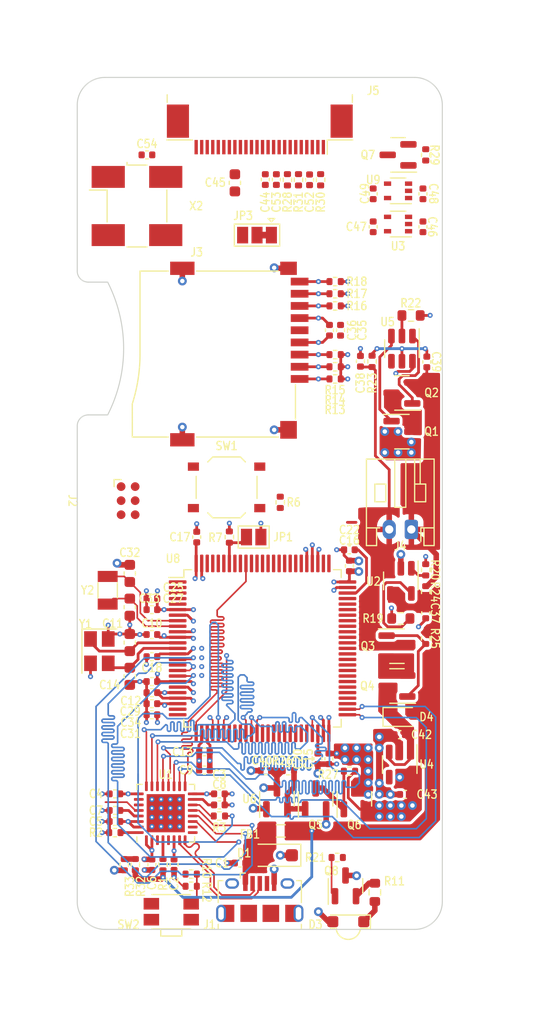
<source format=kicad_pcb>
(kicad_pcb (version 20221018) (generator pcbnew)
  (layers (0 "F.Cu" signal) (1 "In1.Cu" signal) (2 "In2.Cu" signal) (31 "B.Cu" signal) (34 "B.Paste" user) (35 "F.Paste" user) (36 "B.SilkS" user "B.Silkscreen") (37 "F.SilkS" user "F.Silkscreen") (38 "B.Mask" user) (39 "F.Mask" user) (44 "Edge.Cuts" user))
  (net 0 "")
  (net 1 "GND")
  (net 2 "+BATT")
  (net 3 "-BATT")
  (net 4 "Net-(D1-A2)")
  (net 5 "VDD")
  (net 6 "/Camera Module/DOVDD")
  (net 7 "DCMI_PIXCLK")
  (net 8 "/Camera Module/AVDD")
  (net 9 "/Camera Module/DVDD")
  (net 10 "Net-(D3-K)")
  (net 11 "/USB/USB_D-")
  (net 12 "/USB/USB_D+")
  (net 15 "Cam_SDA")
  (net 16 "Cam_SCL")
  (net 18 "DCMI_VSYNC")
  (net 19 "Cam_PWDN")
  (net 20 "DCMI_HSYNC")
  (net 21 "DCMI_D7")
  (net 22 "/Camera Module/XCLK")
  (net 23 "DCMI_D6")
  (net 24 "DCMI_D5")
  (net 25 "DCMI_D4")
  (net 26 "DCMI_D0")
  (net 27 "DCMI_D3")
  (net 28 "DCMI_D1")
  (net 29 "DCMI_D2")
  (net 32 "Net-(R10-Pad2)")
  (net 33 "Net-(U1-VDDA1.8)")
  (net 34 "Net-(C8-Pad1)")
  (net 35 "Net-(U8-NRST)")
  (net 36 "Net-(U8-VCAP_1)")
  (net 37 "Net-(U8-VCAP_2)")
  (net 38 "+3V3")
  (net 39 "/Microcontroller/SYS_WKUP0")
  (net 40 "VBUS")
  (net 41 "/Microcontroller/SYS_JTMS-SWDIO")
  (net 42 "NRST")
  (net 43 "/Microcontroller/SYS_JTCK-SWCLK")
  (net 44 "/Microcontroller/SYS_JTDO-SWO")
  (net 45 "SDIO_D2")
  (net 46 "SDIO_D3")
  (net 47 "SDIO_CMD")
  (net 48 "SDIO_CK")
  (net 49 "SDIO_D0")
  (net 50 "SDIO_D1")
  (net 51 "SD_DETECT")
  (net 52 "Net-(JP1-A)")
  (net 53 "RCC_MCO_1")
  (net 54 "Net-(JP3-B)")
  (net 55 "Net-(Q1-G)")
  (net 56 "Net-(Q1-D)")
  (net 57 "Net-(Q2-G)")
  (net 58 "Net-(Q3-G)")
  (net 59 "Net-(Q3-S)")
  (net 60 "Net-(Q5-G)")
  (net 61 "Net-(Q5-D)")
  (net 62 "Cam_Enable")
  (net 63 "Net-(Q8-G)")
  (net 64 "Net-(Q8-S)")
  (net 65 "Net-(U1-RBIAS)")
  (net 66 "Net-(U1-CLKOUT)")
  (net 67 "USB_OTG_HS_ULPI_CLK")
  (net 68 "/Microcontroller/RCC_OSC_IN")
  (net 69 "/Microcontroller/RCC_OSC_OUT")
  (net 70 "/Microcontroller/RCC_OSC32_IN")
  (net 71 "/Microcontroller/RCC_OSC32_OUT")
  (net 72 "Net-(U2-PROG)")
  (net 73 "CHARGE_STAT")
  (net 74 "STAT")
  (net 75 "Net-(U5-VM)")
  (net 76 "/Microcontroller/SYS_WKUP1")
  (net 79 "USB_OTG_HS_RESET")
  (net 81 "USB_OTG_HS_ULPI_NXT")
  (net 82 "USB_OTG_HS_ULPI_DIR")
  (net 83 "USB_OTG_HS_ULPI_STP")
  (net 84 "USB_OTG_HS_ULPI_D7")
  (net 85 "USB_OTG_HS_ULPI_D6")
  (net 86 "USB_OTG_HS_ULPI_D5")
  (net 87 "USB_OTG_HS_ULPI_D4")
  (net 88 "USB_OTG_HS_ULPI_D3")
  (net 89 "USB_OTG_HS_ULPI_D2")
  (net 90 "USB_OTG_HS_ULPI_D1")
  (net 91 "USB_OTG_HS_ULPI_D0")
  (net 138 "Net-(#FLG07-pwr)")
  (net 139 "Net-(#FLG03-pwr)")
  (net 140 "Net-(#FLG02-pwr)")
  (footprint "MountingHole:MountingHole_2.2mm_M2" (layer "F.Cu") (at 134.5 141)
    (fp_text reference "REF**" hide)
    (fp_text value "MountingHole_2.2mm_M2")
  )
  (footprint "Capacitor_SMD:C_0402_1005Metric" (layer "F.Cu") (at 143.5 129.1 180)
    (fp_text reference "C9")
    (fp_text value "4u7")
  )
  (footprint "Capacitor_SMD:C_0402_1005Metric" (layer "F.Cu") (at 138.75 116.85 180)
    (fp_text reference "C10")
    (fp_text value "100n")
  )
  (footprint "Capacitor_SMD:C_0402_1005Metric" (layer "F.Cu") (at 140.75 137.65 -90)
    (fp_text reference "C2")
    (fp_text value "100n")
  )
  (footprint "Package_TO_SOT_SMD:SOT-23" (layer "F.Cu") (at 161.35 95.0125 180)
    (fp_text reference "Q2")
    (fp_text value "AO3400A")
  )
  (footprint "Resistor_SMD:R_0402_1005Metric" (layer "F.Cu") (at 155.31 91.55 180)
    (fp_text reference "R15")
    (fp_text value "10k")
  )
  (footprint "Resistor_SMD:R_0402_1005Metric" (layer "F.Cu") (at 151 75.75 90)
    (fp_text reference "R28")
    (fp_text value "1k")
  )
  (footprint "Resistor_SMD:R_0402_1005Metric" (layer "F.Cu") (at 155.31 84.95 180)
    (fp_text reference "R18")
    (fp_text value "10k")
  )
  (footprint "Capacitor_SMD:C_0603_1608Metric" (layer "F.Cu") (at 136.75 114.375 -90)
    (fp_text reference "C33")
    (fp_text value "15p")
  )
  (footprint "Capacitor_SMD:C_0402_1005Metric" (layer "F.Cu") (at 135.4 133.75 180)
    (fp_text reference "C5")
    (fp_text value "100n")
  )
  (footprint "Capacitor_SMD:C_0402_1005Metric" (layer "F.Cu") (at 144.85 132.25)
    (fp_text reference "C8")
    (fp_text value "4u7")
  )
  (footprint "Capacitor_SMD:C_0402_1005Metric" (layer "F.Cu") (at 138.75 137.65 90)
    (fp_text reference "C6")
    (fp_text value "4u7")
  )
  (footprint "MountingHole:MountingHole_2.2mm_M2" (layer "F.Cu") (at 162.5 69)
    (fp_text reference "REF**" hide)
    (fp_text value "MountingHole_2.2mm_M2")
  )
  (footprint "Package_TO_SOT_SMD:SOT-353_SC-70-5" (layer "F.Cu") (at 161 79.75 180)
    (fp_text reference "U3")
    (fp_text value "TLV70028DCKR")
  )
  (footprint "Package_TO_SOT_SMD:SOT-23" (layer "F.Cu") (at 153.55 131.7 90)
    (fp_text reference "Q5")
    (fp_text value "2N7002")
  )
  (footprint "Resistor_SMD:R_0603_1608Metric" (layer "F.Cu") (at 158.9 140.15 90)
    (fp_text reference "R11")
    (fp_text value "68R")
  )
  (footprint "Capacitor_SMD:C_0402_1005Metric" (layer "F.Cu") (at 135.4 131.25 180)
    (fp_text reference "C4")
    (fp_text value "100n")
  )
  (footprint "3885:SW_SPST_XKB_TS-1187A" (layer "F.Cu") (at 145.5 103.55)
    (fp_text reference "SW1")
    (fp_text value "TS-1187A-B-A-B")
  )
  (footprint "Resistor_SMD:R_0603_1608Metric" (layer "F.Cu") (at 161.25 115.4)
    (fp_text reference "R19")
    (fp_text value "1k8")
  )
  (footprint "Capacitor_SMD:C_0402_1005Metric" (layer "F.Cu") (at 149 75.73 -90)
    (fp_text reference "C44")
    (fp_text value "100n")
  )
  (footprint "Resistor_SMD:R_0402_1005Metric" (layer "F.Cu") (at 155.31 86.05 180)
    (fp_text reference "R17")
    (fp_text value "10k")
  )
  (footprint "Capacitor_SMD:C_0603_1608Metric" (layer "F.Cu") (at 136.75 120.625 -90)
    (fp_text reference "C14")
    (fp_text value "12p")
  )
  (footprint "Connector_USB:USB_Micro-B_Amphenol_10118194_Horizontal" (layer "F.Cu") (at 148.5 140.75)
    (fp_text reference "J1")
    (fp_text value "USB_B_Micro")
  )
  (footprint "Capacitor_SMD:C_0402_1005Metric" (layer "F.Cu") (at 138.3 73.5 180)
    (fp_text reference "C54")
    (fp_text value "100n")
  )
  (footprint "Resistor_SMD:R_0402_1005Metric" (layer "F.Cu") (at 163.5 112.99 -90)
    (fp_text reference "R24")
    (fp_text value "1k")
  )
  (footprint "Resistor_SMD:R_0402_1005Metric" (layer "F.Cu") (at 144.85 133.25)
    (fp_text reference "R3")
    (fp_text value "33R")
  )
  (footprint "Capacitor_SMD:C_0402_1005Metric" (layer "F.Cu") (at 163.25 80 90)
    (fp_text reference "C46")
    (fp_text value "1u")
  )
  (footprint "Diode_SMD:D_SOD-123F" (layer "F.Cu") (at 150 136.8 180)
    (fp_text reference "D1")
    (fp_text value "SMF6.0CA")
  )
  (footprint "Resistor_SMD:R_0402_1005Metric" (layer "F.Cu") (at 142.3 138.5)
    (fp_text reference "R10")
    (fp_text value "10k")
  )
  (footprint "Package_TO_SOT_SMD:SOT-23" (layer "F.Cu") (at 160.9 121.5 180)
    (fp_text reference "Q4")
    (fp_text value "AO3401A")
  )
  (footprint "Capacitor_SMD:C_0603_1608Metric" (layer "F.Cu") (at 136.75 111.325 90)
    (fp_text reference "C32")
    (fp_text value "15p")
  )
  (footprint "Crystal:Crystal_SMD_3215-2Pin_3.2x1.5mm" (layer "F.Cu") (at 134.75 112.85 -90)
    (fp_text reference "Y2")
    (fp_text value "32.768kHz")
  )
  (footprint "Resistor_SMD:R_0402_1005Metric" (layer "F.Cu") (at 163.5 111 -90)
    (fp_text reference "R20")
    (fp_text value "10k")
  )
  (footprint "Jumper:SolderJumper-3_P1.3mm_Bridged12_Pad1.0x1.5mm" (layer "F.Cu") (at 148.25 80.75 180)
    (fp_text reference "JP3")
    (fp_text value "SolderJumper_3_Bridged12")
  )
  (footprint "Jumper:SolderJumper-2_P1.3mm_Open_Pad1.0x1.5mm" (layer "F.Cu") (at 147.95 108.04)
    (fp_text reference "JP1")
    (fp_text value "Jumper_2_Open")
  )
  (footprint "Resistor_SMD:R_0402_1005Metric" (layer "F.Cu") (at 150.35 104.9 -90)
    (fp_text reference "R6")
    (fp_text value "33R")
  )
  (footprint "Capacitor_SMD:C_0402_1005Metric" (layer "F.Cu") (at 138.75 123.1)
    (fp_text reference "C34")
    (fp_text value "1u")
  )
  (footprint "Package_DFN_QFN:QFN-32-1EP_5x5mm_P0.5mm_EP3.45x3.45mm" (layer "F.Cu") (at 140 133 90)
    (fp_text reference "U1")
    (fp_text value "USB3300-EZK")
  )
  (footprint "Capacitor_SMD:C_0402_1005Metric" (layer "F.Cu") (at 144.85 131.25)
    (fp_text reference "C3")
    (fp_text value "100n")
  )
  (footprint "Capacitor_SMD:C_0402_1005Metric" (layer "F.Cu") (at 138.75 124.1 180)
    (fp_text reference "C31")
    (fp_text value "1u")
  )
  (footprint "Package_TO_SOT_SMD:SOT-23" (layer "F.Cu") (at 161 73.5 180)
    (fp_text reference "Q7")
    (fp_text value "AO3401A")
  )
  (footprint "Connector:Tag-Connect_TC2030-IDC-FP_2x03_P1.27mm_Vertical" (layer "F.Cu") (at 136.6 104.75 -90)
    (fp_text reference "J2")
    (fp_text value "TC2030")
  )
  (footprint "Resistor_SMD:R_0402_1005Metric" (layer "F.Cu") (at 155.31 87.15 180)
    (fp_text reference "R16")
    (fp_text value "10k")
  )
  (footprint "Resistor_SMD:R_0402_1005Metric" (layer "F.Cu") (at 142.3 139.6 180)
    (fp_text reference "R12")
    (fp_text value "10k")
  )
  (footprint "Connector_JST:JST_PH_S2B-PH-K_1x02_P2.00mm_Horizontal" (layer "F.Cu") (at 162.2 107.35 180)
    (fp_text reference "J4")
    (fp_text value "JST-PH")
  )
  (footprint "Crystal:Crystal_SMD_SeikoEpson_TSX3225-4Pin_3.2x2.5mm" (layer "F.Cu") (at 134 118.35 -90)
    (fp_text reference "Y1")
    (fp_text value "24MHz")
  )
  (footprint "Inductor_SMD:L_0805_2012Metric" (layer "F.Cu") (at 150.4 134.6)
    (fp_text reference "FB1")
    (fp_text value "600R")
  )
  (footprint "Resistor_SMD:R_0402_1005Metric" (layer "F.Cu") (at 136.25 137.65 -90)
    (fp_text reference "R33")
    (fp_text value "10k")
  )
  (footprint "Capacitor_SMD:C_0402_1005Metric" (layer "F.Cu") (at 138.75 121.1 180)
    (fp_text reference "C12")
    (fp_text value "100n")
  )
  (footprint "Capacitor_SMD:C_0603_1608Metric" (layer "F.Cu") (at 146.25 76.025 -90)
    (fp_text reference "C45")
    (fp_text value "15p")
  )
  (footprint "Capacitor_SMD:C_0603_1608Metric" (layer "F.Cu") (at 136.75 117.575 -90)
    (fp_text reference "C11")
    (fp_text value "12p")
  )
  (footprint "Resistor_SMD:R_0402_1005Metric" (layer "F.Cu") (at 151.085 129.15)
    (fp_text reference "R26")
    (fp_text value "10k")
  )
  (footprint "Package_TO_SOT_SMD:SOT-23" (layer "F.Cu") (at 161.35 98.5125)
    (fp_text reference "Q1")
    (fp_text value "AO3400A")
  )
  (footprint "Capacitor_SMD:C_0402_1005Metric" (layer "F.Cu") (at 154.8 89.35 90)
    (fp_text reference "C36")
    (fp_text value "100n")
  )
  (footprint "Resistor_SMD:R_0402_1005Metric" (layer "F.Cu") (at 163.5 117.19 90)
    (fp_text reference "R25")
    (fp_text value "1k")
  )
  (footprint "Capacitor_SMD:C_0402_1005Metric" (layer "F.Cu") (at 156.6 110.65 90)
    (fp_text reference "C16")
    (fp_text value "100n")
  )
  (footprint "Capacitor_SMD:C_0402_1005Metric" (layer "F.Cu") (at 158.75 80 90)
    (fp_text reference "C47")
    (fp_text value "1u")
  )
  (footprint "Capacitor_SMD:C_0402_1005Metric" (layer "F.Cu") (at 157.6 92.15 -90)
    (fp_text reference "C38")
    (fp_text value "10u")
  )
  (footprint "Capacitor_SMD:C_0402_1005Metric" (layer "F.Cu") (at 156.6 109.19 180)
    (fp_text reference "C22")
    (fp_text value "2u2")
  )
  (footprint "Capacitor_SMD:C_0402_1005Metric" (layer "F.Cu") (at 158.75 77.02 90)
    (fp_text reference "C49")
    (fp_text value "1u")
  )
  (footprint "Package_TO_SOT_SMD:SOT-23" (layer "F.Cu") (at 157.05 131.7 90)
    (fp_text reference "Q6")
    (fp_text value "AO3401A")
  )
  (footprint "Resistor_SMD:R_0402_1005Metric" (layer "F.Cu") (at 158.65 92.1625 -90)
    (fp_text reference "R23")
    (fp_text value "330")
  )
  (footprint "MountingHole:MountingHole_2.2mm_M2" (layer "F.Cu") (at 162.5 141)
    (fp_text reference "REF**" hide)
    (fp_text value "MountingHole_2.2mm_M2")
  )
  (footprint "3885:Everlight_21-21S" (layer "F.Cu") (at 156.5 142.8 180)
    (fp_text reference "D3")
    (fp_text value "RED")
  )
  (footprint "Capacitor_SMD:C_0402_1005Metric" (layer "F.Cu") (at 149.045 129.15 180)
    (fp_text reference "C40")
    (fp_text value "100n")
  )
  (footprint "Resistor_SMD:R_0402_1005Metric" (layer "F.Cu") (at 155.5 137 180)
    (fp_text reference "R21")
    (fp_text value "100R")
  )
  (footprint "Resistor_SMD:R_0402_1005Metric" (layer "F.Cu") (at 154 75.75 90)
    (fp_text reference "R30")
    (fp_text value "4k7")
  )
  (footprint "Capacitor_SMD:C_0402_1005Metric" (layer "F.Cu") (at 135.4 132.75 180)
    (fp_text reference "C7")
    (fp_text value "4u7")
  )
  (footprint "Package_QFP:LQFP-100_14x14mm_P0.5mm" (layer "F.Cu") (at 148.75 118.1)
    (fp_text reference "U8")
    (fp_text value "STM32F446VET6")
  )
  (footprint "Capacitor_SMD:C_0402_1005Metric" (layer "F.Cu") (at 163.5 114.9 -90)
    (fp_text reference "C37")
    (fp_text value "10u")
  )
  (footprint "Package_TO_SOT_SMD:SOT-23" (layer "F.Cu") (at 160.9 117.9)
    (fp_text reference "Q3")
    (fp_text value "AO3401A")
  )
  (footprint "Capacitor_SMD:C_0402_1005Metric" (layer "F.Cu") (at 161.65 131.3)
    (fp_text reference "C43")
    (fp_text value "4u7")
  )
  (footprint "3885:Jushuo_AFC07-S24ECA-00_1x24-1MP_P0.50_Horizontal" (layer "F.Cu") (at 148.5 71.2 180)
    (fp_text reference "J5")
    (fp_text value "FFC")
  )
  (footprint "Capacitor_SMD:C_0402_1005Metric" (layer "F.Cu") (at 163.6 92.2125 90)
    (fp_text reference "C39")
    (fp_text value "100n")
  )
  (footprint "Capacitor_SMD:C_0402_1005Metric" (layer "F.Cu") (at 150 75.73 -90)
    (fp_text reference "C53")
    (fp_text value "100n")
  )
  (footprint "Package_TO_SOT_SMD:SOT-23" (layer "F.Cu") (at 156.25 139.5625 90)
    (fp_text reference "Q8")
    (fp_text value "2N7002")
  )
  (footprint "Capacitor_SMD:C_0402_1005Metric" (layer "F.Cu") (at 138.75 113.6 180)
    (fp_text reference "C25")
    (fp_text value "4u7")
  )
  (footprint "3885:microSD_HC_XKB_XKTF-N02-N" (layer "F.Cu") (at 142.8 91.5 -90)
    (fp_text reference "J3")
    (fp_text value "Micro_SD_Card_Det1")
  )
  (footprint "Capacitor_SMD:C_0402_1005Metric" (layer "F.Cu") (at 138.75 114.6 180)
    (fp_text reference "C27")
    (fp_text value "100n")
  )
  (footprint "Package_TO_SOT_SMD:SOT-23-5" (layer "F.Cu") (at 161.25 112 -90)
    (fp_text reference "U2")
    (fp_text value "TP4054")
  )
  (footprint "Package_TO_SOT_SMD:SOT-23" (layer "F.Cu") (at 150.05 131.7 90)
    (fp_text reference "U6")
    (fp_text value "APX803S-31SA-7 ")
  )
  (footprint "Capacitor_SMD:C_0402_1005Metric" (layer "F.Cu") (at 153.75 128.08 -90)
    (fp_text reference "C20")
    (fp_text value "2u2")
  )
  (footprint "Capacitor_SMD:C_0402_1005Metric" (layer "F.Cu") (at 143.5 127.45 180)
    (fp_text reference "C13")
    (fp_text value "100n")
  )
  (footprint "Capacitor_SMD:C_0402_1005Metric" (layer "F.Cu") (at 138.75 118.85 180)
    (fp_text reference "C18")
    (fp_text value "100n")
  )
  (footprint "Resistor_SMD:R_0402_1005Metric" (layer "F.Cu") (at 139.75 137.65 90)
    (fp_text reference "R1")
    (fp_text value "680R")
  )
  (footprint "Package_TO_SOT_SMD:SOT-23-5" (layer "F.Cu") (at 161.15 128.6 -90)
    (fp_text reference "U4")
    (fp_text value "WL2803E33-5/TR")
  )
  (footprint "Resistor_SMD:R_0402_1005Metric" (layer "F.Cu") (at 156.61 129.2 180)
    (fp_text reference "R27")
    (fp_text value "10k")
  )
  (footprint "Capacitor_SMD:C_0402_1005Metric" (layer "F.Cu") (at 138.75 122.1 180)
    (fp_text reference "C29")
    (fp_text value "100n")
  )
  (footprint "Package_TO_SOT_SMD:SOT-353_SC-70-5" (layer "F.Cu") (at 161 76.75 180)
    (fp_text reference "U9")
    (fp_text value "TLV70012DCKR")
  )
  (footprint "Oscillator:Oscillator_SMD_SeikoEpson_SG8002CA-4Pin_7.0x5.0mm_HandSoldering" (layer "F.Cu") (at 137.4 78.12 -90)
    (fp_text reference "X2")
    (fp_text value "SG-8018CA 24.0000M-TJHPA3\r")
  )
  (footprint "Resistor_SMD:R_0402_1005Metric" (layer "F.Cu") (at 152 75.75 90)
    (fp_text reference "R31")
    (fp_text value "4k7")
  )
  (footprint "Resistor_SMD:R_0402_1005Metric" (layer "F.Cu") (at 137.25 137.65 90)
    (fp_text reference "R32")
    (fp_text value "6k8")
  )
  (footprint "Capacitor_SMD:C_0402_1005Metric" (layer "F.Cu") (at 161.15 125.9)
    (fp_text reference "C42")
    (fp_text value "4u7")
  )
  (footprint "Capacitor_SMD:C_0402_1005Metric" (layer "F.Cu") (at 146.72 137.5 180)
    (fp_text reference "C1")
    (fp_text value "10u")
  )
  (footprint "MountingHole:MountingHole_2.2mm_M2" (layer "F.Cu") (at 134.5 69)
    (fp_text reference "REF**" hide)
    (fp_text value "MountingHole_2.2mm_M2")
  )
  (footprint "Diode_SMD:D_SOD-323" (layer "F.Cu") (at 161.25 124.3)
    (fp_text reference "D4")
    (fp_text value "D_Schottky")
  )
  (footprint "Resistor_SMD:R_0402_1005Metric" (layer "F.Cu") (at 155.31 93.75 180)
    (fp_text reference "R13")
    (fp_text value "10k")
  )
  (footprint "Resistor_SMD:R_0402_1005Metric" (layer "F.Cu") (at 163.5 73.5 -90)
    (fp_text reference "R29")
    (fp_text value "10k")
  )
  (footprint "Capacitor_SMD:C_0402_1005Metric" (layer "F.Cu") (at 142.8 108.04 90)
    (fp_text reference "C17")
    (fp_text value "100n")
  )
  (footprint "Button_Switch_SMD:SW_SPST_EVQP7C" (layer "F.Cu") (at 140.5 141.9)
    (fp_text reference "SW2")
    (fp_text value "EVQP7C01K")
  )
  (footprint "Resistor_SMD:R_0402_1005Metric" (layer "F.Cu") (at 135.4 134.75 180)
    (fp_text reference "R2")
    (fp_text value "12k±1%")
  )
  (footprint "Package_TO_SOT_SMD:SOT-23-6" (layer "F.Cu") (at 161.35 91.0125 -90)
    (fp_text reference "U5")
    (fp_text value "AP9101CK6-AYTRG1")
  )
  (footprint "Capacitor_SMD:C_0402_1005Metric" (layer "F.Cu") (at 155.8 89.35 90)
    (fp_text reference "C35")
    (fp_text value "4u7")
  )
  (footprint "Resistor_SMD:R_0402_1005Metric" (layer "F.Cu") (at 155.31 92.65 180)
    (fp_text reference "R14")
    (fp_text value "10k")
  )
  (footprint "Resistor_SMD:R_0603_1608Metric" (layer "F.Cu") (at 162.175 88.0125)
    (fp_text reference "R22")
    (fp_text value "2k7")
  )
  (footprint "Capacitor_SMD:C_0402_1005Metric" (layer "F.Cu") (at 154.75 128.08 -90)
    (fp_text reference "C15")
    (fp_text value "100n")
  )
  (footprint "Resistor_SMD:R_0402_1005Metric" (layer "F.Cu") (at 145.75 108.04 90)
    (fp_text reference "R7")
    (fp_text value "10k")
  )
  (footprint "Capacitor_SMD:C_0402_1005Metric" (layer "F.Cu") (at 153 75.75 -90)
    (fp_text reference "C52")
    (fp_text value "100n")
  )
  (footprint "Capacitor_SMD:C_0402_1005Metric" (layer "F.Cu") (at 163.25 77.02 90)
    (fp_text reference "C48")
    (fp_text value "1u")
  )
  (gr_arc (start 134.749999 85) (mid 136.193274 91) (end 134.749999 97) (stroke (width 0.1)) (layer "Edge.Cuts"))
  (gr_line (start 134.5 66.5) (end 162.5 66.5) (stroke (width 0.1)) (layer "Edge.Cuts"))
  (gr_arc (start 132 69) (mid 132.732233 67.232233) (end 134.5 66.5) (stroke (width 0.1)) (layer "Edge.Cuts"))
  (gr_line (start 132 98) (end 132 141) (stroke (width 0.1)) (layer "Edge.Cuts"))
  (gr_arc (start 162.5 66.5) (mid 164.267767 67.232233) (end 165 69) (stroke (width 0.1)) (layer "Edge.Cuts"))
  (gr_arc (start 134.5 143.5) (mid 132.732233 142.767767) (end 132 141) (stroke (width 0.1)) (layer "Edge.Cuts"))
  (gr_line (start 134.749999 85) (end 133 85) (stroke (width 0.1)) (layer "Edge.Cuts"))
  (gr_arc (start 132 98) (mid 132.292893 97.292893) (end 133 97) (stroke (width 0.1)) (layer "Edge.Cuts"))
  (gr_arc (start 133 85) (mid 132.292893 84.707107) (end 132 84) (stroke (width 0.1)) (layer "Edge.Cuts"))
  (gr_line (start 132 84) (end 132 69) (stroke (width 0.1)) (layer "Edge.Cuts"))
  (gr_line (start 165 69) (end 165 141) (stroke (width 0.1)) (layer "Edge.Cuts"))
  (gr_line (start 134.749999 97) (end 133 97) (stroke (width 0.1)) (layer "Edge.Cuts"))
  (gr_arc (start 165 141) (mid 164.267767 142.767767) (end 162.5 143.5) (stroke (width 0.1)) (layer "Edge.Cuts"))
  (gr_line (start 162.5 143.5) (end 134.5 143.5) (stroke (width 0.1)) (layer "Edge.Cuts"))
  (via (at 143.25 118.1) (size 0.46) (drill 0.2) (layers "F.Cu" "B.Cu") (net 0))
  (segment (start 157.6 91.67) (end 157.6 91) (width 0.25) (layer "F.Cu") (net 1))
  (segment (start 149.85 83.75) (end 149.8 83.7) (width 0.5) (layer "F.Cu") (net 1))
  (segment (start 157.42 110.17) (end 157.45 110.2) (width 0.5) (layer "F.Cu") (net 1))
  (segment (start 143.25 125.775) (end 143.25 126.6) (width 0.25) (layer "F.Cu") (net 1))
  (segment (start 138.27 116.85) (end 136.8 116.85) (width 0.25) (layer "F.Cu") (net 1))
  (segment (start 160.425 115.4) (end 160.425 114.475) (width 0.25) (layer "F.Cu") (net 1))
  (segment (start 151.1 98.35) (end 149.8 98.35) (width 0.5) (layer "F.Cu") (net 1))
  (segment (start 139.75 133.25) (end 140 133) (width 0.25) (layer "F.Cu") (net 1))
  (segment (start 149.1 132.5875) (end 147.9375 132.5875) (width 0.5) (layer "F.Cu") (net 1))
  (segment (start 156.425 112.6) (end 155.45 112.6) (width 0.25) (layer "F.Cu") (net 1))
  (segment (start 156.12 109.69) (end 156.6 110.17) (width 0.25) (layer "F.Cu") (net 1))
  (segment (start 156.12 109.19) (end 156.12 109.69) (width 0.25) (layer "F.Cu") (net 1))
  (segment (start 134.92 134.72) (end 134.89 134.75) (width 0.25) (layer "F.Cu") (net 1))
  (segment (start 138.75 136.35) (end 138.75 137.17) (width 0.25) (layer "F.Cu") (net 1))
  (segment (start 163.8875 88.0125) (end 163.9 88) (width 0.25) (layer "F.Cu") (net 1))
  (segment (start 154.5 132.6) (end 154.5 134) (width 0.5) (layer "F.Cu") (net 1))
  (segment (start 155.45 112.6) (end 155.2 112.85) (width 0.25) (layer "F.Cu") (net 1))
  (segment (start 139.75 133.25) (end 139.75 133.25) (width 0.25) (layer "F.Cu") (net 1))
  (segment (start 138.27 124.78) (end 138.25 124.8) (width 0.25) (layer "F.Cu") (net 1))
  (segment (start 163.5 115.38) (end 163.5 115.5) (width 0.25) (layer "F.Cu") (net 1))
  (segment (start 138.27 121.1) (end 137.05 121.1) (width 0.25) (layer "F.Cu") (net 1))
  (segment (start 143.25 110.425) (end 143.25 111.69) (width 0.25) (layer "F.Cu") (net 1))
  (segment (start 138.07 137.17) (end 138.05 137.15) (width 0.5) (layer "F.Cu") (net 1))
  (segment (start 148.565 129.15) (end 147.7 129.15) (width 0.5) (layer "F.Cu") (net 1))
  (segment (start 154.18 88.25) (end 154.8 88.87) (width 0.25) (layer "F.Cu") (net 1))
  (segment (start 137.05 121.1) (end 136.75 121.4) (width 0.25) (layer "F.Cu") (net 1))
  (segment (start 140.75 138.13) (end 140.75 138.8) (width 0.5) (layer "F.Cu") (net 1))
  (segment (start 138.27 124.1) (end 138.27 124.78) (width 0.25) (layer "F.Cu") (net 1))
  (segment (start 134.8 117.25) (end 134.8 116) (width 0.25) (layer "F.Cu") (net 1))
  (segment (start 143.25 126.6) (end 143 126.85) (width 0.25) (layer "F.Cu") (net 1))
  (segment (start 134.92 131.25) (end 134.25 131.25) (width 0.25) (layer "F.Cu") (net 1))
  (segment (start 157.225 138.625) (end 157.25 138.65) (width 0.5) (layer "F.Cu") (net 1))
  (segment (start 142 121.6) (end 141.075 121.6) (width 0.25) (layer "F.Cu") (net 1))
  (segment (start 152.1 88.25) (end 154.18 88.25) (width 0.25) (layer "F.Cu") (net 1))
  (segment (start 142.4 116.6) (end 141.075 116.6) (width 0.25) (layer "F.Cu") (net 1))
  (segment (start 146.24 137.5) (end 145.55 137.5) (width 0.5) (layer "F.Cu") (net 1))
  (segment (start 155.44 128.56) (end 155.45 128.55) (width 0.25) (layer "F.Cu") (net 1))
  (segment (start 138.25 135.4375) (end 138.25 135.85) (width 0.25) (layer "F.Cu") (net 1))
  (segment (start 138.25 135.4375) (end 138.25 135.25) (width 0.25) (layer "F.Cu") (net 1))
  (segment (start 160.425 114.475) (end 160.4 114.45) (width 0.25) (layer "F.Cu") (net 1))
  (segment (start 154.25 125.775) (end 154.25 124.6) (width 0.25) (layer "F.Cu") (net 1))
  (segment (start 139.75 133.25) (end 139.75 133.25) (width 0.25) (layer "F.Cu") (net 1))
  (segment (start 134.92 132.75) (end 134.92 133.75) (width 0.25) (layer "F.Cu") (net 1))
  (segment (start 134.92 132.75) (end 134.25 132.75) (width 0.25) (layer "F.Cu") (net 1))
  (segment (start 135.36 138.16) (end 135.35 138.15) (width 0.5) (layer "F.Cu") (net 1))
  (segment (start 142.5 116.5) (end 142.4 116.6) (width 0.25) (layer "F.Cu") (net 1))
  (segment (start 138.25 135.85) (end 138.75 136.35) (width 0.25) (layer "F.Cu") (net 1))
  (segment (start 133.2 119.45) (end 133.2 120.65) (width 0.25) (layer "F.Cu") (net 1))
  (segment (start 143.02 127.45) (end 143.02 129.1) (width 0.5) (layer "F.Cu") (net 1))
  (segment (start 136.25 138.16) (end 135.36 138.16) (width 0.5) (layer "F.Cu") (net 1))
  (segment (start 134.89 134.75) (end 134.25 134.75) (width 0.25) (layer "F.Cu") (net 1))
  (segment (start 141.79 139.6) (end 141.55 139.6) (width 0.146812) (layer "F.Cu") (net 1))
  (segment (start 161.17 131.3) (end 160.3 131.3) (width 0.5) (layer "F.Cu") (net 1))
  (segment (start 138.27 112.92) (end 138.25 112.9) (width 0.25) (layer "F.Cu") (net 1))
  (segment (start 138.27 119.53) (end 138.25 119.55) (width 0.25) (layer "F.Cu") (net 1))
  (segment (start 138.27 122.1) (end 138.27 123.1) (width 0.25) (layer "F.Cu") (net 1))
  (segment (start 143.25 111.69) (end 143.35 111.79) (width 0.25) (layer "F.Cu") (net 1))
  (segment (start 138.27 118.85) (end 138.27 119.53) (width 0.25) (layer "F.Cu") (net 1))
  (segment (start 142.8 107.56) (end 142.8 106.84) (width 0.25) (layer "F.Cu") (net 1))
  (segment (start 154.75 128.56) (end 155.44 128.56) (width 0.25) (layer "F.Cu") (net 1))
  (segment (start 156.25 138.625) (end 157.225 138.625) (width 0.5) (layer "F.Cu") (net 1))
  (segment (start 141.5 99.25) (end 141.5 98.1) (width 0.5) (layer "F.Cu") (net 1))
  (segment (start 145.33 132.25) (end 146 132.25) (width 0.25) (layer "F.Cu") (net 1))
  (segment (start 136.75 116.8) (end 135.25 116.8) (width 0.25) (layer "F.Cu") (net 1))
  (segment (start 138.27 121.1) (end 138.27 122.1) (width 0.25) (layer "F.Cu") (net 1))
  (segment (start 136.75 110.55) (end 135.75 110.55) (width 0.5) (layer "F.Cu") (net 1))
  (segment (start 162.05 93.073) (end 160.977 93.073) (width 0.25) (layer "F.Cu") (net 1))
  (segment (start 138.27 113.6) (end 138.27 112.92) (width 0.25) (layer "F.Cu") (net 1))
  (segment (start 136.75 116.8) (end 136.75 115.15) (width 0.25) (layer "F.Cu") (net 1))
  (segment (start 163.5 115.5) (end 162.85 116.15) (width 0.25) (layer "F.Cu") (net 1))
  (segment (start 161.25 110.8625) (end 161.25 109.6) (width 0.5) (layer "F.Cu") (net 1))
  (segment (start 141.55 139.6) (end 140.75 138.8) (width 0.146812) (layer "F.Cu") (net 1))
  (segment (start 143 127.43) (end 143.02 127.45) (width 0.25) (layer "F.Cu") (net 1))
  (segment (start 143 126.85) (end 143 127.43) (width 0.25) (layer "F.Cu") (net 1))
  (segment (start 160.977 93.073) (end 160.8 93.25) (width 0.25) (layer "F.Cu") (net 1))
  (segment (start 138.27 114.6) (end 138.27 113.6) (width 0.25) (layer "F.Cu") (net 1))
  (segment (start 151.4 136.8) (end 150.35 136.8) (width 0.5) (layer "F.Cu") (net 1))
  (segment (start 136.8 116.85) (end 136.75 116.8) (width 0.25) (layer "F.Cu") (net 1))
  (segment (start 138.75 137.17) (end 138.07 137.17) (width 0.5) (layer "F.Cu") (net 1))
  (segment (start 154.25 124.6) (end 154 124.35) (width 0.25) (layer "F.Cu") (net 1))
  (segment (start 141.5 83.75) (end 141.5 84.9) (width 0.5) (layer "F.Cu") (net 1))
  (segment (start 156.6 110.17) (end 157.42 110.17) (width 0.5) (layer "F.Cu") (net 1))
  (segment (start 147.9375 132.5875) (end 147.9 132.55) (width 0.5) (layer "F.Cu") (net 1))
  (segment (start 135.25 116.8) (end 134.8 117.25) (width 0.25) (layer "F.Cu") (net 1))
  (segment (start 134.92 133.75) (end 134.25 133.75) (width 0.25) (layer "F.Cu") (net 1))
  (segment (start 156.12 109.19) (end 155.45 109.19) (width 0.25) (layer "F.Cu") (net 1))
  (segment (start 153.75 128.56) (end 154.75 128.56) (width 0.5) (layer "F.Cu") (net 1))
  (segment (start 145.33 131.25) (end 145.33 132.25) (width 0.25) (layer "F.Cu") (net 1))
  (segment (start 142.5 122.1) (end 142 121.6) (width 0.25) (layer "F.Cu") (net 1))
  (segment (start 162.3 92.823) (end 162.05 93.073) (width 0.25) (layer "F.Cu") (net 1))
  (segment (start 153.75 128.56) (end 153.75 129.4) (width 0.5) (layer "F.Cu") (net 1))
  (segment (start 138.75 135.4375) (end 138.75 136.35) (width 0.25) (layer "F.Cu") (net 1))
  (segment (start 151.1 83.75) (end 149.85 83.75) (width 0.5) (layer "F.Cu") (net 1))
  (segment (start 163 88.0125) (end 163.8875 88.0125) (width 0.25) (layer "F.Cu") (net 1))
  (segment (start 134.92 133.75) (end 134.92 134.72) (width 0.25) (layer "F.Cu") (net 1))
  (segment (start 162.3 92.15) (end 162.3 92.823) (width 0.25) (layer "F.Cu") (net 1))
  (segment (start 135.75 110.55) (end 135.6 110.4) (width 0.5) (layer "F.Cu") (net 1))
  (segment (start 138.27 123.1) (end 138.27 124.1) (width 0.25) (layer "F.Cu") (net 1))
  (segment (start 145.33 131.25) (end 146 131.25) (width 0.25) (layer "F.Cu") (net 1))
  (segment (start 149.8 139.35) (end 149.8 138.05) (width 0.5) (layer "F.Cu") (net 1))
  (segment (start 145.75 107.53) (end 145.75 106.79) (width 0.25) (layer "F.Cu") (net 1))
  (via (at 157.6 91) (size 0.46) (drill 0.2) (layers "F.Cu" "B.Cu") (net 1))
  (via (at 150.35 136.8) (size 0.8) (drill 0.4) (layers "F.Cu" "B.Cu") (net 1))
  (via (at 162.2 99.45) (size 0.8) (drill 0.4) (layers "F.Cu" "B.Cu") (net 1))
  (via (at 145.75 106.79) (size 0.46) (drill 0.2) (layers "F.Cu" "B.Cu") (net 1))
  (via (at 149.8 138.05) (size 0.8) (drill 0.4) (layers "F.Cu" "B.Cu") (net 1))
  (via (at 159.3 126.1) (size 0.8) (drill 0.4) (layers "F.Cu" "B.Cu") (net 1))
  (via (at 138.75 133.3666) (size 0.46) (drill 0.2) (layers "F.Cu" "B.Cu") (net 1))
  (via (at 143.25 119.75) (size 0.46) (drill 0.2) (layers "F.Cu" "B.Cu") (net 1))
  (via (at 138.75 134.2) (size 0.46) (drill 0.2) (layers "F.Cu" "B.Cu") (net 1))
  (via (at 134.25 133.75) (size 0.46) (drill 0.2) (layers "F.Cu" "B.Cu") (net 1))
  (via (at 153.8 88.25) (size 0.46) (drill 0.2) (layers "F.Cu" "B.Cu") (net 1))
  (via (at 135.6 110.4) (size 0.8) (drill 0.4) (layers "F.Cu" "B.Cu") (net 1))
  (via (at 139.58334 133.3666) (size 0.46) (drill 0.2) (layers "F.Cu" "B.Cu") (net 1))
  (via (at 139.58334 132.53333) (size 0.46) (drill 0.2) (layers "F.Cu" "B.Cu") (net 1))
  (via (at 162.2 100.4) (size 0.8) (drill 0.4) (layers "F.Cu" "B.Cu") (net 1))
  (via (at 138.25 124.8) (size 0.46) (drill 0.2) (layers "F.Cu" "B.Cu") (net 1))
  (via (at 145.55 137.5) (size 0.46) (drill 0.2) (layers "F.Cu" "B.Cu") (net 1))
  (via (at 161.25 109.6) (size 0.8) (drill 0.4) (layers "F.Cu" "B.Cu") (net 1))
  (via (at 141.5 84.9) (size 0.8) (drill 0.4) (layers "F.Cu" "B.Cu") (net 1))
  (via (at 160.3 131.3) (size 0.8) (drill 0.4) (layers "F.Cu" "B.Cu") (net 1))
  (via (at 141.25 131.75) (size 0.46) (drill 0.2) (layers "F.Cu" "B.Cu") (net 1))
  (via (at 154 124.35) (size 0.46) (drill 0.2) (layers "F.Cu" "B.Cu") (net 1))
  (via (at 138.75 131.75) (size 0.46) (drill 0.2) (layers "F.Cu" "B.Cu") (net 1))
  (via (at 140.75 138.8) (size 0.46) (drill 0.2) (layers "F.Cu" "B.Cu") (net 1))
  (via (at 155.45 109.19) (size 0.46) (drill 0.2) (layers "F.Cu" "B.Cu") (net 1))
  (via (at 146 131.25) (size 0.46) (drill 0.2) (layers "F.Cu" "B.Cu") (net 1))
  (via (at 141.5 98.1) (size 0.8) (drill 0.4) (layers "F.Cu" "B.Cu") (net 1))
  (via (at 138.25 112.9) (size 0.46) (drill 0.2) (layers "F.Cu" "B.Cu") (net 1))
  (via (at 159.3 131.2875) (size 0.8) (drill 0.4) (layers "F.Cu" "B.Cu") (net 1))
  (via (at 134.8 116) (size 0.46) (drill 0.2) (layers "F.Cu" "B.Cu") (net 1))
  (via (at 160.8 93.25) (size 0.46) (drill 0.2) (layers "F.Cu" "B.Cu") (net 1))
  (via (at 155.45 128.55) (size 0.46) (drill 0.2) (layers "F.Cu" "B.Cu") (net 1))
  (via (at 142.5 116.5) (size 0.46) (drill 0.2) (layers "F.Cu" "B.Cu") (net 1))
  (via (at 159.8 98.5) (size 0.8) (drill 0.4) (layers "F.Cu" "B.Cu") (net 1))
  (via (at 143.25 118.95) (size 0.46) (drill 0.2) (layers "F.Cu" "B.Cu") (net 1))
  (via (at 136.75 115.975) (size 0.46) (drill 0.2) (layers "F.Cu" "B.Cu") (net 1))
  (via (at 135.35 138.15) (size 0.8) (drill 0.4) (layers "F.Cu" "B.Cu") (net 1))
  (via (at 138.75 136.35) (size 0.46) (drill 0.2) (layers "F.Cu" "B.Cu") (net 1))
  (via (at 147.7 129.15) (size 0.8) (drill 0.4) (layers "F.Cu" "B.Cu") (net 1))
  (via (at 149.8 98.35) (size 0.8) (drill 0.4) (layers "F.Cu" "B.Cu") (net 1))
  (via (at 159.8 100.4) (size 0.8) (drill 0.4) (layers "F.Cu" "B.Cu") (net 1))
  (via (at 138.75 132.53333) (size 0.46) (drill 0.2) (layers "F.Cu" "B.Cu") (net 1))
  (via (at 146 132.25) (size 0.46) (drill 0.2) (layers "F.Cu" "B.Cu") (net 1))
  (via (at 161 100.4) (size 0.8) (drill 0.4) (layers "F.Cu" "B.Cu") (net 1))
  (via (at 140.41667 133.3666) (size 0.46) (drill 0.2) (layers "F.Cu" "B.Cu") (net 1))
  (via (at 138.05 137.15) (size 0.46) (drill 0.2) (layers "F.Cu" "B.Cu") (net 1))
  (via (at 149.8 83.7) (size 0.8) (drill 0.4) (layers "F.Cu" "B.Cu") (net 1))
  (via (at 133.2 120.65) (size 0.46) (drill 0.2) (layers "F.Cu" "B.Cu") (net 1))
  (via (at 140.41667 134.2) (size 0.46) (drill 0.2) (layers "F.Cu" "B.Cu") (net 1))
  (via (at 143.35 111.79) (size 0.46) (drill 0.2) (layers "F.Cu" "B.Cu") (net 1))
  (via (at 137.65 121.1) (size 0.46) (drill 0.2) (layers "F.Cu" "B.Cu") (net 1))
  (via (at 143.02 128.25) (size 0.46) (drill 0.2) (layers "F.Cu" "B.Cu") (net 1))
  (via (at 154.5 134) (size 0.8) (drill 0.4) (layers "F.Cu" "B.Cu") (net 1))
  (via (at 139.58334 131.75) (size 0.46) (drill 0.2) (layers "F.Cu" "B.Cu") (net 1))
  (via (at 153.75 129.4) (size 0.8) (drill 0.4) (layers "F.Cu" "B.Cu") (net 1))
  (via (at 139.58334 134.2) (size 0.46) (drill 0.2) (layers "F.Cu" "B.Cu") (net 1))
  (via (at 163.9 88) (size 0.46) (drill 0.2) (layers "F.Cu" "B.Cu") (net 1))
  (via (at 143.25 120.55) (size 0.46) (drill 0.2) (layers "F.Cu" "B.Cu") (net 1))
  (via (at 159.3 127.1) (size 0.8) (drill 0.4) (layers "F.Cu" "B.Cu") (net 1))
  (via (at 134.25 132.75) (size 0.46) (drill 0.2) (layers "F.Cu" "B.Cu") (net 1))
  (via (at 147.9 132.55) (size 0.8) (drill 0.4) (layers "F.Cu" "B.Cu") (net 1))
  (via (at 162.85 116.15) (size 0.46) (drill 0.2) (layers "F.Cu" "B.Cu") (net 1))
  (via (at 137.65 116.85) (size 0.46) (drill 0.2) (layers "F.Cu" "B.Cu") (net 1))
  (via (at 140.41667 132.53333) (size 0.46) (drill 0.2) (layers "F.Cu" "B.Cu") (net 1))
  (via (at 157.45 110.2) (size 0.8) (drill 0.4) (layers "F.Cu" "B.Cu") (net 1))
  (via (at 135.85 116.8) (size 0.46) (drill 0.2) (layers "F.Cu" "B.Cu") (net 1))
  (via (at 155.2 112.85) (size 0.46) (drill 0.2) (layers "F.Cu" "B.Cu") (net 1))
  (via (at 134.25 134.75) (size 0.46) (drill 0.2) (layers "F.Cu" "B.Cu") (net 1))
  (via (at 141.25 132.53333) (size 0.46) (drill 0.2) (layers "F.Cu" "B.Cu") (net 1))
  (via (at 138.25 119.55) (size 0.46) (drill 0.2) (layers "F.Cu" "B.Cu") (net 1))
  (via (at 142.8 106.84) (size 0.46) (drill 0.2) (layers "F.Cu" "B.Cu") (net 1))
  (via (at 157.25 138.65) (size 0.8) (drill 0.4) (layers "F.Cu" "B.Cu") (net 1))
  (via (at 141.25 133.3666) (size 0.46) (drill 0.2) (layers "F.Cu" "B.Cu") (net 1))
  (via (at 141.25 134.2) (size 0.46) (drill 0.2) (layers "F.Cu" "B.Cu") (net 1))
  (via (at 140.41667 131.75) (size 0.46) (drill 0.2) (layers "F.Cu" "B.Cu") (net 1))
  (via (at 142.5 122.1) (size 0.46) (drill 0.2) (layers "F.Cu" "B.Cu") (net 1))
  (via (at 159.3 130.2875) (size 0.8) (drill 0.4) (layers "F.Cu" "B.Cu") (net 1))
  (via (at 160.4 114.45) (size 0.46) (drill 0.2) (layers "F.Cu" "B.Cu") (net 1))
  (via (at 161 98.5) (size 0.8) (drill 0.4) (layers "F.Cu" "B.Cu") (net 1))
  (via (at 134.25 131.25) (size 0.46) (drill 0.2) (layers "F.Cu" "B.Cu") (net 1))
  (segment (start 158.95 100.7) (end 160.2 101.95) (width 0.25) (layer "F.Cu") (net 2))
  (segment (start 157.6425 92.6725) (end 157.6 92.63) (width 0.25) (layer "F.Cu") (net 2))
  (segment (start 158.65 92.6725) (end 158.95 92.9725) (width 0.25) (layer "F.Cu") (net 2))
  (segment (start 158.65 92.6725) (end 157.6425 92.6725) (width 0.25) (layer "F.Cu") (net 2))
  (segment (start 160.2 101.95) (end 160.2 107.35) (width 0.25) (layer "F.Cu") (net 2))
  (segment (start 158.95 92.9725) (end 158.95 100.7) (width 0.25) (layer "F.Cu") (net 2))
  (segment (start 164.45 109.6) (end 162.2 107.35) (width 0.5) (layer "F.Cu") (net 3))
  (segment (start 162.2875 94.0625) (end 162.55 94.0625) (width 0.5) (layer "F.Cu") (net 3))
  (segment (start 163.6 92.6925) (end 163.6 93.2125) (width 0.25) (layer "F.Cu") (net 3))
  (segment (start 162.75 94.0625) (end 162.2875 94.0625) (width 0.25) (layer "F.Cu") (net 3))
  (segment (start 163.62 112.48) (end 164.45 111.65) (width 0.5) (layer "F.Cu") (net 3))
  (segment (start 163.6 93.2125) (end 162.75 94.0625) (width 0.25) (layer "F.Cu") (net 3))
  (segment (start 163.5 112.48) (end 163.62 112.48) (width 0.5) (layer "F.Cu") (net 3))
  (segment (start 164.45 111.65) (end 164.45 109.6) (width 0.5) (layer "F.Cu") (net 3))
  (segment (start 147.2 139.35) (end 147.2 137.5) (width 0.5) (layer "F.Cu") (net 4))
  (segment (start 142.75 110.425) (end 142.75 108.57) (width 0.25) (layer "F.Cu") (net 5))
  (segment (start 140.75 135.4375) (end 140.75 137.17) (width 0.25) (layer "F.Cu") (net 5))
  (segment (start 155.82 84.95) (end 156.45 84.95) (width 0.25) (layer "F.Cu") (net 5))
  (segment (start 139.85 117.1) (end 139.48 117.1) (width 0.25) (layer "F.Cu") (net 5))
  (segment (start 155.82 92.65) (end 155.82 93.75) (width 0.25) (layer "F.Cu") (net 5))
  (segment (start 142.75 111.69) (end 142.75 110.425) (width 0.25) (layer "F.Cu") (net 5))
  (segment (start 155.82 91.55) (end 156.45 91.55) (width 0.25) (layer "F.Cu") (net 5))
  (segment (start 142.3 121.1) (end 142.5 121.3) (width 0.25) (layer "F.Cu") (net 5))
  (segment (start 139.23 124.78) (end 139.25 124.8) (width 0.25) (layer "F.Cu") (net 5))
  (segment (start 139.23 124.1) (end 139.23 124.78) (width 0.25) (layer "F.Cu") (net 5))
  (segment (start 141.075 117.1) (end 139.85 117.1) (width 0.25) (layer "F.Cu") (net 5))
  (segment (start 157.43 111.13) (end 157.45 111.15) (width 0.5) (layer "F.Cu") (net 5))
  (segment (start 154.7 142.8) (end 153.8 141.9) (width 0.5) (layer "F.Cu") (net 5))
  (segment (start 142.25 122.6) (end 142.5 122.85) (width 0.25) (layer "F.Cu") (net 5))
  (segment (start 156.6 111.925) (end 156.425 112.1) (width 0.25) (layer "F.Cu") (net 5))
  (segment (start 142.75 108.57) (end 142.8 108.52) (width 0.25) (layer "F.Cu") (net 5))
  (segment (start 154.75 125.775) (end 154.75 127.6) (width 0.25) (layer "F.Cu") (net 5))
  (segment (start 135.88 133.75) (end 137.5625 133.75) (width 0.25) (layer "F.Cu") (net 5))
  (segment (start 144 126.85) (end 144 127.43) (width 0.25) (layer "F.Cu") (net 5))
  (segment (start 139.23 121.1) (end 139.23 120.42) (width 0.25) (layer "F.Cu") (net 5))
  (segment (start 137.1 134.25) (end 136.6 133.75) (width 0.25) (layer "F.Cu") (net 5))
  (segment (start 156.6 111.13) (end 156.6 111.925) (width 0.25) (layer "F.Cu") (net 5))
  (segment (start 139.85 117.1) (end 139.85 116.95) (width 0.25) (layer "F.Cu") (net 5))
  (segment (start 155.82 87.15) (end 156.45 87.15) (width 0.25) (layer "F.Cu") (net 5))
  (segment (start 142.65 111.79) (end 142.75 111.69) (width 0.25) (layer "F.Cu") (net 5))
  (segment (start 143.75 126.6) (end 144 126.85) (width 0.25) (layer "F.Cu") (net 5))
  (segment (start 141.075 121.1) (end 139.23 121.1) (width 0.25) (layer "F.Cu") (net 5))
  (segment (start 155.82 93.75) (end 156.45 93.75) (width 0.25) (layer "F.Cu") (net 5))
  (segment (start 141.075 122.6) (end 142.25 122.6) (width 0.25) (layer "F.Cu") (net 5))
  (segment (start 144 127.43) (end 143.98 127.45) (width 0.25) (layer "F.Cu") (net 5))
  (segment (start 155.1 142.8) (end 154.7 142.8) (width 0.5) (layer "F.Cu") (net 5))
  (segment (start 139.73 122.6) (end 139.23 122.1) (width 0.25) (layer "F.Cu") (net 5))
  (segment (start 144.37 131.25) (end 142.4375 131.25) (width 0.25) (layer "F.Cu") (net 5))
  (segment (start 142.4 117.1) (end 141.075 117.1) (width 0.25) (layer "F.Cu") (net 5))
  (segment (start 137.5625 134.25) (end 137.1 134.25) (width 0.25) (layer "F.Cu") (net 5))
  (segment (start 156.6 111.13) (end 157.43 111.13) (width 0.5) (layer "F.Cu") (net 5))
  (segment (start 139.23 120.42) (end 139.25 120.4) (width 0.25) (layer "F.Cu") (net 5))
  (segment (start 154.75 125.775) (end 154.75 124.35) (width 0.25) (layer "F.Cu") (net 5))
  (segment (start 156.425 112.1) (end 155.2 112.1) (width 0.25) (layer "F.Cu") (net 5))
  (segment (start 155.82 91.55) (end 155.82 92.65) (width 0.25) (layer "F.Cu") (net 5))
  (segment (start 155.82 92.65) (end 156.45 92.65) (width 0.25) (layer "F.Cu") (net 5))
  (segment (start 141.075 122.1) (end 139.23 122.1) (width 0.25) (layer "F.Cu") (net 5))
  (segment (start 142.5 117.2) (end 142.4 117.1) (width 0.25) (layer "F.Cu") (net 5))
  (segment (start 154.18 90.45) (end 154.8 89.83) (width 0.25) (layer "F.Cu") (net 5))
  (segment (start 141.075 121.1) (end 142.3 121.1) (width 0.25) (layer "F.Cu") (net 5))
  (segment (start 138.07 138.13) (end 138.75 138.13) (width 0.5) (layer "F.Cu") (net 5))
  (segment (start 139.48 117.1) (end 139.23 116.85) (width 0.25) (layer "F.Cu") (net 5))
  (segment (start 137.5625 131.25) (end 135.88 131.25) (width 0.25) (layer "F.Cu") (net 5))
  (segment (start 152.1 90.45) (end 154.18 90.45) (width 0.25) (layer "F.Cu") (net 5))
  (segment (start 143.98 127.45) (end 143.98 129.1) (width 0.5) (layer "F.Cu") (net 5))
  (segment (start 148.6 108.04) (end 148.6 106.79) (width 0.25) (layer "F.Cu") (net 5))
  (segment (start 143.75 125.775) (end 143.75 126.6) (width 0.25) (layer "F.Cu") (net 5))
  (segment (start 155.82 86.05) (end 156.45 86.05) (width 0.25) (layer "F.Cu") (net 5))
  (segment (start 154.75 127.6) (end 155.45 127.6) (width 0.5) (layer "F.Cu") (net 5))
  (segment (start 141.075 122.6) (end 139.73 122.6) (width 0.25) (layer "F.Cu") (net 5))
  (segment (start 163.5 110.49) (end 163.5 109.8) (width 0.25) (layer "F.Cu") (net 5))
  (via (at 158.3 129.2) (size 0.8) (drill 0.4) (layers "F.Cu" "B.Cu") (net 5))
  (via (at 143.98 128.25) (size 0.46) (drill 0.2) (layers "F.Cu" "B.Cu") (net 5))
  (via (at 157.25 128.15) (size 0.8) (drill 0.4) (layers "F.Cu" "B.Cu") (net 5))
  (via (at 153.8 90.45) (size 0.46) (drill 0.2) (layers "F.Cu" "B.Cu") (net 5))
  (via (at 153.8 141.9) (size 0.8) (drill 0.4) (layers "F.Cu" "B.Cu") (net 5))
  (via (at 139.25 124.8) (size 0.46) (drill 0.2) (layers "F.Cu" "B.Cu") (net 5))
  (via (at 142.5 122.85) (size 0.46) (drill 0.2) (layers "F.Cu" "B.Cu") (net 5))
  (via (at 156.2 128.15) (size 0.8) (drill 0.4) (layers "F.Cu" "B.Cu") (net 5))
  (via (at 148.6 106.79) (size 0.46) (drill 0.2) (layers "F.Cu" "B.Cu") (net 5))
  (via (at 157.25 127.1) (size 0.8) (drill 0.4) (layers "F.Cu" "B.Cu") (net 5))
  (via (at 163.5 109.8) (size 0.46) (drill 0.2) (layers "F.Cu" "B.Cu") (net 5))
  (via (at 158.3 128.15) (size 0.8) (drill 0.4) (layers "F.Cu" "B.Cu") (net 5))
  (via (at 156.45 84.95) (size 0.46) (drill 0.2) (layers "F.Cu" "B.Cu") (net 5))
  (via (at 139.85 116.95) (size 0.46) (drill 0.2) (layers "F.Cu" "B.Cu") (net 5))
  (via (at 140.75 136.4) (size 0.46) (drill 0.2) (layers "F.Cu" "B.Cu") (net 5))
  (via (at 156.45 86.05) (size 0.46) (drill 0.2) (layers "F.Cu" "B.Cu") (net 5))
  (via (at 156.45 93.75) (size 0.46) (drill 0.2) (layers "F.Cu" "B.Cu") (net 5))
  (via (at 157.45 111.15) (size 0.8) (drill 0.4) (layers "F.Cu" "B.Cu") (net 5))
  (via (at 155.2 112.1) (size 0.46) (drill 0.2) (layers "F.Cu" "B.Cu") (net 5))
  (via (at 154.75 124.35) (size 0.46) (drill 0.2) (layers "F.Cu" "B.Cu") (net 5))
  (via (at 158.3 131.3) (size 0.8) (drill 0.4) (layers "F.Cu" "B.Cu") (net 5))
  (via (at 139.9 122.1) (size 0.46) (drill 0.2) (layers "F.Cu" "B.Cu") (net 5))
  (via (at 143.7 131.25) (size 0.46) (drill 0.2) (layers "F.Cu" "B.Cu") (net 5))
  (via (at 156.45 92.65) (size 0.46) (drill 0.2) (layers "F.Cu" "B.Cu") (net 5))
  (via (at 156.45 87.15) (size 0.46) (drill 0.2) (layers "F.Cu" "B.Cu") (net 5))
  (via (at 155.45 127.6) (size 0.46) (drill 0.2) (layers "F.Cu" "B.Cu") (net 5))
  (via (at 156.45 91.55) (size 0.46) (drill 0.2) (layers "F.Cu" "B.Cu") (net 5))
  (via (at 136.6 133.75) (size 0.46) (drill 0.2) (layers "F.Cu" "B.Cu") (net 5))
  (via (at 138.07 138.13) (size 0.46) (drill 0.2) (layers "F.Cu" "B.Cu") (net 5))
  (via (at 142.5 121.3) (size 0.46) (drill 0.2) (layers "F.Cu" "B.Cu") (net 5))
  (via (at 158.3 127.1) (size 0.8) (drill 0.4) (layers "F.Cu" "B.Cu") (net 5))
  (via (at 142.65 111.79) (size 0.46) (drill 0.2) (layers "F.Cu" "B.Cu") (net 5))
  (via (at 142.5 117.2) (size 0.46) (drill 0.2) (layers "F.Cu" "B.Cu") (net 5))
  (via (at 158.3 130.25) (size 0.8) (drill 0.4) (layers "F.Cu" "B.Cu") (net 5))
  (via (at 156.2 127.1) (size 0.8) (drill 0.4) (layers "F.Cu" "B.Cu") (net 5))
  (via (at 139.25 120.4) (size 0.46) (drill 0.2) (layers "F.Cu" "B.Cu") (net 5))
  (via (at 136.6 131.25) (size 0.46) (drill 0.2) (layers "F.Cu" "B.Cu") (net 5))
  (segment (start 145.25 125.775) (end 145.25 124.6) (width 0.15) (layer "F.Cu") (net 7))
  (segment (start 145.25 124.6) (end 145.5 124.35) (width 0.15) (layer "F.Cu") (net 7))
  (via (at 145.5 124.35) (size 0.46) (drill 0.2) (layers "F.Cu" "B.Cu") (net 7))
  (segment (start 158.9 140.975) (end 158.9 141.8) (width 0.5) (layer "F.Cu") (net 10))
  (segment (start 158.9 141.8) (end 157.9 142.8) (width 0.5) (layer "F.Cu") (net 10))
  (segment (start 142.763654 136.8334) (end 142.763655 136.833401) (width 0.147828) (layer "F.Cu") (net 11))
  (segment (start 144.362814 138.43256) (end 144.362814 139.68256) (width 0.147828) (layer "F.Cu") (net 11))
  (segment (start 145.06744 140.387186) (end 147.63256 140.387186) (width 0.147828) (layer "F.Cu") (net 11))
  (segment (start 141.75 135.4375) (end 141.662814 135.524686) (width 0.147828) (layer "F.Cu") (net 11))
  (segment (start 147.85 139.825) (end 147.85 139.35) (width 0.147828) (layer "F.Cu") (net 11))
  (segment (start 142.339392 135.984872) (end 142.339391 135.984873) (width 0.147828) (layer "F.Cu") (net 11))
  (segment (start 141.662814 135.524686) (end 141.662814 135.73256) (width 0.147828) (layer "F.Cu") (net 11))
  (segment (start 148.012186 139.987186) (end 147.85 139.825) (width 0.147828) (layer "F.Cu") (net 11))
  (segment (start 142.763655 136.833401) (end 144.362814 138.43256) (width 0.147828) (layer "F.Cu") (net 11))
  (segment (start 142.929484 136.243309) (end 142.929485 136.243308) (width 0.147828) (layer "F.Cu") (net 11))
  (segment (start 147.63256 140.387186) (end 148.012186 140.00756) (width 0.147828) (layer "F.Cu") (net 11))
  (segment (start 141.662814 135.73256) (end 141.915127 135.984873) (width 0.147828) (layer "F.Cu") (net 11))
  (segment (start 148.012186 140.00756) (end 148.012186 139.987186) (width 0.147828) (layer "F.Cu") (net 11))
  (segment (start 142.929485 136.243308) (end 142.763654 136.409136) (width 0.147828) (layer "F.Cu") (net 11))
  (segment (start 144.362814 139.68256) (end 145.06744 140.387186) (width 0.147828) (layer "F.Cu") (net 11))
  (segment (start 142.339391 135.984873) (end 142.505221 135.819044) (width 0.147828) (layer "F.Cu") (net 11))
  (arc (start 142.929485 135.819044) (mid 143.017352 136.031176) (end 142.929484 136.243309) (width 0.147828) (layer "F.Cu") (net 11))
  (arc (start 142.763654 136.409136) (mid 142.675786 136.621268) (end 142.763654 136.8334) (width 0.147828) (layer "F.Cu") (net 11))
  (arc (start 141.915127 135.984873) (mid 142.127261 136.072742) (end 142.339392 135.984872) (width 0.147828) (layer "F.Cu") (net 11))
  (arc (start 142.505221 135.819044) (mid 142.717353 135.731176) (end 142.929485 135.819044) (width 0.147828) (layer "F.Cu") (net 11))
  (segment (start 147.76744 140.712814) (end 148.337814 140.14244) (width 0.147828) (layer "F.Cu") (net 12))
  (segment (start 141.337186 135.524686) (end 141.337186 135.86744) (width 0.147828) (layer "F.Cu") (net 12))
  (segment (start 148.5 139.825) (end 148.5 139.35) (width 0.147828) (layer "F.Cu") (net 12))
  (segment (start 148.337814 139.987186) (end 148.5 139.825) (width 0.147828) (layer "F.Cu") (net 12))
  (segment (start 144.037186 138.56744) (end 144.037186 139.81744) (width 0.147828) (layer "F.Cu") (net 12))
  (segment (start 144.037186 139.81744) (end 144.93256 140.712814) (width 0.147828) (layer "F.Cu") (net 12))
  (segment (start 141.25 135.4375) (end 141.337186 135.524686) (width 0.147828) (layer "F.Cu") (net 12))
  (segment (start 148.337814 140.14244) (end 148.337814 139.987186) (width 0.147828) (layer "F.Cu") (net 12))
  (segment (start 144.93256 140.712814) (end 147.76744 140.712814) (width 0.147828) (layer "F.Cu") (net 12))
  (segment (start 141.337186 135.86744) (end 144.037186 138.56744) (width 0.147828) (layer "F.Cu") (net 12))
  (segment (start 144.25 124.6) (end 144 124.35) (width 0.15) (layer "F.Cu") (net 20))
  (segment (start 144.25 125.775) (end 144.25 124.6) (width 0.15) (layer "F.Cu") (net 20))
  (via (at 144 124.35) (size 0.46) (drill 0.2) (layers "F.Cu" "B.Cu") (net 20))
  (segment (start 142.81 139.6) (end 142.81 140.67) (width 0.15) (layer "F.Cu") (net 32))
  (segment (start 142.81 138.5) (end 142.81 139.6) (width 0.15) (layer "F.Cu") (net 32))
  (segment (start 142.81 140.67) (end 142.3 141.18) (width 0.15) (layer "F.Cu") (net 32))
  (segment (start 136.65 132.75) (end 135.88 132.75) (width 0.25) (layer "F.Cu") (net 33))
  (segment (start 137.15 133.25) (end 136.65 132.75) (width 0.25) (layer "F.Cu") (net 33))
  (segment (start 137.5625 133.25) (end 137.15 133.25) (width 0.25) (layer "F.Cu") (net 33))
  (segment (start 143.85 132.25) (end 144.37 132.25) (width 0.25) (layer "F.Cu") (net 34))
  (segment (start 143.35 131.75) (end 143.85 132.25) (width 0.25) (layer "F.Cu") (net 34))
  (segment (start 142.4375 131.75) (end 143.35 131.75) (width 0.25) (layer "F.Cu") (net 34))
  (segment (start 139.48 118.6) (end 139.23 118.85) (width 0.25) (layer "F.Cu") (net 35))
  (segment (start 141.075 118.6) (end 142 118.6) (width 0.25) (layer "F.Cu") (net 35))
  (segment (start 141.075 118.6) (end 139.48 118.6) (width 0.25) (layer "F.Cu") (net 35))
  (segment (start 142 118.6) (end 142.5 118.1) (width 0.25) (layer "F.Cu") (net 35))
  (via (at 142.5 118.1) (size 0.46) (drill 0.2) (layers "F.Cu" "B.Cu") (net 35))
  (segment (start 153.75 125.775) (end 153.75 127.6) (width 0.25) (layer "F.Cu") (net 36))
  (segment (start 157.08 109.19) (end 157.4 109.19) (width 0.25) (layer "F.Cu") (net 37))
  (segment (start 158.15 109.94) (end 158.15 112.14) (width 0.25) (layer "F.Cu") (net 37))
  (segment (start 156.425 106.71) (end 157.2 106.71) (width 0.25) (layer "F.Cu") (net 37))
  (segment (start 157.4 109.19) (end 158.15 109.94) (width 0.25) (layer "F.Cu") (net 37))
  (segment (start 158.15 112.14) (end 157.19 113.1) (width 0.25) (layer "F.Cu") (net 37))
  (segment (start 157.19 106.71) (end 156.425 106.71) (width 0.25) (layer "F.Cu") (net 37))
  (segment (start 139.23 112.92) (end 139.25 112.9) (width 0.25) (layer "F.Cu") (net 38))
  (segment (start 150.05 130.7625) (end 150.05 129.675) (width 0.5) (layer "F.Cu") (net 38))
  (segment (start 156.498 129.822) (end 156.498 131.598) (width 0.25) (layer "F.Cu") (net 38))
  (segment (start 141.075 114.6) (end 139.23 114.6) (width 0.25) (layer "F.Cu") (net 38))
  (segment (start 148.85 130.7) (end 148.8625 130.7125) (width 0.5) (layer "F.Cu") (net 38))
  (segment (start 157.12 129.2) (end 156.498 129.822) (width 0.25) (layer "F.Cu") (net 38))
  (segment (start 139.23 114.6) (end 139.23 113.6) (width 0.25) (layer "F.Cu") (net 38))
  (segment (start 139.23 113.6) (end 139.23 112.92) (width 0.25) (layer "F.Cu") (net 38))
  (segment (start 156.498 131.598) (end 156.9 132) (width 0.25) (layer "F.Cu") (net 38))
  (segment (start 150.05 129.675) (end 150.575 129.15) (width 0.5) (layer "F.Cu") (net 38))
  (segment (start 157.5375 132.6375) (end 156.9 132) (width 0.25) (layer "F.Cu") (net 38))
  (segment (start 149.525 129.15) (end 150.575 129.15) (width 0.5) (layer "F.Cu") (net 38))
  (segment (start 141.075 114.6) (end 142.5 114.6) (width 0.25) (layer "F.Cu") (net 38))
  (segment (start 150.05 129.675) (end 149.525 129.15) (width 0.5) (layer "F.Cu") (net 38))
  (segment (start 148.8625 130.7125) (end 150.05 130.7125) (width 0.5) (layer "F.Cu") (net 38))
  (segment (start 158 132.6375) (end 157.5375 132.6375) (width 0.25) (layer "F.Cu") (net 38))
  (via (at 161.3 132.3) (size 0.8) (drill 0.4) (layers "F.Cu" "B.Cu") (net 38))
  (via (at 161.15 129.75) (size 0.8) (drill 0.4) (layers "F.Cu" "B.Cu") (net 38))
  (via (at 160.3 132.3) (size 0.8) (drill 0.4) (layers "F.Cu" "B.Cu") (net 38))
  (via (at 139.25 112.9) (size 0.46) (drill 0.2) (layers "F.Cu" "B.Cu") (net 38))
  (via (at 139.85 114.6) (size 0.46) (drill 0.2) (layers "F.Cu" "B.Cu") (net 38))
  (via (at 161.3 133.3) (size 0.8) (drill 0.4) (layers "F.Cu" "B.Cu") (net 38))
  (via (at 142.5 114.6) (size 0.46) (drill 0.2) (layers "F.Cu" "B.Cu") (net 38))
  (via (at 148.85 130.7) (size 0.8) (drill 0.4) (layers "F.Cu" "B.Cu") (net 38))
  (via (at 162.3 132.3) (size 0.8) (drill 0.4) (layers "F.Cu" "B.Cu") (net 38))
  (via (at 160.3 133.3) (size 0.8) (drill 0.4) (layers "F.Cu" "B.Cu") (net 38))
  (via (at 159.3 133.3) (size 0.8) (drill 0.4) (layers "F.Cu" "B.Cu") (net 38))
  (via (at 159.3 132.3) (size 0.8) (drill 0.4) (layers "F.Cu" "B.Cu") (net 38))
  (segment (start 139.9 123.1) (end 139.9 123.25) (width 0.15) (layer "F.Cu") (net 39))
  (segment (start 139.9 123.1) (end 139.23 123.1) (width 0.25) (layer "F.Cu") (net 39))
  (segment (start 141.075 123.1) (end 139.9 123.1) (width 0.25) (layer "F.Cu") (net 39))
  (via (at 139.9 123.25) (size 0.46) (drill 0.2) (layers "F.Cu" "B.Cu") (net 39))
  (segment (start 137.25 138.16) (end 137.25 138.65) (width 0.5) (layer "F.Cu") (net 40))
  (segment (start 139.75 138.16) (end 139.75 138.8) (width 0.5) (layer "F.Cu") (net 40))
  (segment (start 137.25 138.65) (end 137.55 138.95) (width 0.5) (layer "F.Cu") (net 40))
  (segment (start 139.6 138.95) (end 139.75 138.8) (width 0.5) (layer "F.Cu") (net 40))
  (segment (start 137.55 138.95) (end 139.6 138.95) (width 0.5) (layer "F.Cu") (net 40))
  (via (at 153.2 134.6) (size 0.46) (drill 0.2) (layers "F.Cu" "B.Cu") (net 40))
  (via (at 139.75 138.8) (size 0.46) (drill 0.2) (layers "F.Cu" "B.Cu") (net 40))
  (segment (start 153.2 134.6) (end 153.2 138.75) (width 0.25) (layer "B.Cu") (net 40))
  (segment (start 151.35 140.6) (end 141.55 140.6) (width 0.25) (layer "B.Cu") (net 40))
  (segment (start 141.55 140.6) (end 139.75 138.8) (width 0.25) (layer "B.Cu") (net 40))
  (segment (start 153.2 138.75) (end 151.35 140.6) (width 0.25) (layer "B.Cu") (net 40))
  (segment (start 153.75 109.25) (end 153.85 109.15) (width 0.25) (layer "F.Cu") (net 45))
  (segment (start 153.75 110.425) (end 153.75 109.25) (width 0.25) (layer "F.Cu") (net 45))
  (segment (start 152.1 93.75) (end 154.8 93.75) (width 0.25) (layer "F.Cu") (net 45))
  (via (at 153.8 93.75) (size 0.46) (drill 0.2) (layers "F.Cu" "B.Cu") (net 45))
  (via (at 153.85 109.15) (size 0.46) (drill 0.2) (layers "F.Cu" "B.Cu") (net 45))
  (segment (start 153.25 110.425) (end 153.25 108.75) (width 0.25) (layer "F.Cu") (net 46))
  (segment (start 152.1 92.65) (end 154.8 92.65) (width 0.25) (layer "F.Cu") (net 46))
  (via (at 153.25 108.75) (size 0.46) (drill 0.2) (layers "F.Cu" "B.Cu") (net 46))
  (via (at 153.8 92.65) (size 0.46) (drill 0.2) (layers "F.Cu" "B.Cu") (net 46))
  (segment (start 152.1 91.55) (end 154.8 91.55) (width 0.25) (layer "F.Cu") (net 47))
  (via (at 153.8 91.55) (size 0.46) (drill 0.2) (layers "F.Cu" "B.Cu") (net 47))
  (segment (start 152.75 109.25) (end 152.65 109.15) (width 0.25) (layer "F.Cu") (net 48))
  (segment (start 152.75 110.425) (end 152.75 109.25) (width 0.25) (layer "F.Cu") (net 48))
  (via (at 152.65 109.15) (size 0.46) (drill 0.2) (layers "F.Cu" "B.Cu") (net 48))
  (segment (start 152.1 87.15) (end 154.8 87.15) (width 0.25) (layer "F.Cu") (net 49))
  (via (at 153.8 87.15) (size 0.46) (drill 0.2) (layers "F.Cu" "B.Cu") (net 49))
  (segment (start 152.1 86.05) (end 154.8 86.05) (width 0.25) (layer "F.Cu") (net 50))
  (via (at 153.8 86.05) (size 0.46) (drill 0.2) (layers "F.Cu" "B.Cu") (net 50))
  (segment (start 152.1 84.95) (end 154.8 84.95) (width 0.25) (layer "F.Cu") (net 51))
  (via (at 153.8 84.95) (size 0.46) (drill 0.2) (layers "F.Cu" "B.Cu") (net 51))
  (segment (start 145.75 108.55) (end 146.79 108.55) (width 0.25) (layer "F.Cu") (net 52))
  (segment (start 145.75 108.55) (end 145.75 110.425) (width 0.25) (layer "F.Cu") (net 52))
  (segment (start 146.79 108.55) (end 147.3 108.04) (width 0.25) (layer "F.Cu") (net 52))
  (segment (start 137.25 132.75) (end 136.7 132.2) (width 0.15) (layer "F.Cu") (net 53))
  (segment (start 136.7 132.2) (end 136.5 132) (width 0.15) (layer "F.Cu") (net 53))
  (segment (start 136.5 132) (end 134.55 132) (width 0.15) (layer "F.Cu") (net 53))
  (segment (start 137.5625 132.75) (end 137.25 132.75) (width 0.15) (layer "F.Cu") (net 53))
  (segment (start 159.35 96.5) (end 160.4125 97.5625) (width 0.25) (layer "F.Cu") (net 55))
  (segment (start 159.35 91.7625) (end 159.35 96.5) (width 0.25) (layer "F.Cu") (net 55))
  (segment (start 160.4 90.7125) (end 159.35 91.7625) (width 0.25) (layer "F.Cu") (net 55))
  (segment (start 160.4 89.875) (end 160.4 90.7125) (width 0.25) (layer "F.Cu") (net 55))
  (segment (start 162.852 93.148) (end 162.55 93.45) (width 0.25) (layer "F.Cu") (net 57))
  (segment (start 161.1 93.7625) (end 161.1 94.2625) (width 0.25) (layer "F.Cu") (net 57))
  (segment (start 162.55 93.45) (end 161.4125 93.45) (width 0.25) (layer "F.Cu") (net 57))
  (segment (start 161.4125 93.45) (end 161.1 93.7625) (width 0.25) (layer "F.Cu") (net 57))
  (segment (start 161.1 94.2625) (end 162.2875 95.45) (width 0.25) (layer "F.Cu") (net 57))
  (segment (start 162.3 89.875) (end 162.852 90.427) (width 0.25) (layer "F.Cu") (net 57))
  (segment (start 162.2875 95.45) (end 162.2875 95.9625) (width 0.25) (layer "F.Cu") (net 57))
  (segment (start 162.852 90.427) (end 162.852 93.148) (width 0.25) (layer "F.Cu") (net 57))
  (segment (start 162.827 118.373) (end 162.827 121.4605) (width 0.25) (layer "F.Cu") (net 58))
  (segment (start 162.827 121.4605) (end 161.8375 122.45) (width 0.25) (layer "F.Cu") (net 58))
  (segment (start 159.9625 116.95) (end 162.75 116.95) (width 0.25) (layer "F.Cu") (net 58))
  (segment (start 162.75 116.95) (end 163.5 117.7) (width 0.25) (layer "F.Cu") (net 58))
  (segment (start 163.5 117.7) (end 162.827 118.373) (width 0.25) (layer "F.Cu") (net 58))
  (segment (start 151.595 130.655) (end 151.595 129.15) (width 0.5) (layer "F.Cu") (net 60))
  (segment (start 152.6 132.6) (end 151.0125 132.6) (width 0.5) (layer "F.Cu") (net 60))
  (segment (start 151 131.25) (end 151.595 130.655) (width 0.5) (layer "F.Cu") (net 60))
  (segment (start 151 132.6375) (end 151 131.25) (width 0.5) (layer "F.Cu") (net 60))
  (segment (start 151.0125 132.6) (end 151 132.5875) (width 0.5) (layer "F.Cu") (net 60))
  (segment (start 154.1875 130.725) (end 156.1 132.6375) (width 0.5) (layer "F.Cu") (net 61))
  (segment (start 156.1 132.6375) (end 156.1 129.2) (width 0.25) (layer "F.Cu") (net 61))
  (segment (start 153.55 130.725) (end 154.1875 130.725) (width 0.5) (layer "F.Cu") (net 61))
  (segment (start 154.99 140.19) (end 155.3 140.5) (width 0.15) (layer "F.Cu") (net 63))
  (segment (start 154.99 137) (end 154.99 140.19) (width 0.15) (layer "F.Cu") (net 63))
  (segment (start 158.375 139.325) (end 157.2 140.5) (width 0.5) (layer "F.Cu") (net 64))
  (segment (start 158.9 139.325) (end 158.375 139.325) (width 0.5) (layer "F.Cu") (net 64))
  (segment (start 137.5625 134.75) (end 135.91 134.75) (width 0.25) (layer "F.Cu") (net 65))
  (segment (start 143.05 132.25) (end 144.05 133.25) (width 0.146812) (layer "F.Cu") (net 66))
  (segment (start 144.05 133.25) (end 144.34 133.25) (width 0.146812) (layer "F.Cu") (net 66))
  (segment (start 142.4375 132.25) (end 143.05 132.25) (width 0.146812) (layer "F.Cu") (net 66))
  (segment (start 144.75 125.775) (end 144.75 124.35) (width 0.146812) (layer "F.Cu") (net 67))
  (segment (start 145.36 133.25) (end 146 133.25) (width 0.146812) (layer "F.Cu") (net 67))
  (via (at 146 133.25) (size 0.46) (drill 0.2) (layers "F.Cu" "B.Cu") (net 67))
  (via (at 144.75 124.35) (size 0.46) (drill 0.2) (layers "F.Cu" "B.Cu") (net 67))
  (segment (start 137.5 133.9) (end 137.5 130.15) (width 0.146812) (layer "B.Cu") (net 67))
  (segment (start 144.5 135.6) (end 139.2 135.6) (width 0.146812) (layer "B.Cu") (net 67))
  (segment (start 140.15 124.45) (end 142 124.45) (width 0.146812) (layer "B.Cu") (net 67))
  (segment (start 144 122.45) (end 144 116) (width 0.146812) (layer "B.Cu") (net 67))
  (segment (start 139.2 135.6) (end 137.5 133.9) (width 0.146812) (layer "B.Cu") (net 67))
  (segment (start 146 133.25) (end 146 134.1) (width 0.146812) (layer "B.Cu") (net 67))
  (segment (start 144 116) (end 144.25 115.75) (width 0.146812) (layer "B.Cu") (net 67))
  (segment (start 137.5 124.45) (end 137.95 124) (width 0.146812) (layer "B.Cu") (net 67))
  (segment (start 144.5 115.75) (end 144.75 116) (width 0.146812) (layer "B.Cu") (net 67))
  (segment (start 139.7 124) (end 140.15 124.45) (width 0.146812) (layer "B.Cu") (net 67))
  (segment (start 137.95 124) (end 139.7 124) (width 0.146812) (layer "B.Cu") (net 67))
  (segment (start 142 124.45) (end 144 122.45) (width 0.146812) (layer "B.Cu") (net 67))
  (segment (start 146 134.1) (end 144.5 135.6) (width 0.146812) (layer "B.Cu") (net 67))
  (segment (start 137.5 130.15) (end 137.5 124.45) (width 0.146812) (layer "B.Cu") (net 67))
  (segment (start 144.25 115.75) (end 144.5 115.75) (width 0.146812) (layer "B.Cu") (net 67))
  (segment (start 144.75 116) (end 144.75 124.35) (width 0.146812) (layer "B.Cu") (net 67))
  (segment (start 137.5 130.15) (end 137.5 129.45) (width 0.146812) (layer "B.Cu") (net 67))
  (segment (start 133.2 117.55) (end 134 118.35) (width 0.25) (layer "F.Cu") (net 68))
  (segment (start 134 118.35) (end 136.75 118.35) (width 0.25) (layer "F.Cu") (net 68))
  (segment (start 141.075 117.6) (end 137.5 117.6) (width 0.25) (layer "F.Cu") (net 68))
  (segment (start 133.2 117.25) (end 133.2 117.55) (width 0.25) (layer "F.Cu") (net 68))
  (segment (start 137.5 117.6) (end 136.75 118.35) (width 0.25) (layer "F.Cu") (net 68))
  (segment (start 135.2 119.85) (end 134.8 119.45) (width 0.25) (layer "F.Cu") (net 69))
  (segment (start 138 118.1) (end 137.5 118.6) (width 0.25) (layer "F.Cu") (net 69))
  (segment (start 141.075 118.1) (end 138 118.1) (width 0.25) (layer "F.Cu") (net 69))
  (segment (start 137.5 119.1) (end 136.75 119.85) (width 0.25) (layer "F.Cu") (net 69))
  (segment (start 137.5 118.6) (end 137.5 119.1) (width 0.25) (layer "F.Cu") (net 69))
  (segment (start 136.75 119.85) (end 135.2 119.85) (width 0.25) (layer "F.Cu") (net 69))
  (segment (start 136.75 112.1) (end 136.25 111.6) (width 0.15) (layer "F.Cu") (net 70))
  (segment (start 138.4 115.6) (end 137.704 114.904) (width 0.15) (layer "F.Cu") (net 70))
  (segment (start 137.704 114.904) (end 137.704 113.054) (width 0.15) (layer "F.Cu") (net 70))
  (segment (start 137.704 113.054) (end 136.75 112.1) (width 0.15) (layer "F.Cu") (net 70))
  (segment (start 136.25 111.6) (end 134.75 111.6) (width 0.15) (layer "F.Cu") (net 70))
  (segment (start 141.075 115.6) (end 138.4 115.6) (width 0.15) (layer "F.Cu") (net 70))
  (segment (start 135.25 113.6) (end 134.75 114.1) (width 0.15) (layer "F.Cu") (net 71))
  (segment (start 136.75 113.6) (end 135.25 113.6) (width 0.15) (layer "F.Cu") (net 71))
  (segment (start 141.075 116.1) (end 138.177 116.1) (width 0.15) (layer "F.Cu") (net 71))
  (segment (start 137.427 114.277) (end 136.75 113.6) (width 0.15) (layer "F.Cu") (net 71))
  (segment (start 137.427 115.35) (end 137.427 114.277) (width 0.15) (layer "F.Cu") (net 71))
  (segment (start 138.177 116.1) (end 137.427 115.35) (width 0.15) (layer "F.Cu") (net 71))
  (segment (start 162.075 115.4) (end 161.325 116.15) (width 0.25) (layer "F.Cu") (net 72))
  (segment (start 160.05 116.15) (end 159.7 115.8) (width 0.25) (layer "F.Cu") (net 72))
  (segment (start 159.7 112.4) (end 159.95 112.15) (width 0.25) (layer "F.Cu") (net 72))
  (segment (start 159.95 112.15) (end 161.2125 112.15) (width 0.25) (layer "F.Cu") (net 72))
  (segment (start 159.7 115.8) (end 159.7 112.4) (width 0.25) (layer "F.Cu") (net 72))
  (segment (start 161.2125 112.15) (end 162.2 113.1375) (width 0.25) (layer "F.Cu") (net 72))
  (segment (start 161.325 116.15) (end 160.05 116.15) (width 0.25) (layer "F.Cu") (net 72))
  (segment (start 163.5 111.51) (end 162.8475 111.51) (width 0.25) (layer "F.Cu") (net 73))
  (segment (start 162.8475 111.51) (end 162.2 110.8625) (width 0.25) (layer "F.Cu") (net 73))
  (segment (start 161.35 89.875) (end 161.35 88.0125) (width 0.25) (layer "F.Cu") (net 75))
  (segment (start 141.96 115.1) (end 142.5 115.64) (width 0.25) (layer "F.Cu") (net 76))
  (segment (start 137.25 137.14) (end 136.25 137.14) (width 0.5) (layer "F.Cu") (net 76))
  (segment (start 141.075 115.1) (end 141.96 115.1) (width 0.25) (layer "F.Cu") (net 76))
  (via (at 142.5 115.64) (size 0.46) (drill 0.2) (layers "F.Cu" "B.Cu") (net 76))
  (segment (start 144.6 135.6) (end 143.3 134.3) (width 0.146812) (layer "F.Cu") (net 81))
  (segment (start 142.75 133.75) (end 143.3 134.3) (width 0.146812) (layer "F.Cu") (net 81))
  (segment (start 141.075 120.6) (end 142.45 120.6) (width 0.146812) (layer "F.Cu") (net 81))
  (segment (start 142.45 120.6) (end 142.5 120.55) (width 0.25) (layer "F.Cu") (net 81))
  (segment (start 143.3 134.3) (end 143.35 134.35) (width 0.146812) (layer "F.Cu") (net 81))
  (segment (start 146.6 135.6) (end 144.6 135.6) (width 0.146812) (layer "F.Cu") (net 81))
  (segment (start 142.4375 133.75) (end 142.75 133.75) (width 0.146812) (layer "F.Cu") (net 81))
  (via (at 146.6 135.6) (size 0.46) (drill 0.2) (layers "F.Cu" "B.Cu") (net 81))
  (via (at 142.5 120.55) (size 0.46) (drill 0.2) (layers "F.Cu" "B.Cu") (net 81))
  (segment (start 135.5 130.05) (end 135.264186 130.05) (width 0.146812) (layer "B.Cu") (net 81))
  (segment (start 136.085839 127.65) (end 135.65 127.65) (width 0.146812) (layer "B.Cu") (net 81))
  (segment (start 146.6 135.6) (end 145.25 136.95) (width 0.146812) (layer "B.Cu") (net 81))
  (segment (start 135.65 128.25) (end 135.264186 128.25) (width 0.146812) (layer "B.Cu") (net 81))
  (segment (start 135.264186 128.55) (end 135.65 128.55) (width 0.146812) (layer "B.Cu") (net 81))
  (segment (start 135.65 127.95) (end 136.085839 127.95) (width 0.146812) (layer "B.Cu") (net 81))
  (segment (start 138.6 136.95) (end 135.65 134) (width 0.146812) (layer "B.Cu") (net 81))
  (segment (start 145.25 136.95) (end 138.6 136.95) (width 0.146812) (layer "B.Cu") (net 81))
  (segment (start 135.65 127.35) (end 136.085814 127.35) (width 0.146812) (layer "B.Cu") (net 81))
  (segment (start 135.65 127.05) (end 135.264165 127.05) (width 0.146812) (layer "B.Cu") (net 81))
  (segment (start 135.65 128.85) (end 135.264186 128.85) (width 0.146812) (layer "B.Cu") (net 81))
  (segment (start 135.65 126.6) (end 135.65 125.15) (width 0.146812) (layer "B.Cu") (net 81))
  (segment (start 135.65 128.55) (end 136.085839 128.55) (width 0.146812) (layer "B.Cu") (net 81))
  (segment (start 136.085839 128.25) (end 135.65 128.25) (width 0.146812) (layer "B.Cu") (net 81))
  (segment (start 135.264186 127.95) (end 135.65 127.95) (width 0.146812) (layer "B.Cu") (net 81))
  (segment (start 135.264165 126.75) (end 135.5 126.75) (width 0.146812) (layer "B.Cu") (net 81))
  (segment (start 135.264186 129.75) (end 135.5 129.75) (width 0.146812) (layer "B.Cu") (net 81))
  (segment (start 141.8 121.25) (end 142.5 120.55) (width 0.146812) (layer "B.Cu") (net 81))
  (segment (start 136.085814 128.85) (end 135.65 128.85) (width 0.146812) (layer "B.Cu") (net 81))
  (segment (start 135.5 129.75) (end 136.085814 129.75) (width 0.146812) (layer "B.Cu") (net 81))
  (segment (start 135.264186 129.15) (end 135.65 129.15) (width 0.146812) (layer "B.Cu") (net 81))
  (segment (start 135.264186 127.35) (end 135.65 127.35) (width 0.146812) (layer "B.Cu") (net 81))
  (segment (start 135.65 127.65) (end 135.264186 127.65) (width 0.146812) (layer "B.Cu") (net 81))
  (segment (start 135.65 125.15) (end 139.55 121.25) (width 0.146812) (layer "B.Cu") (net 81))
  (segment (start 139.55 121.25) (end 141.8 121.25) (width 0.146812) (layer "B.Cu") (net 81))
  (segment (start 135.65 134) (end 135.65 130.2) (width 0.146812) (layer "B.Cu") (net 81))
  (segment (start 136.085814 129.45) (end 135.65 129.45) (width 0.146812) (layer "B.Cu") (net 81))
  (segment (start 135.65 129.15) (end 136.085814 129.15) (width 0.146812) (layer "B.Cu") (net 81))
  (segment (start 136.085814 127.05) (end 135.65 127.05) (width 0.146812) (layer "B.Cu") (net 81))
  (segment (start 135.65 129.45) (end 135.264186 129.45) (width 0.146812) (layer "B.Cu") (net 81))
  (arc (start 135.114186 128.1) (mid 135.15812 127.993934) (end 135.264186 127.95) (width 0.146812) (layer "B.Cu") (net 81))
  (arc (start 135.264165 127.05) (mid 135.158099 127.006066) (end 135.114165 126.9) (width 0.146812) (layer "B.Cu") (net 81))
  (arc (start 135.114165 126.9) (mid 135.158099 126.793934) (end 135.264165 126.75) (width 0.146812) (layer "B.Cu") (net 81))
  (arc (start 135.114186 129.3) (mid 135.15812 129.193934) (end 135.264186 129.15) (width 0.146812) (layer "B.Cu") (net 81))
  (arc (start 135.5 126.75) (mid 135.606066 126.706066) (end 135.65 126.6) (width 0.146812) (layer "B.Cu") (net 81))
  (arc (start 135.114186 127.5) (mid 135.15812 127.393934) (end 135.264186 127.35) (width 0.146812) (layer "B.Cu") (net 81))
  (arc (start 136.085814 129.15) (mid 136.19188 129.106066) (end 136.235814 129) (width 0.146812) (layer "B.Cu") (net 81))
  (arc (start 135.114186 128.7) (mid 135.15812 128.593934) (end 135.264186 128.55) (width 0.146812) (layer "B.Cu") (net 81))
  (arc (start 136.085814 127.35) (mid 136.19188 127.306066) (end 136.235814 127.2) (width 0.146812) (layer "B.Cu") (net 81))
  (arc (start 136.235814 129.6) (mid 136.19188 129.493934) (end 136.085814 129.45) (width 0.146812) (layer "B.Cu") (net 81))
  (arc (start 136.235839 127.8) (mid 136.191905 127.693934) (end 136.085839 127.65) (width 0.146812) (layer "B.Cu") (net 81))
  (arc (start 136.085839 128.55) (mid 136.191905 128.506066) (end 136.235839 128.4) (width 0.146812) (layer "B.Cu") (net 81))
  (arc (start 135.264186 130.05) (mid 135.15812 130.006066) (end 135.114186 129.9) (width 0.146812) (layer "B.Cu") (net 81))
  (arc (start 135.114186 129.9) (mid 135.15812 129.793934) (end 135.264186 129.75) (width 0.146812) (layer "B.Cu") (net 81))
  (arc (start 136.085814 129.75) (mid 136.19188 129.706066) (end 136.235814 129.6) (width 0.146812) (layer "B.Cu") (net 81))
  (arc (start 135.264186 128.25) (mid 135.15812 128.206066) (end 135.114186 128.1) (width 0.146812) (layer "B.Cu") (net 81))
  (arc (start 136.085839 127.95) (mid 136.191905 127.906066) (end 136.235839 127.8) (width 0.146812) (layer "B.Cu") (net 81))
  (arc (start 135.65 130.2) (mid 135.606066 130.093934) (end 135.5 130.05) (width 0.146812) (layer "B.Cu") (net 81))
  (arc (start 136.235839 128.4) (mid 136.191905 128.293934) (end 136.085839 128.25) (width 0.146812) (layer "B.Cu") (net 81))
  (arc (start 136.235814 129) (mid 136.19188 128.893934) (end 136.085814 128.85) (width 0.146812) (layer "B.Cu") (net 81))
  (arc (start 135.264186 129.45) (mid 135.15812 129.406066) (end 135.114186 129.3) (width 0.146812) (layer "B.Cu") (net 81))
  (arc (start 135.264186 128.85) (mid 135.15812 128.806066) (end 135.114186 128.7) (width 0.146812) (layer "B.Cu") (net 81))
  (arc (start 136.235814 127.2) (mid 136.19188 127.093934) (end 136.085814 127.05) (width 0.146812) (layer "B.Cu") (net 81))
  (arc (start 135.264186 127.65) (mid 135.15812 127.606066) (end 135.114186 127.5) (width 0.146812) (layer "B.Cu") (net 81))
  (segment (start 144.55 134.85) (end 142.95 133.25) (width 0.146812) (layer "F.Cu") (net 82))
  (segment (start 142.15 120.1) (end 142.5 119.75) (width 0.146812) (layer "F.Cu") (net 82))
  (segment (start 147.2 134.85) (end 144.55 134.85) (width 0.146812) (layer "F.Cu") (net 82))
  (segment (start 141.075 120.1) (end 142.15 120.1) (width 0.146812) (layer "F.Cu") (net 82))
  (segment (start 142.95 133.25) (end 142.4375 133.25) (width 0.146812) (layer "F.Cu") (net 82))
  (via (at 147.2 134.85) (size 0.46) (drill 0.2) (layers "F.Cu" "B.Cu") (net 82))
  (via (at 142.5 119.75) (size 0.46) (drill 0.2) (layers "F.Cu" "B.Cu") (net 82))
  (segment (start 134.8 125.7) (end 135.166042 125.7) (width 0.146812) (layer "B.Cu") (net 82))
  (segment (start 135.216051 124.2) (end 134.95 124.2) (width 0.146812) (layer "B.Cu") (net 82))
  (segment (start 134.8 123.1) (end 137.55 120.35) (width 0.146812) (layer "B.Cu") (net 82))
  (segment (start 134.383955 125.7) (end 134.8 125.7) (width 0.146812) (layer "B.Cu") (net 82))
  (segment (start 147.2 134.85) (end 147.2 136.6) (width 0.146812) (layer "B.Cu") (net 82))
  (segment (start 134.8 124.05) (end 134.8 123.1) (width 0.146812) (layer "B.Cu") (net 82))
  (segment (start 138.2 120.35) (end 139.15 119.4) (width 0.146812) (layer "B.Cu") (net 82))
  (segment (start 134.65 126.6) (end 134.383961 126.6) (width 0.146812) (layer "B.Cu") (net 82))
  (segment (start 134.8 126) (end 134.383955 126) (width 0.146812) (layer "B.Cu") (net 82))
  (segment (start 134.383955 125.1) (end 134.8 125.1) (width 0.146812) (layer "B.Cu") (net 82))
  (segment (start 139.15 119.4) (end 142.15 119.4) (width 0.146812) (layer "B.Cu") (net 82))
  (segment (start 134.8 124.8) (end 134.38395 124.8) (width 0.146812) (layer "B.Cu") (net 82))
  (segment (start 147.2 134.85) (end 147.2 136) (width 0.146812) (layer "B.Cu") (net 82))
  (segment (start 145.275 138.05) (end 144.825 137.6) (width 0.146812) (layer "B.Cu") (net 82))
  (segment (start 142.15 119.4) (end 142.5 119.75) (width 0.146812) (layer "B.Cu") (net 82))
  (segment (start 134.8 125.1) (end 135.216048 125.1) (width 0.146812) (layer "B.Cu") (net 82))
  (segment (start 138.3 138.75) (end 137.9 138.75) (width 0.146812) (layer "B.Cu") (net 82))
  (segment (start 135.166042 125.4) (end 134.8 125.4) (width 0.146812) (layer "B.Cu") (net 82))
  (segment (start 134.8 135.65) (end 134.8 126.75) (width 0.146812) (layer "B.Cu") (net 82))
  (segment (start 135.216048 124.8) (end 134.8 124.8) (width 0.146812) (layer "B.Cu") (net 82))
  (segment (start 139.45 137.6) (end 138.3 138.75) (width 0.146812) (layer "B.Cu") (net 82))
  (segment (start 134.8 124.5) (end 135.216051 124.5) (width 0.146812) (layer "B.Cu") (net 82))
  (segment (start 134.38395 124.5) (end 134.8 124.5) (width 0.146812) (layer "B.Cu") (net 82))
  (segment (start 147.2 136.6) (end 145.75 138.05) (width 0.146812) (layer "B.Cu") (net 82))
  (segment (start 144.825 137.6) (end 139.45 137.6) (width 0.146812) (layer "B.Cu") (net 82))
  (segment (start 134.8 125.4) (end 134.383955 125.4) (width 0.146812) (layer "B.Cu") (net 82))
  (segment (start 134.65 126.3) (end 135.166042 126.3) (width 0.146812) (layer "B.Cu") (net 82))
  (segment (start 137.9 138.75) (end 134.8 135.65) (width 0.146812) (layer "B.Cu") (net 82))
  (segment (start 134.383961 126.3) (end 134.65 126.3) (width 0.146812) (layer "B.Cu") (net 82))
  (segment (start 135.166042 126) (end 134.8 126) (width 0.146812) (layer "B.Cu") (net 82))
  (segment (start 145.75 138.05) (end 145.275 138.05) (width 0.146812) (layer "B.Cu") (net 82))
  (segment (start 137.55 120.35) (end 138.2 120.35) (width 0.146812) (layer "B.Cu") (net 82))
  (arc (start 134.233955 125.25) (mid 134.277889 125.143934) (end 134.383955 125.1) (width 0.146812) (layer "B.Cu") (net 82))
  (arc (start 135.166042 126.3) (mid 135.272108 126.256066) (end 135.316042 126.15) (width 0.146812) (layer "B.Cu") (net 82))
  (arc (start 135.316042 125.55) (mid 135.272108 125.443934) (end 135.166042 125.4) (width 0.146812) (layer "B.Cu") (net 82))
  (arc (start 135.366048 124.95) (mid 135.322114 124.843934) (end 135.216048 124.8) (width 0.146812) (layer "B.Cu") (net 82))
  (arc (start 134.383955 126) (mid 134.277889 125.956066) (end 134.233955 125.85) (width 0.146812) (layer "B.Cu") (net 82))
  (arc (start 135.166042 125.7) (mid 135.272108 125.656066) (end 135.316042 125.55) (width 0.146812) (layer "B.Cu") (net 82))
  (arc (start 135.216048 125.1) (mid 135.322114 125.056066) (end 135.366048 124.95) (width 0.146812) (layer "B.Cu") (net 82))
  (arc (start 134.23395 124.65) (mid 134.277884 124.543934) (end 134.38395 124.5) (width 0.146812) (layer "B.Cu") (net 82))
  (arc (start 134.233955 125.85) (mid 134.277889 125.743934) (end 134.383955 125.7) (width 0.146812) (layer "B.Cu") (net 82))
  (arc (start 134.8 126.75) (mid 134.756066 126.643934) (end 134.65 126.6) (width 0.146812) (layer "B.Cu") (net 82))
  (arc (start 134.233961 126.45) (mid 134.277895 126.343934) (end 134.383961 126.3) (width 0.146812) (layer "B.Cu") (net 82))
  (arc (start 135.366051 124.35) (mid 135.322117 124.243934) (end 135.216051 124.2) (width 0.146812) (layer "B.Cu") (net 82))
  (arc (start 135.316042 126.15) (mid 135.272108 126.043934) (end 135.166042 126) (width 0.146812) (layer "B.Cu") (net 82))
  (arc (start 134.95 124.2) (mid 134.843934 124.156066) (end 134.8 124.05) (width 0.146812) (layer "B.Cu") (net 82))
  (arc (start 134.383955 125.4) (mid 134.277889 125.356066) (end 134.233955 125.25) (width 0.146812) (layer "B.Cu") (net 82))
  (arc (start 135.216051 124.5) (mid 135.322117 124.456066) (end 135.366051 124.35) (width 0.146812) (layer "B.Cu") (net 82))
  (arc (start 134.38395 124.8) (mid 134.277884 124.756066) (end 134.23395 124.65) (width 0.146812) (layer "B.Cu") (net 82))
  (arc (start 134.383961 126.6) (mid 134.277895 126.556066) (end 134.233961 126.45) (width 0.146812) (layer "B.Cu") (net 82))
  (segment (start 147.8 134.1) (end 144.35 134.1) (width 0.146812) (layer "F.Cu") (net 83))
  (segment (start 143 132.75) (end 142.4375 132.75) (width 0.146812) (layer "F.Cu") (net 83))
  (segment (start 142.35 119.1) (end 142.5 118.95) (width 0.146812) (layer "F.Cu") (net 83))
  (segment (start 141.075 119.1) (end 142.35 119.1) (width 0.146812) (layer "F.Cu") (net 83))
  (segment (start 144.35 134.1) (end 143 132.75) (width 0.146812) (layer "F.Cu") (net 83))
  (via (at 147.8 134.1) (size 0.46) (drill 0.2) (layers "F.Cu" "B.Cu") (net 83))
  (via (at 142.5 118.95) (size 0.46) (drill 0.2) (layers "F.Cu" "B.Cu") (net 83))
  (segment (start 138.1 118.95) (end 142.5 118.95) (width 0.146812) (layer "B.Cu") (net 83))
  (segment (start 139.55 138.25) (end 138.5 139.3) (width 0.146812) (layer "B.Cu") (net 83))
  (segment (start 137.45 139.3) (end 133.7 135.55) (width 0.146812) (layer "B.Cu") (net 83))
  (segment (start 146.95 138.55) (end 141.4 138.55) (width 0.146812) (layer "B.Cu") (net 83))
  (segment (start 147.8 137.7) (end 146.95 138.55) (width 0.146812) (layer "B.Cu") (net 83))
  (segment (start 133.7 135.55) (end 133.7 123.35) (width 0.146812) (layer "B.Cu") (net 83))
  (segment (start 141.1 138.25) (end 139.55 138.25) (width 0.146812) (layer "B.Cu") (net 83))
  (segment (start 133.7 123.35) (end 138.1 118.95) (width 0.146812) (layer "B.Cu") (net 83))
  (segment (start 147.8 134.1) (end 147.8 137.7) (width 0.146812) (layer "B.Cu") (net 83))
  (segment (start 138.5 139.3) (end 137.45 139.3) (width 0.146812) (layer "B.Cu") (net 83))
  (segment (start 141.4 138.55) (end 141.1 138.25) (width 0.146812) (layer "B.Cu") (net 83))
  (segment (start 142 125.55) (end 142 124.75) (width 0.146812) (layer "F.Cu") (net 84))
  (segment (start 142.247432 126.6) (end 142 126.6) (width 0.146812) (layer "F.Cu") (net 84))
  (segment (start 142 126.6) (end 141.602565 126.6) (width 0.146812) (layer "F.Cu") (net 84))
  (segment (start 142.15 127.5) (end 142.297429 127.5) (width 0.146812) (layer "F.Cu") (net 84))
  (segment (start 144.2 117.95) (end 145.1 117.95) (width 0.146812) (layer "F.Cu") (net 84))
  (segment (start 144.85 118.85) (end 144.2 118.85) (width 0.146812) (layer "F.Cu") (net 84))
  (segment (start 142 126) (end 141.602589 126) (width 0.146812) (layer "F.Cu") (net 84))
  (segment (start 144.95 118.25) (end 144.2 118.25) (width 0.146812) (layer "F.Cu") (net 84))
  (segment (start 144.65 115.1) (end 144.65 114.65) (width 0.146812) (layer "F.Cu") (net 84))
  (segment (start 144.2 118.55) (end 144.95 118.55) (width 0.146812) (layer "F.Cu") (net 84))
  (segment (start 142 129.25) (end 142 127.65) (width 0.146812) (layer "F.Cu") (net 84))
  (segment (start 145.1 117.05) (end 144.2 117.05) (width 0.146812) (layer "F.Cu") (net 84))
  (segment (start 142.197435 126) (end 142 126) (width 0.146812) (layer "F.Cu") (net 84))
  (segment (start 144.2 120.35) (end 145.05 120.35) (width 0.146812) (layer "F.Cu") (net 84))
  (segment (start 141.75 129.5) (end 142 129.25) (width 0.146812) (layer "F.Cu") (net 84))
  (segment (start 144.2 116.75) (end 145.1 116.75) (width 0.146812) (layer "F.Cu") (net 84))
  (segment (start 142.297429 127.2) (end 142.15 127.2) (width 0.146812) (layer "F.Cu") (net 84))
  (segment (start 144.2 116.15) (end 145.1 116.15) (width 0.146812) (layer "F.Cu") (net 84))
  (segment (start 144.2 115.55) (end 145.1 115.55) (width 0.146812) (layer "F.Cu") (net 84))
  (segment (start 144.2 119.75) (end 145.05 119.75) (width 0.146812) (layer "F.Cu") (net 84))
  (segment (start 145.05 120.65) (end 144.2 120.65) (width 0.146812) (layer "F.Cu") (net 84))
  (segment (start 145.1 116.45) (end 144.2 116.45) (width 0.146812) (layer "F.Cu") (net 84))
  (segment (start 147.25 112.05) (end 147.25 110.425) (width 0.146812) (layer "F.Cu") (net 84))
  (segment (start 145.1 115.85) (end 144.2 115.85) (width 0.146812) (layer "F.Cu") (net 84))
  (segment (start 142.15 127.2) (end 141.602565 127.2) (width 0.146812) (layer "F.Cu") (net 84))
  (segment (start 144.2 117.35) (end 145.1 117.35) (width 0.146812) (layer "F.Cu") (net 84))
  (segment (start 142 126.3) (end 142.197435 126.3) (width 0.146812) (layer "F.Cu") (net 84))
  (segment (start 142 124.75) (end 144.65 122.1) (width 0.146812) (layer "F.Cu") (net 84))
  (segment (start 145.1 117.65) (end 144.2 117.65) (width 0.146812) (layer "F.Cu") (net 84))
  (segment (start 145.1 115.25) (end 144.8 115.25) (width 0.146812) (layer "F.Cu") (net 84))
  (segment (start 144.65 114.65) (end 147.25 112.05) (width 0.146812) (layer "F.Cu") (net 84))
  (segment (start 141.75 130.5625) (end 141.75 129.5) (width 0.146812) (layer "F.Cu") (net 84))
  (segment (start 141.602565 126.9) (end 142 126.9) (width 0.146812) (layer "F.Cu") (net 84))
  (segment (start 144.2 120.95) (end 145.05 120.95) (width 0.146812) (layer "F.Cu") (net 84))
  (segment (start 141.602565 126.3) (end 142 126.3) (width 0.146812) (layer "F.Cu") (net 84))
  (segment (start 145.05 119.45) (end 144.2 119.45) (width 0.146812) (layer "F.Cu") (net 84))
  (segment (start 144.2 119.15) (end 144.85 119.15) (width 0.146812) (layer "F.Cu") (net 84))
  (segment (start 145.05 121.25) (end 144.2 121.25) (width 0.146812) (layer "F.Cu") (net 84))
  (segment (start 144.65 122.1) (end 144.65 122) (width 0.146812) (layer "F.Cu") (net 84))
  (segment (start 145.05 120.05) (end 144.2 120.05) (width 0.146812) (layer "F.Cu") (net 84))
  (segment (start 144.5 121.85) (end 144.2 121.85) (width 0.146812) (layer "F.Cu") (net 84))
  (segment (start 142 126.9) (end 142.247432 126.9) (width 0.146812) (layer "F.Cu") (net 84))
  (segment (start 144.2 121.55) (end 145.05 121.55) (width 0.146812) (layer "F.Cu") (net 84))
  (segment (start 141.602589 125.7) (end 141.85 125.7) (width 0.146812) (layer "F.Cu") (net 84))
  (arc (start 141.452565 127.05) (mid 141.496499 126.943934) (end 141.602565 126.9) (width 0.146812) (layer "F.Cu") (net 84))
  (arc (start 144.2 116.45) (mid 144.093934 116.406066) (end 144.05 116.3) (width 0.146812) (layer "F.Cu") (net 84))
  (arc (start 144.95 118.55) (mid 145.056066 118.506066) (end 145.1 118.4) (width 0.146812) (layer "F.Cu") (net 84))
  (arc (start 141.85 125.7) (mid 141.956066 125.656066) (end 142 125.55) (width 0.146812) (layer "F.Cu") (net 84))
  (arc (start 145.2 120.8) (mid 145.156066 120.693934) (end 145.05 120.65) (width 0.146812) (layer "F.Cu") (net 84))
  (arc (start 141.602565 127.2) (mid 141.496499 127.156066) (end 141.452565 127.05) (width 0.146812) (layer "F.Cu") (net 84))
  (arc (start 145.2 120.2) (mid 145.156066 120.093934) (end 145.05 120.05) (width 0.146812) (layer "F.Cu") (net 84))
  (arc (start 144.05 118.1) (mid 144.093934 117.993934) (end 144.2 117.95) (width 0.146812) (layer "F.Cu") (net 84))
  (arc (start 142.397432 126.75) (mid 142.353498 126.643934) (end 142.247432 126.6) (width 0.146812) (layer "F.Cu") (net 84))
  (arc (start 144.8 115.25) (mid 144.693934 115.206066) (end 144.65 115.1) (width 0.146812) (layer "F.Cu") (net 84))
  (arc (start 144.05 121.1) (mid 144.093934 120.993934) (end 144.2 120.95) (width 0.146812) (layer "F.Cu") (net 84))
  (arc (start 145.25 115.4) (mid 145.206066 115.293934) (end 145.1 115.25) (width 0.146812) (layer "F.Cu") (net 84))
  (arc (start 144.65 122) (mid 144.606066 121.893934) (end 144.5 121.85) (width 0.146812) (layer "F.Cu") (net 84))
  (arc (start 145 119) (mid 144.956066 118.893934) (end 144.85 118.85) (width 0.146812) (layer "F.Cu") (net 84))
  (arc (start 144.05 119.9) (mid 144.093934 119.793934) (end 144.2 119.75) (width 0.146812) (layer "F.Cu") (net 84))
  (arc (start 145.05 120.35) (mid 145.156066 120.306066) (end 145.2 120.2) (width 0.146812) (layer "F.Cu") (net 84))
  (arc (start 144.2 121.85) (mid 144.093934 121.806066) (end 144.05 121.7) (width 0.146812) (layer "F.Cu") (net 84))
  (arc (start 141.602589 126) (mid 141.496523 125.956066) (end 141.452589 125.85) (width 0.146812) (layer "F.Cu") (net 84))
  (arc (start 145.1 118.4) (mid 145.056066 118.293934) (end 144.95 118.25) (width 0.146812) (layer "F.Cu") (net 84))
  (arc (start 144.2 115.85) (mid 144.093934 115.806066) (end 144.05 115.7) (width 0.146812) (layer "F.Cu") (net 84))
  (arc (start 145.1 115.55) (mid 145.206066 115.506066) (end 145.25 115.4) (width 0.146812) (layer "F.Cu") (net 84))
  (arc (start 144.05 115.7) (mid 144.093934 115.593934) (end 144.2 115.55) (width 0.146812) (layer "F.Cu") (net 84))
  (arc (start 144.2 120.65) (mid 144.093934 120.606066) (end 144.05 120.5) (width 0.146812) (layer "F.Cu") (net 84))
  (arc (start 144.05 119.3) (mid 144.093934 119.193934) (end 144.2 119.15) (width 0.146812) (layer "F.Cu") (net 84))
  (arc (start 144.2 119.45) (mid 144.093934 119.406066) (end 144.05 119.3) (width 0.146812) (layer "F.Cu") (net 84))
  (arc (start 145.25 116.6) (mid 145.206066 116.493934) (end 145.1 116.45) (width 0.146812) (layer "F.Cu") (net 84))
  (arc (start 142.197435 126.3) (mid 142.303501 126.256066) (end 142.347435 126.15) (width 0.146812) (layer "F.Cu") (net 84))
  (arc (start 144.05 120.5) (mid 144.093934 120.393934) (end 144.2 120.35) (width 0.146812) (layer "F.Cu") (net 84))
  (arc (start 145.1 117.35) (mid 145.206066 117.306066) (end 145.25 117.2) (width 0.146812) (layer "F.Cu") (net 84))
  (arc (start 144.2 121.25) (mid 144.093934 121.206066) (end 144.05 121.1) (width 0.146812) (layer "F.Cu") (net 84))
  (arc (start 144.2 118.85) (mid 144.093934 118.806066) (end 144.05 118.7) (width 0.146812) (layer "F.Cu") (net 84))
  (arc (start 145.25 117.8) (mid 145.206066 117.693934) (end 145.1 117.65) (width 0.146812) (layer "F.Cu") (net 84))
  (arc (start 144.85 119.15) (mid 144.956066 119.106066) (end 145 119) (width 0.146812) (layer "F.Cu") (net 84))
  (arc (start 144.2 117.65) (mid 144.093934 117.606066) (end 144.05 117.5) (width 0.146812) (layer "F.Cu") (net 84))
  (arc (start 145.1 117.95) (mid 145.206066 117.906066) (end 145.25 117.8) (width 0.146812) (layer "F.Cu") (net 84))
  (arc (start 145.05 120.95) (mid 145.156066 120.906066) (end 145.2 120.8) (width 0.146812) (layer "F.Cu") (net 84))
  (arc (start 145.05 121.55) (mid 145.156066 121.506066) (end 145.2 121.4) (width 0.146812) (layer "F.Cu") (net 84))
  (arc (start 141.602565 126.6) (mid 141.496499 126.556066) (end 141.452565 126.45) (width 0.146812) (layer "F.Cu") (net 84))
  (arc (start 142.247432 126.9) (mid 142.353498 126.856066) (end 142.397432 126.75) (width 0.146812) (layer "F.Cu") (net 84))
  (arc (start 144.2 117.05) (mid 144.093934 117.006066) (end 144.05 116.9) (width 0.146812) (layer "F.Cu") (net 84))
  (arc (start 144.05 118.7) (mid 144.093934 118.593934) (end 144.2 118.55) (width 0.146812) (layer "F.Cu") (net 84))
  (arc (start 145.2 119.6) (mid 145.156066 119.493934) (end 145.05 119.45) (width 0.146812) (layer "F.Cu") (net 84))
  (arc (start 145.25 117.2) (mid 145.206066 117.093934) (end 145.1 117.05) (width 0.146812) (layer "F.Cu") (net 84))
  (arc (start 145.1 116.75) (mid 145.206066 116.706066) (end 145.25 116.6) (width 0.146812) (layer "F.Cu") (net 84))
  (arc (start 144.05 116.3) (mid 144.093934 116.193934) (end 144.2 116.15) (width 0.146812) (layer "F.Cu") (net 84))
  (arc (start 145.1 116.15) (mid 145.206066 116.106066) (end 145.25 116) (width 0.146812) (layer "F.Cu") (net 84))
  (arc (start 144.05 116.9) (mid 144.093934 116.793934) (end 144.2 116.75) (width 0.146812) (layer "F.Cu") (net 84))
  (arc (start 145.25 116) (mid 145.206066 115.893934) (end 145.1 115.85) (width 0.146812) (layer "F.Cu") (net 84))
  (arc (start 145.05 119.75) (mid 145.156066 119.706066) (end 145.2 119.6) (width 0.146812) (layer "F.Cu") (net 84))
  (arc (start 145.2 121.4) (mid 145.156066 121.293934) (end 145.05 121.25) (width 0.146812) (layer "F.Cu") (net 84))
  (arc (start 144.05 121.7) (mid 144.093934 121.593934) (end 144.2 121.55) (width 0.146812) (layer "F.Cu") (net 84))
  (arc (start 142.347435 126.15) (mid 142.303501 126.043934) (end 142.197435 126) (width 0.146812) (layer "F.Cu") (net 84))
  (arc (start 142.447429 127.35) (mid 142.403495 127.243934) (end 142.297429 127.2) (width 0.146812) (layer "F.Cu") (net 84))
  (arc (start 144.2 120.05) (mid 144.093934 120.006066) (end 144.05 119.9) (width 0.146812) (layer "F.Cu") (net 84))
  (arc (start 144.2 118.25) (mid 144.093934 118.206066) (end 144.05 118.1) (width 0.146812) (layer "F.Cu") (net 84))
  (arc (start 141.452565 126.45) (mid 141.496499 126.343934) (end 141.602565 126.3) (width 0.146812) (layer "F.Cu") (net 84))
  (arc (start 141.452589 125.85) (mid 141.496523 125.743934) (end 141.602589 125.7) (width 0.146812) (layer "F.Cu") (net 84))
  (arc (start 142.297429 127.5) (mid 142.403495 127.456066) (end 142.447429 127.35) (width 0.146812) (layer "F.Cu") (net 84))
  (arc (start 144.05 117.5) (mid 144.093934 117.393934) (end 144.2 117.35) (width 0.146812) (layer "F.Cu") (net 84))
  (arc (start 142 127.65) (mid 142.043934 127.543934) (end 142.15 127.5) (width 0.146812) (layer "F.Cu") (net 84))
  (segment (start 141.25 130.5625) (end 141.25 129.05) (width 0.146812) (layer "F.Cu") (net 85))
  (segment (start 141.25 129.05) (end 141.3 129) (width 0.146812) (layer "F.Cu") (net 85))
  (segment (start 157.5 123.6) (end 157.75 123.35) (width 0.146812) (layer "F.Cu") (net 85))
  (segment (start 156.425 123.6) (end 157.5 123.6) (width 0.146812) (layer "F.Cu") (net 85))
  (via (at 157.75 123.35) (size 0.46) (drill 0.2) (layers "F.Cu" "B.Cu") (net 85))
  (via (at 141.3 129) (size 0.46) (drill 0.2) (layers "F.Cu" "B.Cu") (net 85))
  (segment (start 151.522624 133.414037) (end 151.522624 133.414036) (width 0.146812) (layer "B.Cu") (net 85))
  (segment (start 164.4 133.7) (end 164.4 124.3) (width 0.146812) (layer "B.Cu") (net 85))
  (segment (start 156.95 135.2) (end 162.9 135.2) (width 0.146812) (layer "B.Cu") (net 85))
  (segment (start 151.248812 133.3) (end 151.248812 133.414037) (width 0.146812) (layer "B.Cu") (net 85))
  (segment (start 151.671436 133.3) (end 155.05 133.3) (width 0.146812) (layer "B.Cu") (net 85))
  (segment (start 151.362848 133.528073) (end 151.408588 133.528073) (width 0.146812) (layer "B.Cu") (net 85))
  (segment (start 164.4 124.3) (end 163.45 123.35) (width 0.146812) (layer "B.Cu") (net 85))
  (segment (start 162.9 135.2) (end 164.4 133.7) (width 0.146812) (layer "B.Cu") (net 85))
  (segment (start 149.55 133.3) (end 150.85 133.3) (width 0.146812) (layer "B.Cu") (net 85))
  (segment (start 151.248812 133.185924) (end 151.248812 133.3) (width 0.146812) (layer "B.Cu") (net 85))
  (segment (start 151.63666 133.3) (end 151.671436 133.3) (width 0.146812) (layer "B.Cu") (net 85))
  (segment (start 155.05 133.3) (end 156.95 135.2) (width 0.146812) (layer "B.Cu") (net 85))
  (segment (start 163.45 123.35) (end 157.75 123.35) (width 0.146812) (layer "B.Cu") (net 85))
  (segment (start 142.85 129.55) (end 145.8 129.55) (width 0.146812) (layer "B.Cu") (net 85))
  (segment (start 142.3 129) (end 142.85 129.55) (width 0.146812) (layer "B.Cu") (net 85))
  (segment (start 145.8 129.55) (end 149.55 133.3) (width 0.146812) (layer "B.Cu") (net 85))
  (segment (start 151.078152 133.071848) (end 151.134736 133.071848) (width 0.146812) (layer "B.Cu") (net 85))
  (segment (start 141.3 129) (end 142.3 129) (width 0.146812) (layer "B.Cu") (net 85))
  (arc (start 151.408588 133.528073) (mid 151.489224 133.494673) (end 151.522624 133.414037) (width 0.146812) (layer "B.Cu") (net 85))
  (arc (start 151.248812 133.414037) (mid 151.282212 133.494673) (end 151.362848 133.528073) (width 0.146812) (layer "B.Cu") (net 85))
  (arc (start 150.85 133.3) (mid 150.930664 133.266588) (end 150.964076 133.185924) (width 0.146812) (layer "B.Cu") (net 85))
  (arc (start 151.134736 133.071848) (mid 151.2154 133.10526) (end 151.248812 133.185924) (width 0.146812) (layer "B.Cu") (net 85))
  (arc (start 151.522624 133.414036) (mid 151.556024 133.3334) (end 151.63666 133.3) (width 0.146812) (layer "B.Cu") (net 85))
  (arc (start 150.964076 133.185924) (mid 150.997488 133.10526) (end 151.078152 133.071848) (width 0.146812) (layer "B.Cu") (net 85))
  (segment (start 140.75 128.6) (end 140.95 128.4) (width 0.146812) (layer "F.Cu") (net 86))
  (segment (start 140.75 130.5625) (end 140.75 128.6) (width 0.146812) (layer "F.Cu") (net 86))
  (segment (start 157.5 124.1) (end 157.75 124.35) (width 0.146812) (layer "F.Cu") (net 86))
  (segment (start 156.425 124.1) (end 157.5 124.1) (width 0.146812) (layer "F.Cu") (net 86))
  (via (at 157.75 124.35) (size 0.46) (drill 0.2) (layers "F.Cu" "B.Cu") (net 86))
  (via (at 140.95 128.4) (size 0.46) (drill 0.2) (layers "F.Cu" "B.Cu") (net 86))
  (segment (start 152.364308 131.8) (end 155.85 131.8) (width 0.146812) (layer "B.Cu") (net 86))
  (segment (start 142.3 128.4) (end 142.9 129) (width 0.146812) (layer "B.Cu") (net 86))
  (segment (start 151.941684 131.68395) (end 151.941684 131.8) (width 0.146812) (layer "B.Cu") (net 86))
  (segment (start 150.414839 132.032055) (end 150.456597 132.032055) (width 0.146812) (layer "B.Cu") (net 86))
  (segment (start 150.298812 131.685376) (end 150.298812 131.685377) (width 0.146812) (layer "B.Cu") (net 86))
  (segment (start 148.55 131.8) (end 149.9 131.8) (width 0.146812) (layer "B.Cu") (net 86))
  (segment (start 151.120248 131.916016) (end 151.120248 131.8) (width 0.146812) (layer "B.Cu") (net 86))
  (segment (start 151.783921 131.567901) (end 151.825635 131.567901) (width 0.146812) (layer "B.Cu") (net 86))
  (segment (start 155.85 131.8) (end 158.45 134.4) (width 0.146812) (layer "B.Cu") (net 86))
  (segment (start 140.95 128.4) (end 142.3 128.4) (width 0.146812) (layer "B.Cu") (net 86))
  (segment (start 151.667872 131.8) (end 151.667872 131.68395) (width 0.146812) (layer "B.Cu") (net 86))
  (segment (start 163.55 133.5) (end 163.55 125.25) (width 0.146812) (layer "B.Cu") (net 86))
  (segment (start 152.330144 131.8) (end 152.364308 131.8) (width 0.146812) (layer "B.Cu") (net 86))
  (segment (start 142.9 129) (end 145.75 129) (width 0.146812) (layer "B.Cu") (net 86))
  (segment (start 162.65 134.4) (end 163.55 133.5) (width 0.146812) (layer "B.Cu") (net 86))
  (segment (start 150.572624 131.916028) (end 150.572624 131.8) (width 0.146812) (layer "B.Cu") (net 86))
  (segment (start 162.65 124.35) (end 157.75 124.35) (width 0.146812) (layer "B.Cu") (net 86))
  (segment (start 150.846436 131.8) (end 150.846436 131.916016) (width 0.146812) (layer "B.Cu") (net 86))
  (segment (start 150.846436 131.683978) (end 150.846436 131.8) (width 0.146812) (layer "B.Cu") (net 86))
  (segment (start 150.298812 131.685377) (end 150.298812 131.916028) (width 0.146812) (layer "B.Cu") (net 86))
  (segment (start 145.75 129) (end 148.55 131.8) (width 0.146812) (layer "B.Cu") (net 86))
  (segment (start 150.688645 131.567957) (end 150.730415 131.567957) (width 0.146812) (layer "B.Cu") (net 86))
  (segment (start 151.510111 132.032103) (end 151.551821 132.032103) (width 0.146812) (layer "B.Cu") (net 86))
  (segment (start 150.014623 131.685377) (end 150.014623 131.685376) (width 0.146812) (layer "B.Cu") (net 86))
  (segment (start 151.39406 131.8) (end 151.39406 131.916052) (width 0.146812) (layer "B.Cu") (net 86))
  (segment (start 163.55 125.25) (end 162.65 124.35) (width 0.146812) (layer "B.Cu") (net 86))
  (segment (start 151.667872 131.916052) (end 151.667872 131.8) (width 0.146812) (layer "B.Cu") (net 86))
  (segment (start 151.120248 131.8) (end 151.120248 131.68396) (width 0.146812) (layer "B.Cu") (net 86))
  (segment (start 152.056332 132.029296) (end 152.100848 132.029296) (width 0.146812) (layer "B.Cu") (net 86))
  (segment (start 151.941684 131.8) (end 151.941684 131.914648) (width 0.146812) (layer "B.Cu") (net 86))
  (segment (start 150.129246 131.570753) (end 150.184189 131.570753) (width 0.146812) (layer "B.Cu") (net 86))
  (segment (start 151.236287 131.567921) (end 151.278021 131.567921) (width 0.146812) (layer "B.Cu") (net 86))
  (segment (start 150.962451 132.032031) (end 151.004233 132.032031) (width 0.146812) (layer "B.Cu") (net 86))
  (segment (start 151.39406 131.68396) (end 151.39406 131.8) (width 0.146812) (layer "B.Cu") (net 86))
  (segment (start 158.45 134.4) (end 162.65 134.4) (width 0.146812) (layer "B.Cu") (net 86))
  (segment (start 150.572624 131.8) (end 150.572624 131.683978) (width 0.146812) (layer "B.Cu") (net 86))
  (arc (start 150.572624 131.683978) (mid 150.606606 131.601939) (end 150.688645 131.567957) (width 0.146812) (layer "B.Cu") (net 86))
  (arc (start 151.39406 131.916052) (mid 151.428051 131.998112) (end 151.510111 132.032103) (width 0.146812) (layer "B.Cu") (net 86))
  (arc (start 151.825635 131.567901) (mid 151.907694 131.601891) (end 151.941684 131.68395) (width 0.146812) (layer "B.Cu") (net 86))
  (arc (start 150.014623 131.685376) (mid 150.048195 131.604325) (end 150.129246 131.570753) (width 0.146812) (layer "B.Cu") (net 86))
  (arc (start 151.120248 131.68396) (mid 151.154235 131.601908) (end 151.236287 131.567921) (width 0.146812) (layer "B.Cu") (net 86))
  (arc (start 150.184189 131.570753) (mid 150.26524 131.604325) (end 150.298812 131.685376) (width 0.146812) (layer "B.Cu") (net 86))
  (arc (start 151.004233 132.032031) (mid 151.086268 131.998051) (end 151.120248 131.916016) (width 0.146812) (layer "B.Cu") (net 86))
  (arc (start 152.215496 131.914648) (mid 152.249076 131.83358) (end 152.330144 131.8) (width 0.146812) (layer "B.Cu") (net 86))
  (arc (start 150.846436 131.916016) (mid 150.880416 131.998051) (end 150.962451 132.032031) (width 0.146812) (layer "B.Cu") (net 86))
  (arc (start 151.941684 131.914648) (mid 151.975264 131.995716) (end 152.056332 132.029296) (width 0.146812) (layer "B.Cu") (net 86))
  (arc (start 151.551821 132.032103) (mid 151.633881 131.998112) (end 151.667872 131.916052) (width 0.146812) (layer "B.Cu") (net 86))
  (arc (start 150.298812 131.916028) (mid 150.332796 131.998071) (end 150.414839 132.032055) (width 0.146812) (layer "B.Cu") (net 86))
  (arc (start 152.100848 132.029296) (mid 152.181916 131.995716) (end 152.215496 131.914648) (width 0.146812) (layer "B.Cu") (net 86))
  (arc (start 149.9 131.8) (mid 149.981051 131.766428) (end 150.014623 131.685377) (width 0.146812) (layer "B.Cu") (net 86))
  (arc (start 150.456597 132.032055) (mid 150.53864 131.998071) (end 150.572624 131.916028) (width 0.146812) (layer "B.Cu") (net 86))
  (arc (start 150.730415 131.567957) (mid 150.812454 131.601939) (end 150.846436 131.683978) (width 0.146812) (layer "B.Cu") (net 86))
  (arc (start 151.667872 131.68395) (mid 151.701862 131.601891) (end 151.783921 131.567901) (width 0.146812) (layer "B.Cu") (net 86))
  (arc (start 151.278021 131.567921) (mid 151.360073 131.601908) (end 151.39406 131.68396) (width 0.146812) (layer "B.Cu") (net 86))
  (segment (start 140.3 129.45) (end 140.4 129.35) (width 0.146812) (layer "F.Cu") (net 87))
  (segment (start 148.25 125.775) (end 148.25 124.6) (width 0.146812) (layer "F.Cu") (net 87))
  (segment (start 148.25 124.6) (end 148.5 124.35) (width 0.146812) (layer "F.Cu") (net 87))
  (segment (start 140.25 130.5625) (end 140.25 129.5) (width 0.146812) (layer "F.Cu") (net 87))
  (segment (start 140.4 129.35) (end 140.4 128) (width 0.146812) (layer "F.Cu") (net 87))
  (segment (start 140.25 129.5) (end 140.3 129.45) (width 0.146812) (layer "F.Cu") (net 87))
  (segment (start 140.4 128) (end 140.4 127.7) (width 0.146812) (layer "F.Cu") (net 87))
  (segment (start 140.4 127.7) (end 139.8 127.1) (width 0.146812) (layer "F.Cu") (net 87))
  (via (at 139.8 127.1) (size 0.46) (drill 0.2) (layers "F.Cu" "B.Cu") (net 87))
  (via (at 148.5 124.35) (size 0.46) (drill 0.2) (layers "F.Cu" "B.Cu") (net 87))
  (segment (start 150.4 128.5) (end 150.4 128.95) (width 0.146812) (layer "B.Cu") (net 87))
  (segment (start 153.7 127.35) (end 154 127.35) (width 0.146812) (layer "B.Cu") (net 87))
  (segment (start 146.8 128.65) (end 146.8 128.95) (width 0.146812) (layer "B.Cu") (net 87))
  (segment (start 151 128.05) (end 151 128.5) (width 0.146812) (layer "B.Cu") (net 87))
  (segment (start 146.5 128.5) (end 146.65 128.5) (width 0.146812) (layer "B.Cu") (net 87))
  (segment (start 150.1 128.5) (end 150.1 128.05) (width 0.146812) (layer "B.Cu") (net 87))
  (segment (start 149.8 128.5) (end 149.8 128.95) (width 0.146812) (layer "B.Cu") (net 87))
  (segment (start 154 127.35) (end 154.35 127.35) (width 0.146812) (layer "B.Cu") (net 87))
  (segment (start 139.8 127.1) (end 141.4 127.1) (width 0.146812) (layer "B.Cu") (net 87))
  (segment (start 152.8 128.05) (end 152.8 128.5) (width 0.146812) (layer "B.Cu") (net 87))
  (segment (start 151.3 128.95) (end 151.3 128.5) (width 0.146812) (layer "B.Cu") (net 87))
  (segment (start 148.9 128.95) (end 148.9 128.5) (width 0.146812) (layer "B.Cu") (net 87))
  (segment (start 152.2 128.05) (end 152.2 128.5) (width 0.146812) (layer "B.Cu") (net 87))
  (segment (start 151.9 128.5) (end 151.9 128.05) (width 0.146812) (layer "B.Cu") (net 87))
  (segment (start 151.45 124.35) (end 151.45 124.638719) (width 0.146812) (layer "B.Cu") (net 87))
  (segment (start 148.9 128.5) (end 148.9 128.05) (width 0.146812) (layer "B.Cu") (net 87))
  (segment (start 154.15 126.6) (end 154.15 126.2) (width 0.146812) (layer "B.Cu") (net 87))
  (segment (start 147.1 128.65) (end 147.1 128.05) (width 0.146812) (layer "B.Cu") (net 87))
  (segment (start 154.35 127.05) (end 154.15 127.05) (width 0.146812) (layer "B.Cu") (net 87))
  (segment (start 150.4 128.05) (end 150.4 128.5) (width 0.146812) (layer "B.Cu") (net 87))
  (segment (start 151 124.35) (end 149.643135 124.35) (width 0.146812) (layer "B.Cu") (net 87))
  (segment (start 149.643135 124.35) (end 148.5 124.35) (width 0.146812) (layer "B.Cu") (net 87))
  (segment (start 150.7 128.95) (end 150.7 128.5) (width 0.146812) (layer "B.Cu") (net 87))
  (segment (start 151.15 124.638719) (end 151.15 124.5) (width 0.146812) (layer "B.Cu") (net 87))
  (segment (start 154.15 127.05) (end 153.7 127.05) (width 0.146812) (layer "B.Cu") (net 87))
  (segment (start 147.1 128.95) (end 147.1 128.65) (width 0.146812) (layer "B.Cu") (net 87))
  (segment (start 148 128.05) (end 148 128.35) (width 0.146812) (layer "B.Cu") (net 87))
  (segment (start 148.6 128.35) (end 148.6 128.95) (width 0.146812) (layer "B.Cu") (net 87))
  (segment (start 152.2 128.5) (end 152.2 128.95) (width 0.146812) (layer "B.Cu") (net 87))
  (segment (start 150.7 128.5) (end 150.7 128.05) (width 0.146812) (layer "B.Cu") (net 87))
  (segment (start 154.15 127.9) (end 154.15 127.8) (width 0.146812) (layer "B.Cu") (net 87))
  (segment (start 149.5 128.95) (end 149.5 128.5) (width 0.146812) (layer "B.Cu") (net 87))
  (segment (start 151.6 128.5) (end 151.6 128.95) (width 0.146812) (layer "B.Cu") (net 87))
  (segment (start 153.1 128.95) (end 153.1 128.65) (width 0.146812) (layer "B.Cu") (net 87))
  (segment (start 149.8 128.05) (end 149.8 128.5) (width 0.146812) (layer "B.Cu") (net 87))
  (segment (start 151.75 124.638719) (end 151.75 124.5) (width 0.146812) (layer "B.Cu") (net 87))
  (segment (start 151.9 128.95) (end 151.9 128.5) (width 0.146812) (layer "B.Cu") (net 87))
  (segment (start 145.1 127.1) (end 146.5 128.5) (width 0.146812) (layer "B.Cu") (net 87))
  (segment (start 141.4 127.1) (end 145.1 127.1) (width 0.146812) (layer "B.Cu") (net 87))
  (segment (start 151.3 128.5) (end 151.3 128.05) (width 0.146812) (layer "B.Cu") (net 87))
  (segment (start 151 128.5) (end 151 128.95) (width 0.146812) (layer "B.Cu") (net 87))
  (segment (start 148.6 128.05) (end 148.6 128.35) (width 0.146812) (layer "B.Cu") (net 87))
  (segment (start 152.8 128.5) (end 152.8 128.95) (width 0.146812) (layer "B.Cu") (net 87))
  (segment (start 154.15 126.2) (end 152.3 124.35) (width 0.146812) (layer "B.Cu") (net 87))
  (segment (start 152.5 128.5) (end 152.5 128.05) (width 0.146812) (layer "B.Cu") (net 87))
  (segment (start 150.1 128.95) (end 150.1 128.5) (width 0.146812) (layer "B.Cu") (net 87))
  (segment (start 152.05 124.5) (end 152.05 124.638719) (width 0.146812) (layer "B.Cu") (net 87))
  (segment (start 141.4 127.1) (end 141.55 127.1) (width 0.146812) (layer "B.Cu") (net 87))
  (segment (start 149.5 128.5) (end 149.5 128.05) (width 0.146812) (layer "B.Cu") (net 87))
  (segment (start 148.3 128.35) (end 148.3 128.05) (width 0.146812) (layer "B.Cu") (net 87))
  (segment (start 149.2 128.05) (end 149.2 128.5) (width 0.146812) (layer "B.Cu") (net 87))
  (segment (start 154 127.65) (end 153.7 127.65) (width 0.146812) (layer "B.Cu") (net 87))
  (segment (start 151.6 128.05) (end 151.6 128.5) (width 0.146812) (layer "B.Cu") (net 87))
  (segment (start 152.3 124.35) (end 152.2 124.35) (width 0.146812) (layer "B.Cu") (net 87))
  (segment (start 153.55 128.5) (end 154.15 127.9) (width 0.146812) (layer "B.Cu") (net 87))
  (segment (start 151.45 124.061281) (end 151.45 124.35) (width 0.146812) (layer "B.Cu") (net 87))
  (segment (start 149.2 128.5) (end 149.2 128.95) (width 0.146812) (layer "B.Cu") (net 87))
  (segment (start 151.75 124.5) (end 151.75 124.061281) (width 0.146812) (layer "B.Cu") (net 87))
  (segment (start 147.7 128.35) (end 147.7 128.05) (width 0.146812) (layer "B.Cu") (net 87))
  (segment (start 153.7 126.75) (end 154 126.75) (width 0.146812) (layer "B.Cu") (net 87))
  (segment (start 147.4 128.05) (end 147.4 128.35) (width 0.146812) (layer "B.Cu") (net 87))
  (segment (start 152.5 128.95) (end 152.5 128.5) (width 0.146812) (layer "B.Cu") (net 87))
  (segment (start 153.25 128.5) (end 153.55 128.5) (width 0.146812) (layer "B.Cu") (net 87))
  (arc (start 152.05 127.9) (mid 152.156066 127.943934) (end 152.2 128.05) (width 0.146812) (layer "B.Cu") (net 87))
  (arc (start 147.4 128.35) (mid 147.443934 128.456066) (end 147.55 128.5) (width 0.146812) (layer "B.Cu") (net 87))
  (arc (start 151.75 129.1) (mid 151.856066 129.056066) (end 151.9 128.95) (width 0.146812) (layer "B.Cu") (net 87))
  (arc (start 152.05 124.638719) (mid 152.006066 124.744785) (end 151.9 124.788719) (width 0.146812) (layer "B.Cu") (net 87))
  (arc (start 149.2 128.95) (mid 149.243934 129.056066) (end 149.35 129.1) (width 0.146812) (layer "B.Cu") (net 87))
  (arc (start 153.7 127.65) (mid 153.593934 127.606066) (end 153.55 127.5) (width 0.146812) (layer "B.Cu") (net 87))
  (arc (start 154.35 127.35) (mid 154.456066 127.306066) (end 154.5 127.2) (width 0.146812) (layer "B.Cu") (net 87))
  (arc (start 152.5 128.05) (mid 152.543934 127.943934) (end 152.65 127.9) (width 0.146812) (layer "B.Cu") (net 87))
  (arc (start 148.6 128.95) (mid 148.643934 129.056066) (end 148.75 129.1) (width 0.146812) (layer "B.Cu") (net 87))
  (arc (start 151.6 123.911281) (mid 151.493934 123.955215) (end 151.45 124.061281) (width 0.146812) (layer "B.Cu") (net 87))
  (arc (start 147.85 127.9) (mid 147.956066 127.943934) (end 148 128.05) (width 0.146812) (layer "B.Cu") (net 87))
  (arc (start 148 128.35) (mid 148.043934 128.456066) (end 148.15 128.5) (width 0.146812) (layer "B.Cu") (net 87))
  (arc (start 147.7 128.05) (mid 147.743934 127.943934) (end 147.85 127.9) (width 0.146812) (layer "B.Cu") (net 87))
  (arc (start 153.55 127.5) (mid 153.593934 127.393934) (end 153.7 127.35) (width 0.146812) (layer "B.Cu") (net 87))
  (arc (start 150.4 128.95) (mid 150.443934 129.056066) (end 150.55 129.1) (width 0.146812) (layer "B.Cu") (net 87))
  (arc (start 152.95 129.1) (mid 153.056066 129.056066) (end 153.1 128.95) (width 0.146812) (layer "B.Cu") (net 87))
  (arc (start 151.3 124.788719) (mid 151.193934 124.744785) (end 151.15 124.638719) (width 0.146812) (layer "B.Cu") (net 87))
  (arc (start 154.5 127.2) (mid 154.456066 127.093934) (end 154.35 127.05) (width 0.146812) (layer "B.Cu") (net 87))
  (arc (start 148.3 128.05) (mid 148.343934 127.943934) (end 148.45 127.9) (width 0.146812) (layer "B.Cu") (net 87))
  (arc (start 149.05 127.9) (mid 149.156066 127.943934) (end 149.2 128.05) (width 0.146812) (layer "B.Cu") (net 87))
  (arc (start 149.95 129.1) (mid 150.056066 129.056066) (end 150.1 128.95) (width 0.146812) (layer "B.Cu") (net 87))
  (arc (start 149.65 127.9) (mid 149.756066 127.943934) (end 149.8 128.05) (width 0.146812) (layer "B.Cu") (net 87))
  (arc (start 146.65 128.5) (mid 146.756066 128.543934) (end 146.8 128.65) (width 0.146812) (layer "B.Cu") (net 87))
  (arc (start 148.9 128.05) (mid 148.943934 127.943934) (end 149.05 127.9) (width 0.146812) (layer "B.Cu") (net 87))
  (arc (start 151.9 128.05) (mid 151.943934 127.943934) (end 152.05 127.9) (width 0.146812) (layer "B.Cu") (net 87))
  (arc (start 146.8 128.95) (mid 146.843934 129.056066) (end 146.95 129.1) (width 0.146812) (layer "B.Cu") (net 87))
  (arc (start 147.25 127.9) (mid 147.356066 127.943934) (end 147.4 128.05) (width 0.146812) (layer "B.Cu") (net 87))
  (arc (start 150.25 127.9) (mid 150.356066 127.943934) (end 150.4 128.05) (width 0.146812) (layer "B.Cu") (net 87))
  (arc (start 146.95 129.1) (mid 147.056066 129.056066) (end 147.1 128.95) (width 0.146812) (layer "B.Cu") (net 87))
  (arc (start 152.8 128.95) (mid 152.843934 129.056066) (end 152.95 129.1) (width 0.146812) (layer "B.Cu") (net 87))
  (arc (start 149.8 128.95) (mid 149.843934 129.056066) (end 149.95 129.1) (width 0.146812) (layer "B.Cu") (net 87))
  (arc (start 151.75 124.061281) (mid 151.706066 123.955215) (end 151.6 123.911281) (width 0.146812) (layer "B.Cu") (net 87))
  (arc (start 152.2 124.35) (mid 152.093934 124.393934) (end 152.05 124.5) (width 0.146812) (layer "B.Cu") (net 87))
  (arc (start 152.65 127.9) (mid 152.756066 127.943934) (end 152.8 128.05) (width 0.146812) (layer "B.Cu") (net 87))
  (arc (start 151.6 128.95) (mid 151.643934 129.056066) (end 151.75 129.1) (width 0.146812) (layer "B.Cu") (net 87))
  (arc (start 152.35 129.1) (mid 152.456066 129.056066) (end 152.5 128.95) (width 0.146812) (layer "B.Cu") (net 87))
  (arc (start 147.55 128.5) (mid 147.656066 128.456066) (end 147.7 128.35) (width 0.146812) (layer "B.Cu") (net 87))
  (arc (start 151 128.95) (mid 151.043934 129.056066) (end 151.15 129.1) (width 0.146812) (layer "B.Cu") (net 87))
  (arc (start 147.1 128.05) (mid 147.143934 127.943934) (end 147.25 127.9) (width 0.146812) (layer "B.Cu") (net 87))
  (arc (start 153.1 128.65) (mid 153.143934 128.543934) (end 153.25 128.5) (width 0.146812) (layer "B.Cu") (net 87))
  (arc (start 149.35 129.1) (mid 149.456066 129.056066) (end 149.5 128.95) (width 0.146812) (layer "B.Cu") (net 87))
  (arc (start 151.15 124.5) (mid 151.106066 124.393934) (end 151 124.35) (width 0.146812) (layer "B.Cu") (net 87))
  (arc (start 151.45 124.638719) (mid 151.406066 124.744785) (end 151.3 124.788719) (width 0.146812) (layer "B.Cu") (net 87))
  (arc (start 151.3 128.05) (mid 151.343934 127.943934) (end 151.45 127.9) (width 0.146812) (layer "B.Cu") (net 87))
  (arc (start 153.55 126.9) (mid 153.593934 126.793934) (end 153.7 126.75) (width 0.146812) (layer "B.Cu") (net 87))
  (arc (start 151.9 124.788719) (mid 151.793934 124.744785) (end 151.75 124.638719) (width 0.146812) (layer "B.Cu") (net 87))
  (arc (start 152.2 128.95) (mid 152.243934 129.056066) (end 152.35 129.1) (width 0.146812) (layer "B.Cu") (net 87))
  (arc (start 151.15 129.1) (mid 151.256066 129.056066) (end 151.3 128.95) (width 0.146812) (layer "B.Cu") (net 87))
  (arc (start 150.1 128.05) (mid 150.143934 127.943934) (end 150.25 127.9) (width 0.146812) (layer "B.Cu") (net 87))
  (arc (start 154 126.75) (mid 154.106066 126.706066) (end 154.15 126.6) (width 0.146812) (layer "B.Cu") (net 87))
  (arc (start 153.7 127.05) (mid 153.593934 127.006066) (end 153.55 126.9) (width 0.146812) (layer "B.Cu") (net 87))
  (arc (start 151.45 127.9) (mid 151.556066 127.943934) (end 151.6 128.05) (width 0.146812) (layer "B.Cu") (net 87))
  (arc (start 148.15 128.5) (mid 148.256066 128.456066) (end 148.3 128.35) (width 0.146812) (layer "B.Cu") (net 87))
  (arc (start 149.5 128.05) (mid 149.543934 127.943934) (end 149.65 127.9) (width 0.146812) (layer "B.Cu") (net 87))
  (arc (start 150.7 128.05) (mid 150.743934 127.943934) (end 150.85 127.9) (width 0.146812) (layer "B.Cu") (net 87))
  (arc (start 154.15 127.8) (mid 154.106066 127.693934) (end 154 127.65) (width 0.146812) (layer "B.Cu") (net 87))
  (arc (start 148.45 127.9) (mid 148.556066 127.943934) (end 148.6 128.05) (width 0.146812) (layer "B.Cu") (net 87))
  (arc (start 148.75 129.1) (mid 148.856066 129.056066) (end 148.9 128.95) (width 0.146812) (layer "B.Cu") (net 87))
  (arc (start 150.55 129.1) (mid 150.656066 129.056066) (end 150.7 128.95) (width 0.146812) (layer "B.Cu") (net 87))
  (arc (start 150.85 127.9) (mid 150.956066 127.943934) (end 151 128.05) (width 0.146812) (layer "B.Cu") (net 87))
  (segment (start 153.25 125.775) (end 153.25 124.35) (width 0.146812) (layer "F.Cu") (net 88))
  (segment (start 139.75 127.9) (end 139.75 130.5625) (width 0.146812) (layer "F.Cu") (net 88))
  (segment (start 139.8 127.85) (end 139.75 127.9) (width 0.146812) (layer "F.Cu") (net 88))
  (via (at 139.8 127.85) (size 0.46) (drill 0.2) (layers "F.Cu" "B.Cu") (net 88))
  (via (at 153.25 124.35) (size 0.46) (drill 0.2) (layers "F.Cu" "B.Cu") (net 88))
  (segment (start 154.8 128.65) (end 154.8 125.9) (width 0.146812) (layer "B.Cu") (net 88))
  (segment (start 142.4 127.85) (end 142.75 127.5) (width 0.146812) (layer "B.Cu") (net 88))
  (segment (start 155.65 130.20575) (end 155.65 130.65) (width 0.146812) (layer "B.Cu") (net 88))
  (segment (start 151.75 131.094249) (end 151.75 130.65) (width 0.146812) (layer "B.Cu") (net 88))
  (segment (start 153.85 130.205749) (end 153.85 130.65) (width 0.146812) (layer "B.Cu") (net 88))
  (segment (start 152.05 130.65) (end 152.05 131.094249) (width 0.146812) (layer "B.Cu") (net 88))
  (segment (start 155.95 131.094252) (end 155.95 130.65) (width 0.146812) (layer "B.Cu") (net 88))
  (segment (start 153.55 131.09425) (end 153.55 130.65) (width 0.146812) (layer "B.Cu") (net 88))
  (segment (start 144.85 127.5) (end 147.25 129.9) (width 0.146812) (layer "B.Cu") (net 88))
  (segment (start 157.5 129.55) (end 157.15 129.2) (width 0.146812) (layer "B.Cu") (net 88))
  (segment (start 155.35 131.094251) (end 155.35 130.65) (width 0.146812) (layer "B.Cu") (net 88))
  (segment (start 157.15 129.2) (end 155.35 129.2) (width 0.146812) (layer "B.Cu") (net 88))
  (segment (start 148.5 129.5) (end 149.25 129.5) (width 0.146812) (layer "B.Cu") (net 88))
  (segment (start 153.25 130.65) (end 153.25 131.09425) (width 0.146812) (layer "B.Cu") (net 88))
  (segment (start 142.75 127.5) (end 144.85 127.5) (width 0.146812) (layer "B.Cu") (net 88))
  (segment (start 152.05 130.205751) (end 152.05 130.65) (width 0.146812) (layer "B.Cu") (net 88))
  (segment (start 154.45 130.205748) (end 154.45 130.65) (width 0.146812) (layer "B.Cu") (net 88))
  (segment (start 154.8 125.9) (end 153.25 124.35) (width 0.146812) (layer "B.Cu") (net 88))
  (segment (start 155.05 130.205748) (end 155.05 130.65) (width 0.146812) (layer "B.Cu") (net 88))
  (segment (start 141.7 127.85) (end 142.4 127.85) (width 0.146812) (layer "B.Cu") (net 88))
  (segment (start 157.1 130.65) (end 157.5 130.25) (width 0.146812) (layer "B.Cu") (net 88))
  (segment (start 151.45 130.65) (end 151.45 131.094249) (width 0.146812) (layer "B.Cu") (net 88))
  (segment (start 149.25 129.5) (end 150.4 130.65) (width 0.146812) (layer "B.Cu") (net 88))
  (segment (start 151.15 130.65) (end 151.15 130.205751) (width 0.146812) (layer "B.Cu") (net 88))
  (segment (start 147.25 129.9) (end 148.1 129.9) (width 0.146812) (layer "B.Cu") (net 88))
  (segment (start 154.75 130.65) (end 154.75 130.205748) (width 0.146812) (layer "B.Cu") (net 88))
  (segment (start 155.05 130.65) (end 155.05 131.094251) (width 0.146812) (layer "B.Cu") (net 88))
  (segment (start 139.8 127.85) (end 141.7 127.85) (width 0.146812) (layer "B.Cu") (net 88))
  (segment (start 150.55 130.5) (end 150.55 130.205751) (width 0.146812) (layer "B.Cu") (net 88))
  (segment (start 155.35 130.65) (end 155.35 130.20575) (width 0.146812) (layer "B.Cu") (net 88))
  (segment (start 157.5 130.25) (end 157.5 129.55) (width 0.146812) (layer "B.Cu") (net 88))
  (segment (start 148.1 129.9) (end 148.5 129.5) (width 0.146812) (layer "B.Cu") (net 88))
  (segment (start 150.85 130.205751) (end 150.85 130.5) (width 0.146812) (layer "B.Cu") (net 88))
  (segment (start 151.75 130.65) (end 151.75 130.205751) (width 0.146812) (layer "B.Cu") (net 88))
  (segment (start 152.35 131.094249) (end 152.35 130.65) (width 0.146812) (layer "B.Cu") (net 88))
  (segment (start 141.7 127.85) (end 141.85 127.85) (width 0.146812) (layer "B.Cu") (net 88))
  (segment (start 152.95 130.65) (end 152.95 130.20575) (width 0.146812) (layer "B.Cu") (net 88))
  (segment (start 154.75 131.09425) (end 154.75 130.65) (width 0.146812) (layer "B.Cu") (net 88))
  (segment (start 155.35 129.2) (end 154.8 128.65) (width 0.146812) (layer "B.Cu") (net 88))
  (segment (start 152.65 130.65) (end 152.65 131.09425) (width 0.146812) (layer "B.Cu") (net 88))
  (segment (start 155.65 130.65) (end 155.65 131.094252) (width 0.146812) (layer "B.Cu") (net 88))
  (segment (start 152.95 131.09425) (end 152.95 130.65) (width 0.146812) (layer "B.Cu") (net 88))
  (segment (start 150.85 130.5) (end 150.85 131.094249) (width 0.146812) (layer "B.Cu") (net 88))
  (segment (start 154.15 130.65) (end 154.15 130.205748) (width 0.146812) (layer "B.Cu") (net 88))
  (segment (start 151.15 131.094249) (end 151.15 130.65) (width 0.146812) (layer "B.Cu") (net 88))
  (segment (start 155.95 130.65) (end 155.95 130.205751) (width 0.146812) (layer "B.Cu") (net 88))
  (segment (start 154.15 131.09425) (end 154.15 130.65) (width 0.146812) (layer "B.Cu") (net 88))
  (segment (start 153.85 130.65) (end 153.85 131.09425) (width 0.146812) (layer "B.Cu") (net 88))
  (segment (start 152.65 130.20575) (end 152.65 130.65) (width 0.146812) (layer "B.Cu") (net 88))
  (segment (start 152.35 130.65) (end 152.35 130.20575) (width 0.146812) (layer "B.Cu") (net 88))
  (segment (start 151.45 130.205751) (end 151.45 130.65) (width 0.146812) (layer "B.Cu") (net 88))
  (segment (start 154.45 130.65) (end 154.45 131.09425) (width 0.146812) (layer "B.Cu") (net 88))
  (segment (start 156.25 130.205751) (end 156.25 130.5) (width 0.146812) (layer "B.Cu") (net 88))
  (segment (start 153.25 130.20575) (end 153.25 130.65) (width 0.146812) (layer "B.Cu") (net 88))
  (segment (start 156.4 130.65) (end 157.1 130.65) (width 0.146812) (layer "B.Cu") (net 88))
  (segment (start 153.55 130.65) (end 153.55 130.205749) (width 0.146812) (layer "B.Cu") (net 88))
  (arc (start 151.75 130.205751) (mid 151.793934 130.099685) (end 151.9 130.055751) (width 0.146812) (layer "B.Cu") (net 88))
  (arc (start 152.5 130.05575) (mid 152.606066 130.099684) (end 152.65 130.20575) (width 0.146812) (layer "B.Cu") (net 88))
  (arc (start 151.45 131.094249) (mid 151.493934 131.200315) (end 151.6 131.244249) (width 0.146812) (layer "B.Cu") (net 88))
  (arc (start 153.25 131.09425) (mid 153.293934 131.200316) (end 153.4 131.24425) (width 0.146812) (layer "B.Cu") (net 88))
  (arc (start 153.7 130.055749) (mid 153.806066 130.099683) (end 153.85 130.205749) (width 0.146812) (layer "B.Cu") (net 88))
  (arc (start 155.5 130.05575) (mid 155.606066 130.099684) (end 155.65 130.20575) (width 0.146812) (layer "B.Cu") (net 88))
  (arc (start 154.75 130.205748) (mid 154.793934 130.099682) (end 154.9 130.055748) (width 0.146812) (layer "B.Cu") (net 88))
  (arc (start 151.15 130.205751) (mid 151.193934 130.099685) (end 151.3 130.055751) (width 0.146812) (layer "B.Cu") (net 88))
  (arc (start 154 131.24425) (mid 154.106066 131.200316) (end 154.15 131.09425) (width 0.146812) (layer "B.Cu") (net 88))
  (arc (start 150.55 130.205751) (mid 150.593934 130.099685) (end 150.7 130.055751) (width 0.146812) (layer "B.Cu") (net 88))
  (arc (start 153.55 130.205749) (mid 153.593934 130.099683) (end 153.7 130.055749) (width 0.146812) (layer "B.Cu") (net 88))
  (arc (start 153.4 131.24425) (mid 153.506066 131.200316) (end 153.55 131.09425) (width 0.146812) (layer "B.Cu") (net 88))
  (arc (start 155.95 130.205751) (mid 155.993934 130.099685) (end 156.1 130.055751) (width 0.146812) (layer "B.Cu") (net 88))
  (arc (start 155.05 131.094251) (mid 155.093934 131.200317) (end 155.2 131.244251) (width 0.146812) (layer "B.Cu") (net 88))
  (arc (start 150.85 131.094249) (mid 150.893934 131.200315) (end 151 131.244249) (width 0.146812) (layer "B.Cu") (net 88))
  (arc (start 155.65 131.094252) (mid 155.693934 131.200318) (end 155.8 131.244252) (width 0.146812) (layer "B.Cu") (net 88))
  (arc (start 151 131.244249) (mid 151.106066 131.200315) (end 151.15 131.094249) (width 0.146812) (layer "B.Cu") (net 88))
  (arc (start 156.1 130.055751) (mid 156.206066 130.099685) (end 156.25 130.205751) (width 0.146812) (layer "B.Cu") (net 88))
  (arc (start 155.2 131.244251) (mid 155.306066 131.200317) (end 155.35 131.094251) (width 0.146812) (layer "B.Cu") (net 88))
  (arc (start 152.95 130.20575) (mid 152.993934 130.099684) (end 153.1 130.05575) (width 0.146812) (layer "B.Cu") (net 88))
  (arc (start 152.2 131.244249) (mid 152.306066 131.200315) (end 152.35 131.094249) (width 0.146812) (layer "B.Cu") (net 88))
  (arc (start 154.15 130.205748) (mid 154.193934 130.099682) (end 154.3 130.055748) (width 0.146812) (layer "B.Cu") (net 88))
  (arc (start 154.9 130.055748) (mid 155.006066 130.099682) (end 155.05 130.205748) (width 0.146812) (layer "B.Cu") (net 88))
  (arc (start 151.3 130.055751) (mid 151.406066 130.099685) (end 151.45 130.205751) (width 0.146812) (layer "B.Cu") (net 88))
  (arc (start 153.85 131.09425) (mid 153.893934 131.200316) (end 154 131.24425) (width 0.146812) (layer "B.Cu") (net 88))
  (arc (start 152.05 131.094249) (mid 152.093934 131.200315) (end 152.2 131.244249) (width 0.146812) (layer "B.Cu") (net 88))
  (arc (start 155.8 131.244252) (mid 155.906066 131.200318) (end 155.95 131.094252) (width 0.146812) (layer "B.Cu") (net 88))
  (arc (start 152.35 130.20575) (mid 152.393934 130.099684) (end 152.5 130.05575) (width 0.146812) (layer "B.Cu") (net 88))
  (arc (start 155.35 130.20575) (mid 155.393934 130.099684) (end 155.5 130.05575) (width 0.146812) (layer "B.Cu") (net 88))
  (arc (start 154.6 131.24425) (mid 154.706066 131.200316) (end 154.75 131.09425) (width 0.146812) (layer "B.Cu") (net 88))
  (arc (start 150.4 130.65) (mid 150.506066 130.606066) (end 150.55 130.5) (width 0.146812) (layer "B.Cu") (net 88))
  (arc (start 151.9 130.055751) (mid 152.006066 130.099685) (end 152.05 130.205751) (width 0.146812) (layer "B.Cu") (net 88))
  (arc (start 154.3 130.055748) (mid 154.406066 130.099682) (end 154.45 130.205748) (width 0.146812) (layer "B.Cu") (net 88))
  (arc (start 150.7 130.055751) (mid 150.806066 130.099685) (end 150.85 130.205751) (width 0.146812) (layer "B.Cu") (net 88))
  (arc (start 153.1 130.05575) (mid 153.206066 130.099684) (end 153.25 130.20575) (width 0.146812) (layer "B.Cu") (net 88))
  (arc (start 156.25 130.5) (mid 156.293934 130.606066) (end 156.4 130.65) (width 0.146812) (layer "B.Cu") (net 88))
  (arc (start 152.8 131.24425) (mid 152.906066 131.200316) (end 152.95 131.09425) (width 0.146812) (layer "B.Cu") (net 88))
  (arc (start 152.65 131.09425) (mid 152.693934 131.200316) (end 152.8 131.24425) (width 0.146812) (layer "B.Cu") (net 88))
  (arc (start 154.45 131.09425) (mid 154.493934 131.200316) (end 154.6 131.24425) (width 0.146812) (layer "B.Cu") (net 88))
  (arc (start 151.6 131.244249) (mid 151.706066 131.200315) (end 151.75 131.094249) (width 0.146812) (layer "B.Cu") (net 88))
  (segment (start 139.25 126.6) (end 139.3 126.55) (width 0.146812) (layer "F.Cu") (net 89))
  (segment (start 139.25 130.5625) (end 139.25 126.6) (width 0.146812) (layer "F.Cu") (net 89))
  (segment (start 147.75 125.775) (end 147.75 124.35) (width 0.146812) (layer "F.Cu") (net 89))
  (via (at 147.75 124.35) (size 0.46) (drill 0.2) (layers "F.Cu" "B.Cu") (net 89))
  (via (at 139.3 126.55) (size 0.46) (drill 0.2) (layers "F.Cu" "B.Cu") (net 89))
  (segment (start 151.75 125.3) (end 151.75 125.51538) (width 0.146812) (layer "B.Cu") (net 89))
  (segment (start 151.15 125.3) (end 151.15 125.515404) (width 0.146812) (layer "B.Cu") (net 89))
  (segment (start 150.25 125.51538) (end 150.25 125.15) (width 0.146812) (layer "B.Cu") (net 89))
  (segment (start 147.8 127.2) (end 147.8 126.75) (width 0.146812) (layer "B.Cu") (net 89))
  (segment (start 151.4 127.5) (end 151.4 127.2) (width 0.146812) (layer "B.Cu") (net 89))
  (segment (start 151.1 126.75) (end 151.1 127.2) (width 0.146812) (layer "B.Cu") (net 89))
  (segment (start 147.5 127.2) (end 147.5 127.5) (width 0.146812) (layer "B.Cu") (net 89))
  (segment (start 149.9 127.2) (end 149.9 127.5) (width 0.146812) (layer "B.Cu") (net 89))
  (segment (start 146.15 127.2) (end 146.45 127.2) (width 0.146812) (layer "B.Cu") (net 89))
  (segment (start 139.3 126.55) (end 145.5 126.55) (width 0.146812) (layer "B.Cu") (net 89))
  (segment (start 148.4 127.5) (end 148.4 127.2) (width 0.146812) (layer "B.Cu") (net 89))
  (segment (start 148.7 126.75) (end 148.7 127.2) (width 0.146812) (layer "B.Cu") (net 89))
  (segment (start 149.3 127.2) (end 149.3 127.5) (width 0.146812) (layer "B.Cu") (net 89))
  (segment (start 149.65 125.515404) (end 149.65 125.3) (width 0.146812) (layer "B.Cu") (net 89))
  (segment (start 148.7 127.2) (end 148.7 127.5) (width 0.146812) (layer "B.Cu") (net 89))
  (segment (start 151.1 127.2) (end 151.1 127.5) (width 0.146812) (layer "B.Cu") (net 89))
  (segment (start 147.2 127.2) (end 147.2 126.75) (width 0.146812) (layer "B.Cu") (net 89))
  (segment (start 148.55 125.15) (end 147.75 124.35) (width 0.146812) (layer "B.Cu") (net 89))
  (segment (start 145.5 126.55) (end 146.15 127.2) (width 0.146812) (layer "B.Cu") (net 89))
  (segment (start 150.25 125.15) (end 150.25 124.884614) (width 0.146812) (layer "B.Cu") (net 89))
  (segment (start 146.9 127.05) (end 146.9 127.5) (width 0.146812) (layer "B.Cu") (net 89))
  (segment (start 150.2 127.5) (end 150.2 127.2) (width 0.146812) (layer "B.Cu") (net 89))
  (segment (start 150.85 125.3) (end 150.85 124.884595) (width 0.146812) (layer "B.Cu") (net 89))
  (segment (start 149.6 127.5) (end 149.6 127.2) (width 0.146812) (layer "B.Cu") (net 89))
  (segment (start 149.95 124.884614) (end 149.95 125.15) (width 0.146812) (layer "B.Cu") (net 89))
  (segment (start 151.4 127.2) (end 151.4 126.75) (width 0.146812) (layer "B.Cu") (net 89))
  (segment (start 149.5 125.15) (end 148.55 125.15) (width 0.146812) (layer "B.Cu") (net 89))
  (segment (start 150.55 125.15) (end 150.55 125.51538) (width 0.146812) (layer "B.Cu") (net 89))
  (segment (start 147.8 127.5) (end 147.8 127.2) (width 0.146812) (layer "B.Cu") (net 89))
  (segment (start 149 127.5) (end 149 127.2) (width 0.146812) (layer "B.Cu") (net 89))
  (segment (start 146.9 126.75) (end 146.9 127.05) (width 0.146812) (layer "B.Cu") (net 89))
  (segment (start 150.85 125.515404) (end 150.85 125.3) (width 0.146812) (layer "B.Cu") (net 89))
  (segment (start 147.2 127.5) (end 147.2 127.2) (width 0.146812) (layer "B.Cu") (net 89))
  (segment (start 150.8 127.5) (end 150.8 127.2) (width 0.146812) (layer "B.Cu") (net 89))
  (segment (start 149.9 126.75) (end 149.9 127.2) (width 0.146812) (layer "B.Cu") (net 89))
  (segment (start 151.85 127.2) (end 152.15 127.2) (width 0.146812) (layer "B.Cu") (net 89))
  (segment (start 146.6 127.05) (end 146.6 126.75) (width 0.146812) (layer "B.Cu") (net 89))
  (segment (start 147.5 126.75) (end 147.5 127.2) (width 0.146812) (layer "B.Cu") (net 89))
  (segment (start 149 127.2) (end 149 126.75) (width 0.146812) (layer "B.Cu") (net 89))
  (segment (start 150.55 124.884595) (end 150.55 125.15) (width 0.146812) (layer "B.Cu") (net 89))
  (segment (start 149.95 125.15) (end 149.95 125.515404) (width 0.146812) (layer "B.Cu") (net 89))
  (segment (start 151.7 126.75) (end 151.7 127.05) (width 0.146812) (layer "B.Cu") (net 89))
  (segment (start 151.45 125.51538) (end 151.45 125.3) (width 0.146812) (layer "B.Cu") (net 89))
  (segment (start 148.1 127.2) (end 148.1 127.5) (width 0.146812) (layer "B.Cu") (net 89))
  (segment (start 148.1 126.75) (end 148.1 127.2) (width 0.146812) (layer "B.Cu") (net 89))
  (segment (start 149.6 127.2) (end 149.6 126.75) (width 0.146812) (layer "B.Cu") (net 89))
  (segment (start 152.15 127.2) (end 152.8 126.55) (width 0.146812) (layer "B.Cu") (net 89))
  (segment (start 148.4 127.2) (end 148.4 126.75) (width 0.146812) (layer "B.Cu") (net 89))
  (segment (start 150.2 127.2) (end 150.2 126.75) (width 0.146812) (layer "B.Cu") (net 89))
  (segment (start 150.5 127.2) (end 150.5 127.5) (width 0.146812) (layer "B.Cu") (net 89))
  (segment (start 152.8 126.55) (end 152.8 125.75) (width 0.146812) (layer "B.Cu") (net 89))
  (segment (start 149.3 126.75) (end 149.3 127.2) (width 0.146812) (layer "B.Cu") (net 89))
  (segment (start 150.8 127.2) (end 150.8 126.75) (width 0.146812) (layer "B.Cu") (net 89))
  (segment (start 152.2 125.15) (end 151.9 125.15) (width 0.146812) (layer "B.Cu") (net 89))
  (segment (start 152.8 125.75) (end 152.2 125.15) (width 0.146812) (layer "B.Cu") (net 89))
  (segment (start 150.5 126.75) (end 150.5 127.2) (width 0.146812) (layer "B.Cu") (net 89))
  (arc (start 147.5 127.5) (mid 147.543934 127.606066) (end 147.65 127.65) (width 0.146812) (layer "B.Cu") (net 89))
  (arc (start 151.4 126.75) (mid 151.443934 126.643934) (end 151.55 126.6) (width 0.146812) (layer "B.Cu") (net 89))
  (arc (start 147.95 126.6) (mid 148.056066 126.643934) (end 148.1 126.75) (width 0.146812) (layer "B.Cu") (net 89))
  (arc (start 146.6 126.75) (mid 146.643934 126.643934) (end 146.75 126.6) (width 0.146812) (layer "B.Cu") (net 89))
  (arc (start 148.7 127.5) (mid 148.743934 127.606066) (end 148.85 127.65) (width 0.146812) (layer "B.Cu") (net 89))
  (arc (start 151.6 125.66538) (mid 151.493934 125.621446) (end 151.45 125.51538) (width 0.146812) (layer "B.Cu") (net 89))
  (arc (start 148.25 127.65) (mid 148.356066 127.606066) (end 148.4 127.5) (width 0.146812) (layer "B.Cu") (net 89))
  (arc (start 147.05 127.65) (mid 147.156066 127.606066) (end 147.2 127.5) (width 0.146812) (layer "B.Cu") (net 89))
  (arc (start 150.1 124.734614) (mid 149.993934 124.778548) (end 149.95 124.884614) (width 0.146812) (layer "B.Cu") (net 89))
  (arc (start 151.75 125.51538) (mid 151.706066 125.621446) (end 151.6 125.66538) (width 0.146812) (layer "B.Cu") (net 89))
  (arc (start 151.55 126.6) (mid 151.656066 126.643934) (end 151.7 126.75) (width 0.146812) (layer "B.Cu") (net 89))
  (arc (start 146.9 127.5) (mid 146.943934 127.606066) (end 147.05 127.65) (width 0.146812) (layer "B.Cu") (net 89))
  (arc (start 149.95 125.515404) (mid 149.906066 125.62147) (end 149.8 125.665404) (width 0.146812) (layer "B.Cu") (net 89))
  (arc (start 150.25 124.884614) (mid 150.206066 124.778548) (end 150.1 124.734614) (width 0.146812) (layer "B.Cu") (net 89))
  (arc (start 149.6 126.75) (mid 149.643934 126.643934) (end 149.75 126.6) (width 0.146812) (layer "B.Cu") (net 89))
  (arc (start 149.15 126.6) (mid 149.256066 126.643934) (end 149.3 126.75) (width 0.146812) (layer "B.Cu") (net 89))
  (arc (start 150.95 126.6) (mid 151.056066 126.643934) (end 151.1 126.75) (width 0.146812) (layer "B.Cu") (net 89))
  (arc (start 151.9 125.15) (mid 151.793934 125.193934) (end 151.75 125.3) (width 0.146812) (layer "B.Cu") (net 89))
  (arc (start 150.5 127.5) (mid 150.543934 127.606066) (end 150.65 127.65) (width 0.146812) (layer "B.Cu") (net 89))
  (arc (start 146.75 126.6) (mid 146.856066 126.643934) (end 146.9 126.75) (width 0.146812) (layer "B.Cu") (net 89))
  (arc (start 150.8 126.75) (mid 150.843934 126.643934) (end 150.95 126.6) (width 0.146812) (layer "B.Cu") (net 89))
  (arc (start 150.85 124.884595) (mid 150.806066 124.778529) (end 150.7 124.734595) (width 0.146812) (layer "B.Cu") (net 89))
  (arc (start 150.65 127.65) (mid 150.756066 127.606066) (end 150.8 127.5) (width 0.146812) (layer "B.Cu") (net 89))
  (arc (start 149.75 126.6) (mid 149.856066 126.643934) (end 149.9 126.75) (width 0.146812) (layer "B.Cu") (net 89))
  (arc (start 149 126.75) (mid 149.043934 126.643934) (end 149.15 126.6) (width 0.146812) (layer "B.Cu") (net 89))
  (arc (start 150.2 126.75) (mid 150.243934 126.643934) (end 150.35 126.6) (width 0.146812) (layer "B.Cu") (net 89))
  (arc (start 150.35 126.6) (mid 150.456066 126.643934) (end 150.5 126.75) (width 0.146812) (layer "B.Cu") (net 89))
  (arc (start 151.1 127.5) (mid 151.143934 127.606066) (end 151.25 127.65) (width 0.146812) (layer "B.Cu") (net 89))
  (arc (start 150.7 124.734595) (mid 150.593934 124.778529) (end 150.55 124.884595) (width 0.146812) (layer "B.Cu") (net 89))
  (arc (start 151.45 125.3) (mid 151.406066 125.193934) (end 151.3 125.15) (width 0.146812) (layer "B.Cu") (net 89))
  (arc (start 147.35 126.6) (mid 147.456066 126.643934) (end 147.5 126.75) (width 0.146812) (layer "B.Cu") (net 89))
  (arc (start 148.4 126.75) (mid 148.443934 126.643934) (end 148.55 126.6) (width 0.146812) (layer "B.Cu") (net 89))
  (arc (start 151.3 125.15) (mid 151.193934 125.193934) (end 151.15 125.3) (width 0.146812) (layer "B.Cu") (net 89))
  (arc (start 147.2 126.75) (mid 147.243934 126.643934) (end 147.35 126.6) (width 0.146812) (layer "B.Cu") (net 89))
  (arc (start 149.3 127.5) (mid 149.343934 127.606066) (end 149.45 127.65) (width 0.146812) (layer "B.Cu") (net 89))
  (arc (start 150.05 127.65) (mid 150.156066 127.606066) (end 150.2 127.5) (width 0.146812) (layer "B.Cu") (net 89))
  (arc (start 147.8 126.75) (mid 147.843934 126.643934) (end 147.95 126.6) (width 0.146812) (layer "B.Cu") (net 89))
  (arc (start 146.45 127.2) (mid 146.556066 127.156066) (end 146.6 127.05) (width 0.146812) (layer "B.Cu") (net 89))
  (arc (start 148.1 127.5) (mid 148.143934 127.606066) (end 148.25 127.65) (width 0.146812) (layer "B.Cu") (net 89))
  (arc (start 149.65 125.3) (mid 149.606066 125.193934) (end 149.5 125.15) (width 0.146812) (layer "B.Cu") (net 89))
  (arc (start 151.15 125.515404) (mid 151.106066 125.62147) (end 151 125.665404) (width 0.146812) (layer "B.Cu") (net 89))
  (arc (start 148.55 126.6) (mid 148.656066 126.643934) (end 148.7 126.75) (width 0.146812) (layer "B.Cu") (net 89))
  (arc (start 148.85 127.65) (mid 148.956066 127.606066) (end 149 127.5) (width 0.146812) (layer "B.Cu") (net 89))
  (arc (start 150.55 125.51538) (mid 150.506066 125.621446) (end 150.4 125.66538) (width 0.146812) (layer "B.Cu") (net 89))
  (arc (start 149.8 125.665404) (mid 149.693934 125.62147) (end 149.65 125.515404) (width 0.146812) (layer "B.Cu") (net 89))
  (arc (start 149.9 127.5) (mid 149.943934 127.606066) (end 150.05 127.65) (width 0.146812) (layer "B.Cu") (net 89))
  (arc (start 147.65 127.65) (mid 147.756066 127.606066) (end 147.8 127.5) (width 0.146812) (layer "B.Cu") (net 89))
  (arc (start 151.7 127.05) (mid 151.743934 127.156066) (end 151.85 127.2) (width 0.146812) (layer "B.Cu") (net 89))
  (arc (start 151.25 127.65) (mid 151.356066 127.606066) (end 151.4 127.5) (width 0.146812) (layer "B.Cu") (net 89))
  (arc (start 151 125.665404) (mid 150.893934 125.62147) (end 150.85 125.515404) (width 0.146812) (layer "B.Cu") (net 89))
  (arc (start 149.45 127.65) (mid 149.556066 127.606066) (end 149.6 127.5) (width 0.146812) (layer "B.Cu") (net 89))
  (arc (start 150.4 125.66538) (mid 150.293934 125.621446) (end 150.25 125.51538) (width 0.146812) (layer "B.Cu") (net 89))
  (segment (start 138.75 130.5625) (end 138.75 126.05) (width 0.146812) (layer "F.Cu") (net 90))
  (segment (start 147.25 124.6) (end 147 124.35) (width 0.146812) (layer "F.Cu") (net 90))
  (segment (start 147.25 125.775) (end 147.25 124.6) (width 0.146812) (layer "F.Cu") (net 90))
  (segment (start 138.75 126.05) (end 138.8 126) (width 0.146812) (layer "F.Cu") (net 90))
  (via (at 147 124.35) (size 0.46) (drill 0.2) (layers "F.Cu" "B.Cu") (net 90))
  (via (at 138.8 126) (size 0.46) (drill 0.2) (layers "F.Cu" "B.Cu") (net 90))
  (segment (start 145.425 126.25) (end 145.375 126.25) (width 0.146812) (layer "B.Cu") (net 90))
  (segment (start 146.45 126) (end 146.45 125.55) (width 0.146812) (layer "B.Cu") (net 90))
  (segment (start 147.8 121.15) (end 147.5 121.15) (width 0.146812) (layer "B.Cu") (net 90))
  (segment (start 147.5 123.85) (end 147.65 123.85) (width 0.146812) (layer "B.Cu") (net 90))
  (segment (start 144.65 126) (end 144.65 125.55) (width 0.146812) (layer "B.Cu") (net 90))
  (segment (start 147.35 122.05) (end 147.8 122.05) (width 0.146812) (layer "B.Cu") (net 90))
  (segment (start 147.8 122.35) (end 147.35 122.35) (width 0.146812) (layer "B.Cu") (net 90))
  (segment (start 144.35 125.55) (end 144.35 126) (width 0.146812) (layer "B.Cu") (net 90))
  (segment (start 144.225 126.25) (end 144.175 126.25) (width 0.146812) (layer "B.Cu") (net 90))
  (segment (start 145.25 126) (end 145.25 125.55) (width 0.146812) (layer "B.Cu") (net 90))
  (segment (start 146.45 126.15) (end 146.45 126) (width 0.146812) (layer "B.Cu") (net 90))
  (segment (start 147.35 121.45) (end 147.8 121.45) (width 0.146812) (layer "B.Cu") (net 90))
  (segment (start 147.65 123.55) (end 147.5 123.55) (width 0.146812) (layer "B.Cu") (net 90))
  (segment (start 146.9 124.95) (end 147.65 124.95) (width 0.146812) (layer "B.Cu") (net 90))
  (segment (start 147.35 123.25) (end 147.8 123.25) (width 0.146812) (layer "B.Cu") (net 90))
  (segment (start 144.05 126.125) (end 144.05 126) (width 0.146812) (layer "B.Cu") (net 90))
  (segment (start 147.5 123.55) (end 146.9 123.55) (width 0.146812) (layer "B.Cu") (net 90))
  (segment (start 147.35 122.65) (end 147.8 122.65) (width 0.146812) (layer "B.Cu") (net 90))
  (segment (start 145.55 125.55) (end 145.55 126) (width 0.146812) (layer "B.Cu") (net 90))
  (segment (start 143.625 126.25) (end 143.575 126.25) (width 0.146812) (layer "B.Cu") (net 90))
  (segment (start 145.85 126.4) (end 145.85 126) (width 0.146812) (layer "B.Cu") (net 90))
  (segment (start 145.85 126) (end 145.85 125.55) (width 0.146812) (layer "B.Cu") (net 90))
  (segment (start 146.75 126) (end 146.75 126.15) (width 0.146812) (layer "B.Cu") (net 90))
  (segment (start 146.15 125.55) (end 146.15 126) (width 0.146812) (layer "B.Cu") (net 90))
  (segment (start 144.05 126) (end 144.05 125.55) (width 0.146812) (layer "B.Cu") (net 90))
  (segment (start 147.35 121.75) (end 146.9 121.75) (width 0.146812) (layer "B.Cu") (net 90))
  (segment (start 144.35 126) (end 144.35 126.125) (width 0.146812) (layer "B.Cu") (net 90))
  (segment (start 144.95 125.55) (end 144.95 126) (width 0.146812) (layer "B.Cu") (net 90))
  (segment (start 146.55 124.6) (end 146.9 124.95) (width 0.146812) (layer "B.Cu") (net 90))
  (segment (start 143 126) (end 138.8 126) (width 0.146812) (layer "B.Cu") (net 90))
  (segment (start 147.05 126.15) (end 147.05 126) (width 0.146812) (layer "B.Cu") (net 90))
  (segment (start 145.55 126) (end 145.55 126.125) (width 0.146812) (layer "B.Cu") (net 90))
  (segment (start 146.75 120.5) (end 146.55 120.7) (width 0.146812) (layer "B.Cu") (net 90))
  (segment (start 146.9 122.65) (end 147.35 122.65) (width 0.146812) (layer "B.Cu") (net 90))
  (segment (start 147.35 122.35) (end 146.9 122.35) (width 0.146812) (layer "B.Cu") (net 90))
  (segment (start 143.45 125.85) (end 143.45 125.55) (width 0.146812) (layer "B.Cu") (net 90))
  (segment (start 144.65 126.125) (end 144.65 126) (width 0.146812) (layer "B.Cu") (net 90))
  (segment (start 143.45 126.125) (end 143.45 125.85) (width 0.146812) (layer "B.Cu") (net 90))
  (segment (start 147.35 120.75) (end 147.1 120.5) (width 0.146812) (layer "B.Cu") (net 90))
  (segment (start 143.75 125.55) (end 143.75 126) (width 0.146812) (layer "B.Cu") (net 90))
  (segment (start 143.15 125.55) (end 143.15 125.85) (width 0.146812) (layer "B.Cu") (net 90))
  (segment (start 146.9 121.45) (end 147.35 121.45) (width 0.146812) (layer "B.Cu") (net 90))
  (segment (start 146.75 125.55) (end 146.75 126) (width 0.146812) (layer "B.Cu") (net 90))
  (segment (start 143.75 126) (end 143.75 126.125) (width 0.146812) (layer "B.Cu") (net 90))
  (segment (start 146.9 122.05) (end 147.35 122.05) (width 0.146812) (layer "B.Cu") (net 90))
  (segment (start 144.95 126) (end 144.95 126.125) (width 0.146812) (layer "B.Cu") (net 90))
  (segment (start 146.15 126) (end 146.15 126.4) (width 0.146812) (layer "B.Cu") (net 90))
  (segment (start 144.825 126.25) (end 144.775 126.25) (width 0.146812) (layer "B.Cu") (net 90))
  (segment (start 147.05 126) (end 147.05 125.55) (width 0.146812) (layer "B.Cu") (net 90))
  (segment (start 145.25 126.125) (end 145.25 126) (width 0.146812) (layer "B.Cu") (net 90))
  (segment (start 147.8 122.95) (end 147.35 122.95) (width 0.146812) (layer "B.Cu") (net 90))
  (segment (start 147.8 121.75) (end 147.35 121.75) (width 0.146812) (layer "B.Cu") (net 90))
  (segment (start 147.35 121) (end 147.35 120.75) (width 0.146812) (layer "B.Cu") (net 90))
  (segment (start 148 125.7) (end 147.7 126) (width 0.146812) (layer "B.Cu") (net 90))
  (segment (start 147.65 124.95) (end 148 125.3) (width 0.146812) (layer "B.Cu") (net 90))
  (segment (start 148 125.3) (end 148 125.7) (width 0.146812) (layer "B.Cu") (net 90))
  (segment (start 147.7 126) (end 147.5 126) (width 0.146812) (layer "B.Cu") (net 90))
  (segment (start 146.9 123.25) (end 147.35 123.25) (width 0.146812) (layer "B.Cu") (net 90))
  (segment (start 147 124.35) (end 147.35 124) (width 0.146812) (layer "B.Cu") (net 90))
  (segment (start 147.1 120.5) (end 146.75 120.5) (width 0.146812) (layer "B.Cu") (net 90))
  (segment (start 147.35 122.95) (end 146.9 122.95) (width 0.146812) (layer "B.Cu") (net 90))
  (segment (start 146.55 120.7) (end 146.55 124.6) (width 0.146812) (layer "B.Cu") (net 90))
  (arc (start 143.15 125.85) (mid 143.106066 125.956066) (end 143 126) (width 0.146812) (layer "B.Cu") (net 90))
  (arc (start 145.85 125.55) (mid 145.806066 125.443934) (end 145.7 125.4) (width 0.146812) (layer "B.Cu") (net 90))
  (arc (start 147.8 123.25) (mid 147.906066 123.206066) (end 147.95 123.1) (width 0.146812) (layer "B.Cu") (net 90))
  (arc (start 147.8 121.45) (mid 147.906066 121.406066) (end 147.95 121.3) (width 0.146812) (layer "B.Cu") (net 90))
  (arc (start 147.35 126.15) (mid 147.306066 126.256066) (end 147.2 126.3) (width 0.146812) (layer "B.Cu") (net 90))
  (arc (start 146.6 126.3) (mid 146.493934 126.256066) (end 146.45 126.15) (width 0.146812) (layer "B.Cu") (net 90))
  (arc (start 147.95 121.9) (mid 147.906066 121.793934) (end 147.8 121.75) (width 0.146812) (layer "B.Cu") (net 90))
  (arc (start 145.1 125.4) (mid 144.993934 125.443934) (end 144.95 125.55) (width 0.146812) (layer "B.Cu") (net 90))
  (arc (start 143.9 125.4) (mid 143.793934 125.443934) (end 143.75 125.55) (width 0.146812) (layer "B.Cu") (net 90))
  (arc (start 146.75 121.6) (mid 146.793934 121.493934) (end 146.9 121.45) (width 0.146812) (layer "B.Cu") (net 90))
  (arc (start 144.5 125.4) (mid 144.393934 125.443934) (end 144.35 125.55) (width 0.146812) (layer "B.Cu") (net 90))
  (arc (start 146.75 123.4) (mid 146.793934 123.293934) (end 146.9 123.25) (width 0.146812) (layer "B.Cu") (net 90))
  (arc (start 146.9 125.4) (mid 146.793934 125.443934) (end 146.75 125.55) (width 0.146812) (layer "B.Cu") (net 90))
  (arc (start 146.3 125.4) (mid 146.193934 125.443934) (end 146.15 125.55) (width 0.146812) (layer "B.Cu") (net 90))
  (arc (start 144.95 126.125) (mid 144.913388 126.213388) (end 144.825 126.25) (width 0.146812) (layer "B.Cu") (net 90))
  (arc (start 144.05 125.55) (mid 144.006066 125.443934) (end 143.9 125.4) (width 0.146812) (layer "B.Cu") (net 90))
  (arc (start 143.75 126.125) (mid 143.713388 126.213388) (end 143.625 126.25) (width 0.146812) (layer "B.Cu") (net 90))
  (arc (start 146.9 121.75) (mid 146.793934 121.706066) (end 146.75 121.6) (width 0.146812) (layer "B.Cu") (net 90))
  (arc (start 147.8 122.65) (mid 147.906066 122.606066) (end 147.95 122.5) (width 0.146812) (layer "B.Cu") (net 90))
  (arc (start 144.175 126.25) (mid 144.086612 126.213388) (end 144.05 126.125) (width 0.146812) (layer "B.Cu") (net 90))
  (arc (start 147.8 123.7) (mid 147.756066 123.593934) (end 147.65 123.55) (width 0.146812) (layer "B.Cu") (net 90))
  (arc (start 146.75 126.15) (mid 146.706066 126.256066) (end 146.6 126.3) (width 0.146812) (layer "B.Cu") (net 90))
  (arc (start 144.775 126.25) (mid 144.686612 126.213388) (end 144.65 126.125) (width 0.146812) (layer "B.Cu") (net 90))
  (arc (start 145.375 126.25) (mid 145.286612 126.213388) (end 145.25 126.125) (width 0.146812) (layer "B.Cu") (net 90))
  (arc (start 146.9 123.55) (mid 146.793934 123.506066) (end 146.75 123.4) (width 0.146812) (layer "B.Cu") (net 90))
  (arc (start 144.35 126.125) (mid 144.313388 126.213388) (end 144.225 126.25) (width 0.146812) (layer "B.Cu") (net 90))
  (arc (start 145.25 125.55) (mid 145.206066 125.443934) (end 145.1 125.4) (width 0.146812) (layer "B.Cu") (net 90))
  (arc (start 143.3 125.4) (mid 143.193934 125.443934) (end 143.15 125.55) (width 0.146812) (layer "B.Cu") (net 90))
  (arc (start 147.05 125.55) (mid 147.006066 125.443934) (end 146.9 125.4) (width 0.146812) (layer "B.Cu") (net 90))
  (arc (start 147.65 123.85) (mid 147.756066 123.806066) (end 147.8 123.7) (width 0.146812) (layer "B.Cu") (net 90))
  (arc (start 147.95 121.3) (mid 147.906066 121.193934) (end 147.8 121.15) (width 0.146812) (layer "B.Cu") (net 90))
  (arc (start 147.5 121.15) (mid 147.393934 121.106066) (end 147.35 121) (width 0.146812) (layer "B.Cu") (net 90))
  (arc (start 145.7 125.4) (mid 145.593934 125.443934) (end 145.55 125.55) (width 0.146812) (layer "B.Cu") (net 90))
  (arc (start 146.45 125.55) (mid 146.406066 125.443934) (end 146.3 125.4) (width 0.146812) (layer "B.Cu") (net 90))
  (arc (start 143.575 126.25) (mid 143.486612 126.213388) (end 143.45 126.125) (width 0.146812) (layer "B.Cu") (net 90))
  (arc (start 146.15 126.4) (mid 146.106066 126.506066) (end 146 126.55) (width 0.146812) (layer "B.Cu") (net 90))
  (arc (start 145.55 126.125) (mid 145.513388 126.213388) (end 145.425 126.25) (width 0.146812) (layer "B.Cu") (net 90))
  (arc (start 147.5 126) (mid 147.393934 126.043934) (end 147.35 126.15) (width 0.146812) (layer "B.Cu") (net 90))
  (arc (start 146 126.55) (mid 145.893934 126.506066) (end 145.85 126.4) (width 0.146812) (layer "B.Cu") (net 90))
  (arc (start 143.45 125.55) (mid 143.406066 125.443934) (end 143.3 125.4) (width 0.146812) (layer "B.Cu") (net 90))
  (arc (start 146.9 122.35) (mid 146.793934 122.306066) (end 146.75 122.2) (width 0.146812) (layer "B.Cu") (net 90))
  (arc (start 147.2 126.3) (mid 147.093934 126.256066) (end 147.05 126.15) (width 0.146812) (layer "B.Cu") (net 90))
  (arc (start 147.8 122.05) (mid 147.906066 122.006066) (end 147.95 121.9) (width 0.146812) (layer "B.Cu") (net 90))
  (arc (start 144.65 125.55) (mid 144.606066 125.443934) (end 144.5 125.4) (width 0.146812) (layer "B.Cu") (net 90))
  (arc (start 146.75 122.2) (mid 146.793934 122.093934) (end 146.9 122.05) (width 0.146812) (layer "B.Cu") (net 90))
  (arc (start 146.75 122.8) (mid 146.793934 122.693934) (end 146.9 122.65) (width 0.146812) (layer "B.Cu") (net 90))
  (arc (start 146.9 122.95) (mid 146.793934 122.906066) (end 146.75 122.8) (width 0.146812) (layer "B.Cu") (net 90))
  (arc (start 147.95 122.5) (mid 147.906066 122.393934) (end 147.8 122.35) (width 0.146812) (layer "B.Cu") (net 90))
  (arc (start 147.35 124) (mid 147.393934 123.893934) (end 147.5 123.85) (width 0.146812) (layer "B.Cu") (net 90))
  (arc (start 147.95 123.1) (mid 147.906066 122.993934) (end 147.8 122.95) (width 0.146812) (layer "B.Cu") (net 90))
  (segment (start 138.25 125.65) (end 138.05 125.45) (width 0.146812) (layer "F.Cu") (net 91))
  (segment (start 142.75 124.75) (end 142.75 125.775) (width 0.146812) (layer "F.Cu") (net 91))
  (segment (start 145.5 118.75) (end 145.5 122) (width 0.146812) (layer "F.Cu") (net 91))
  (segment (start 145.5 122) (end 142.75 124.75) (width 0.146812) (layer "F.Cu") (net 91))
  (segment (start 138.25 130.5625) (end 138.25 125.65) (width 0.146812) (layer "F.Cu") (net 91))
  (via (at 145.5 118.75) (size 0.46) (drill 0.2) (layers "F.Cu" "B.Cu") (net 91))
  (via (at 138.05 125.45) (size 0.46) (drill 0.2) (layers "F.Cu" "B.Cu") (net 91))
  (segment (start 145.92215 120.4) (end 145.5 120.4) (width 0.146812) (layer "B.Cu") (net 91))
  (segment (start 145.5 120.1) (end 145.92215 120.1) (width 0.146812) (layer "B.Cu") (net 91))
  (segment (start 142.55 125) (end 142.55 125.45) (width 0.146812) (layer "B.Cu") (net 91))
  (segment (start 145.5 119.8) (end 145.227849 119.8) (width 0.146812) (layer "B.Cu") (net 91))
  (segment (start 145.227849 119.5) (end 145.5 119.5) (width 0.146812) (layer "B.Cu") (net 91))
  (segment (start 140.45 125.15) (end 140.45 124.875) (width 0.146812) (layer "B.Cu") (net 91))
  (segment (start 145.5 121.9) (end 145.92215 121.9) (width 0.146812) (layer "B.Cu") (net 91))
  (segment (start 143 125) (end 145.75 125) (width 0.146812) (layer "B.Cu") (net 91))
  (segment (start 141.95 125) (end 141.95 125.45) (width 0.146812) (layer "B.Cu") (net 91))
  (segment (start 145.5 122.5) (end 145.92215 122.5) (width 0.146812) (layer "B.Cu") (net 91))
  (segment (start 145.922148 122.8) (end 145.65 122.8) (width 0.146812) (layer "B.Cu") (net 91))
  (segment (start 146.25 124) (end 145.5 123.25) (width 0.146812) (layer "B.Cu") (net 91))
  (segment (start 145.5 119.05) (end 145.5 118.75) (width 0.146812) (layer "B.Cu") (net 91))
  (segment (start 145.5 121) (end 145.227849 121) (width 0.146812) (layer "B.Cu") (net 91))
  (segment (start 141.35 125) (end 141.35 125.45) (width 0.146812) (layer "B.Cu") (net 91))
  (segment (start 145.5 119.5) (end 145.922151 119.5) (width 0.146812) (layer "B.Cu") (net 91))
  (segment (start 145.5 120.7) (end 145.92215 120.7) (width 0.146812) (layer "B.Cu") (net 91))
  (segment (start 145.75 125) (end 146.25 124.5) (width 0.146812) (layer "B.Cu") (net 91))
  (segment (start 145.5 120.4) (end 145.227849 120.4) (width 0.146812) (layer "B.Cu") (net 91))
  (segment (start 145.5 121.6) (end 145.227849 121.6) (width 0.146812) (layer "B.Cu") (net 91))
  (segment (start 146.25 124.5) (end 146.25 124) (width 0.146812) (layer "B.Cu") (net 91))
  (segment (start 141.05 125) (end 141.05 124.875) (width 0.146812) (layer "B.Cu") (net 91))
  (segment (start 145.92215 121.6) (end 145.5 121.6) (width 0.146812) (layer "B.Cu") (net 91))
  (segment (start 141.35 124.875) (end 141.35 125) (width 0.146812) (layer "B.Cu") (net 91))
  (segment (start 142.85 125.45) (end 142.85 125.15) (width 0.146812) (layer "B.Cu") (net 91))
  (segment (start 140.15 125.15) (end 140.15 125.45) (width 0.146812) (layer "B.Cu") (net 91))
  (segment (start 140.75 124.875) (end 140.75 125) (width 0.146812) (layer "B.Cu") (net 91))
  (segment (start 145.5 122.2) (end 145.22785 122.2) (width 0.146812) (layer "B.Cu") (net 91))
  (segment (start 140.575 124.75) (end 140.625 124.75) (width 0.146812) (layer "B.Cu") (net 91))
  (segment (start 141.95 124.875) (end 141.95 125) (width 0.146812) (layer "B.Cu") (net 91))
  (segment (start 141.65 125.45) (end 141.65 125) (width 0.146812) (layer "B.Cu") (net 91))
  (segment (start 141.175 124.75) (end 141.225 124.75) (width 0.146812) (layer "B.Cu") (net 91))
  (segment (start 141.775 124.75) (end 141.825 124.75) (width 0.146812) (layer "B.Cu") (net 91))
  (segment (start 140.45 125.45) (end 140.45 125.15) (width 0.146812) (layer "B.Cu") (net 91))
  (segment (start 139.55 125.45) (end 140 125) (width 0.146812) (layer "B.Cu") (net 91))
  (segment (start 145.65 122.8) (end 145.227851 122.8) (width 0.146812) (layer "B.Cu") (net 91))
  (segment (start 142.25 125) (end 142.25 124.75) (width 0.146812) (layer "B.Cu") (net 91))
  (segment (start 142.55 124.75) (end 142.55 125) (width 0.146812) (layer "B.Cu") (net 91))
  (segment (start 145.65 123.1) (end 145.922148 123.1) (width 0.146812) (layer "B.Cu") (net 91))
  (segment (start 145.92215 121) (end 145.5 121) (width 0.146812) (layer "B.Cu") (net 91))
  (segment (start 140.75 125) (end 140.75 125.45) (width 0.146812) (layer "B.Cu") (net 91))
  (segment (start 145.92215 119.8) (end 145.5 119.8) (width 0.146812) (layer "B.Cu") (net 91))
  (segment (start 145.227849 121.3) (end 145.5 121.3) (width 0.146812) (layer "B.Cu") (net 91))
  (segment (start 145.227849 120.7) (end 145.5 120.7) (width 0.146812) (layer "B.Cu") (net 91))
  (segment (start 145.227849 120.1) (end 145.5 120.1) (width 0.146812) (layer "B.Cu") (net 91))
  (segment (start 145.922151 119.2) (end 145.65 119.2) (width 0.146812) (layer "B.Cu") (net 91))
  (segment (start 145.227851 122.5) (end 145.5 122.5) (width 0.146812) (layer "B.Cu") (net 91))
  (segment (start 145.22785 121.9) (end 145.5 121.9) (width 0.146812) (layer "B.Cu") (net 91))
  (segment (start 145.92215 122.2) (end 145.5 122.2) (width 0.146812) (layer "B.Cu") (net 91))
  (segment (start 141.65 125) (end 141.65 124.875) (width 0.146812) (layer "B.Cu") (net 91))
  (segment (start 142.25 125.45) (end 142.25 125) (width 0.146812) (layer "B.Cu") (net 91))
  (segment (start 141.05 125.45) (end 141.05 125) (width 0.146812) (layer "B.Cu") (net 91))
  (segment (start 145.5 121.3) (end 145.92215 121.3) (width 0.146812) (layer "B.Cu") (net 91))
  (segment (start 138.05 125.45) (end 139.55 125.45) (width 0.146812) (layer "B.Cu") (net 91))
  (arc (start 142.85 125.15) (mid 142.893934 125.043934) (end 143 125) (width 0.146812) (layer "B.Cu") (net 91))
  (arc (start 141.825 124.75) (mid 141.913388 124.786612) (end 141.95 124.875) (width 0.146812) (layer "B.Cu") (net 91))
  (arc (start 142.4 124.6) (mid 142.506066 124.643934) (end 142.55 124.75) (width 0.146812) (layer "B.Cu") (net 91))
  (arc (start 145.92215 120.7) (mid 146.028216 120.656066) (end 146.07215 120.55) (width 0.146812) (layer "B.Cu") (net 91))
  (arc (start 145.92215 121.3) (mid 146.028216 121.256066) (end 146.07215 121.15) (width 0.146812) (layer "B.Cu") (net 91))
  (arc (start 145.922151 119.5) (mid 146.028217 119.456066) (end 146.072151 119.35) (width 0.146812) (layer "B.Cu") (net 91))
  (arc (start 146.07215 119.95) (mid 146.028216 119.843934) (end 145.92215 119.8) (width 0.146812) (layer "B.Cu") (net 91))
  (arc (start 140.9 125.6) (mid 141.006066 125.556066) (end 141.05 125.45) (width 0.146812) (layer "B.Cu") (net 91))
  (arc (start 146.07215 121.15) (mid 146.028216 121.043934) (end 145.92215 121) (width 0.146812) (layer "B.Cu") (net 91))
  (arc (start 141.05 124.875) (mid 141.086612 124.786612) (end 141.175 124.75) (width 0.146812) (layer "B.Cu") (net 91))
  (arc (start 145.227851 122.8) (mid 145.121785 122.756066) (end 145.077851 122.65) (width 0.146812) (layer "B.Cu") (net 91))
  (arc (start 146.072148 122.95) (mid 146.028214 122.843934) (end 145.922148 122.8) (width 0.146812) (layer "B.Cu") (net 91))
  (arc (start 145.077849 119.65) (mid 145.121783 119.543934) (end 145.227849 119.5) (width 0.146812) (layer "B.Cu") (net 91))
  (arc (start 145.227849 121.6) (mid 145.121783 121.556066) (end 145.077849 121.45) (width 0.146812) (layer "B.Cu") (net 91))
  (arc (start 146.07215 122.35) (mid 146.028216 122.243934) (end 145.92215 122.2) (width 0.146812) (layer "B.Cu") (net 91))
  (arc (start 145.922148 123.1) (mid 146.028214 123.056066) (end 146.072148 122.95) (width 0.146812) (layer "B.Cu") (net 91))
  (arc (start 145.07785 122.05) (mid 145.121784 121.943934) (end 145.22785 121.9) (width 0.146812) (layer "B.Cu") (net 91))
  (arc (start 145.227849 121) (mid 145.121783 120.956066) (end 145.077849 120.85) (width 0.146812) (layer "B.Cu") (net 91))
  (arc (start 142.25 124.75) (mid 142.293934 124.643934) (end 142.4 124.6) (width 0.146812) (layer "B.Cu") (net 91))
  (arc (start 142.1 125.6) (mid 142.206066 125.556066) (end 142.25 125.45) (width 0.146812) (layer "B.Cu") (net 91))
  (arc (start 145.5 123.25) (mid 145.543934 123.143934) (end 145.65 123.1) (width 0.146812) (layer "B.Cu") (net 91))
  (arc (start 140.3 125.6) (mid 140.406066 125.556066) (end 140.45 125.45) (width 0.146812) (layer "B.Cu") (net 91))
  (arc (start 140.15 125.45) (mid 140.193934 125.556066) (end 140.3 125.6) (width 0.146812) (layer "B.Cu") (net 91))
  (arc (start 145.92215 120.1) (mid 146.028216 120.056066) (end 146.07215 119.95) (width 0.146812) (layer "B.Cu") (net 91))
  (arc (start 145.077851 122.65) (mid 145.121785 122.543934) (end 145.227851 122.5) (width 0.146812) (layer "B.Cu") (net 91))
  (arc (start 145.227849 120.4) (mid 145.121783 120.356066) (end 145.077849 120.25) (width 0.146812) (layer "B.Cu") (net 91))
  (arc (start 146.072151 119.35) (mid 146.028217 119.243934) (end 145.922151 119.2) (width 0.146812) (layer "B.Cu") (net 91))
  (arc (start 142.7 125.6) (mid 142.806066 125.556066) (end 142.85 125.45) (width 0.146812) (layer "B.Cu") (net 91))
  (arc (start 145.077849 120.85) (mid 145.121783 120.743934) (end 145.227849 120.7) (width 0.146812) (layer "B.Cu") (net 91))
  (arc (start 141.225 124.75) (mid 141.313388 124.786612) (end 141.35 124.875) (width 0.146812) (layer "B.Cu") (net 91))
  (arc (start 145.077849 120.25) (mid 145.121783 120.143934) (end 145.227849 120.1) (width 0.146812) (layer "B.Cu") (net 91))
  (arc (start 141.5 125.6) (mid 141.606066 125.556066) (end 141.65 125.45) (width 0.146812) (layer "B.Cu") (net 91))
  (arc (start 141.35 125.45) (mid 141.393934 125.556066) (end 141.5 125.6) (width 0.146812) (layer "B.Cu") (net 91))
  (arc (start 140.45 124.875) (mid 140.486612 124.786612) (end 140.575 124.75) (width 0.146812) (layer "B.Cu") (net 91))
  (arc (start 146.07215 121.75) (mid 146.028216 121.643934) (end 145.92215 121.6) (width 0.146812) (layer "B.Cu") (net 91))
  (arc (start 140.625 124.75) (mid 140.713388 124.786612) (end 140.75 124.875) (width 0.146812) (layer "B.Cu") (net 91))
  (arc (start 145.92215 122.5) (mid 146.028216 122.456066) (end 146.07215 122.35) (width 0.146812) (layer "B.Cu") (net 91))
  (arc (start 145.227849 119.8) (mid 145.121783 119.756066) (end 145.077849 119.65) (width 0.146812) (layer "B.Cu") (net 91))
  (arc (start 142.55 125.45) (mid 142.593934 125.556066) (end 142.7 125.6) (width 0.146812) (layer "B.Cu") (net 91))
  (arc (start 141.95 125.45) (mid 141.993934 125.556066) (end 142.1 125.6) (width 0.146812) (layer "B.Cu") (net 91))
  (arc (start 140.75 125.45) (mid 140.793934 125.556066) (end 140.9 125.6) (width 0.146812) (layer "B.Cu") (net 91))
  (arc (start 145.92215 121.9) (mid 146.028216 121.856066) (end 146.07215 121.75) (width 0.146812) (layer "B.Cu") (net 91))
  (arc (start 145.077849 121.45) (mid 145.121783 121.343934) (end 145.227849 121.3) (width 0.146812) (layer "B.Cu") (net 91))
  (arc (start 146.07215 120.55) (mid 146.028216 120.443934) (end 145.92215 120.4) (width 0.146812) (layer "B.Cu") (net 91))
  (arc (start 141.65 124.875) (mid 141.686612 124.786612) (end 141.775 124.75) (width 0.146812) (layer "B.Cu") (net 91))
  (arc (start 145.65 119.2) (mid 145.543934 119.156066) (end 145.5 119.05) (width 0.146812) (layer "B.Cu") (net 91))
  (arc (start 140 125) (mid 140.106066 125.043934) (end 140.15 125.15) (width 0.146812) (layer "B.Cu") (net 91))
  (arc (start 145.22785 122.2) (mid 145.121784 122.156066) (end 145.07785 122.05) (width 0.146812) (layer "B.Cu") (net 91))
  (segment (start 160.2 128.1) (end 160.7 128.6) (width 0.25) (layer "F.Cu") (net 138))
  (segment (start 160.2 127.4625) (end 160.2 128.1) (width 0.25) (layer "F.Cu") (net 138))
  (segment (start 162.1 127.4625) (end 162.1 128.1) (width 0.25) (layer "F.Cu") (net 138))
  (segment (start 160.7 128.6) (end 161.6 128.6) (width 0.25) (layer "F.Cu") (net 138))
  (segment (start 162.13 127.4325) (end 162.1 127.4625) (width 0.5) (layer "F.Cu") (net 138))
  (segment (start 162.1 128.1) (end 161.6 128.6) (width 0.25) (layer "F.Cu") (net 138))
  (segment (start 158.65 91.6525) (end 158.65 91.4625) (width 0.25) (layer "F.Cu") (net 139))
  (segment (start 163.6 91.1625) (end 163.45 91.0125) (width 0.25) (layer "F.Cu") (net 139))
  (segment (start 163.6 91.7325) (end 163.6 91.1625) (width 0.25) (layer "F.Cu") (net 139))
  (segment (start 161.35 92.15) (end 161.35 91.0125) (width 0.25) (layer "F.Cu") (net 139))
  (segment (start 158.65 91.4625) (end 159.1 91.0125) (width 0.25) (layer "F.Cu") (net 139))
  (via (at 161.35 91.0125) (size 0.46) (drill 0.2) (layers "F.Cu" "B.Cu") (net 139))
  (via (at 163.45 91.0125) (size 0.46) (drill 0.2) (layers "F.Cu" "B.Cu") (net 139))
  (via (at 159.1 91.0125) (size 0.46) (drill 0.2) (layers "F.Cu" "B.Cu") (net 139))
  (segment (start 159.35 91.0125) (end 159.1 91.0125) (width 0.25) (layer "B.Cu") (net 139))
  (segment (start 161.35 91.0125) (end 159.35 91.0125) (width 0.25) (layer "B.Cu") (net 139))
  (segment (start 161.35 91.0125) (end 163.45 91.0125) (width 0.25) (layer "B.Cu") (net 139))
  (segment (start 139.75 135.4375) (end 139.75 137.14) (width 0.25) (layer "F.Cu") (net 140))
  (zone (net 2) (net_name "+BATT") (layer "F.Cu") (priority 4) (connect_pads thru_hole_only (clearance 0.254)) (min_thickness 0.25) (fill yes (thermal_gap 0.5) (thermal_bridge_width 0.5))
    (polygon (pts (xy 162.55 118.3) (xy 162.6 116.2) (xy 159.7 116.15) (xy 159.7 112.15) (xy 161.15 112.15) (xy 161.15 105.35) (xy 158.1 105.35) (xy 157.4 105.4) (xy 157.35 118.3)))
  )
  (zone (net 1) (net_name "GND") (layer "F.Cu") (priority 6) (connect_pads thru_hole_only (clearance 0.254)) (min_thickness 0.25) (fill yes (thermal_gap 0.5) (thermal_bridge_width 0.5))
    (polygon (pts (xy 158.75 125.3875) (xy 161.45 125.3375) (xy 161.45 131.8) (xy 158.75 131.8)))
  )
  (zone (net 4) (net_name "Net-(D1-A2)") (layer "F.Cu") (priority 9) (connect_pads thru_hole_only (clearance 0.254)) (min_thickness 0.25) (fill yes (thermal_gap 0.5) (thermal_bridge_width 0.5))
    (polygon (pts (xy 147 140) (xy 147 135.25) (xy 148.5 133.75) (xy 150 133.75) (xy 150 140)))
  )
  (zone (net 5) (net_name "VDD") (layer "F.Cu") (priority 8) (connect_pads thru_hole_only (clearance 0.254)) (min_thickness 0.25) (fill yes (thermal_gap 0.5) (thermal_bridge_width 0.5))
    (polygon (pts (xy 156.75 131.5) (xy 158.75 131.5) (xy 158.75 126.7) (xy 155.2 126.7) (xy 155.2 128.7) (xy 157.55 128.7) (xy 157.55 129.65) (xy 156.75 129.65)))
  )
  (zone (net 138) (net_name "Net-(#FLG07-pwr)") (layer "F.Cu") (priority 6) (connect_pads thru_hole_only (clearance 0.254)) (min_thickness 0.25) (fill yes (thermal_gap 0.5) (thermal_bridge_width 0.5))
    (polygon (pts (xy 161.8 126.4) (xy 159.2 123.8) (xy 159.25 121.2) (xy 160.95 121.2) (xy 160.95 123.8) (xy 162.45 125.25) (xy 162.45 128.15) (xy 161.8 128.15)))
  )
  (zone (net 40) (net_name "VBUS") (layer "F.Cu") (priority 3) (connect_pads thru_hole_only (clearance 0.254)) (min_thickness 0.25) (fill yes (thermal_gap 0.5) (thermal_bridge_width 0.5))
    (polygon (pts (xy 161.65 118.1) (xy 162.95 118.1) (xy 162.95 114.9) (xy 160 114.9) (xy 160 112.45) (xy 165 112.45) (xy 165 133.4) (xy 163.05 135.45) (xy 150.75 135.45) (xy 150.75 133.75) (xy 160.25 133.750209) (xy 162.807797 131.25) (xy 162.85 124.55) (xy 161.65 124.55)))
  )
  (zone (net 3) (net_name "-BATT") (layer "F.Cu") (priority 1) (connect_pads thru_hole_only (clearance 0.254)) (min_thickness 0.25) (fill yes (thermal_gap 0.5) (thermal_bridge_width 0.5))
    (polygon (pts (xy 161.2 109.2) (xy 161.25 93.2) (xy 165 93.2) (xy 165 109.2)))
  )
  (zone (net 1) (net_name "GND") (layer "F.Cu") (priority 2) (connect_pads yes (clearance 0.254)) (min_thickness 0.25) (fill yes (thermal_gap 0.5) (thermal_bridge_width 0.5))
    (polygon (pts (xy 163.1 98) (xy 163.05 101.1) (xy 158.9 101.1) (xy 158.65 100.85) (xy 158.7 98)))
  )
  (zone (net 56) (net_name "Net-(Q1-D)") (layer "F.Cu") (priority 2) (connect_pads yes (clearance 0.254)) (min_thickness 0.25) (fill yes (thermal_gap 0.5) (thermal_bridge_width 0.5))
    (polygon (pts (xy 161.55 98.8) (xy 161.55 98) (xy 158.7 98) (xy 158.7 94.7) (xy 161.45 94.7) (xy 162.3 95.55) (xy 163.15 95.55) (xy 163.15 98.85)))
  )
  (zone (net 59) (net_name "Net-(Q3-S)") (layer "F.Cu") (priority 5) (connect_pads thru_hole_only (clearance 0.254)) (min_thickness 0.25) (fill yes (thermal_gap 0.5) (thermal_bridge_width 0.5))
    (polygon (pts (xy 162.6 120.85) (xy 159.2 120.85) (xy 159.2 118.55) (xy 162.6 118.55)))
  )
  (zone (net 38) (net_name "+3V3") (layers "F.Cu" "In1.Cu") (priority 7) (connect_pads thru_hole_only (clearance 0.254)) (min_thickness 0.25) (fill yes (thermal_gap 0.5) (thermal_bridge_width 0.5))
    (polygon (pts (xy 160.6 128.7) (xy 160.6 131.8) (xy 157.6 131.8) (xy 157.6 133.75) (xy 162.1 133.75) (xy 163.15 132.7) (xy 163.15 128.7)))
  )
)
</source>
